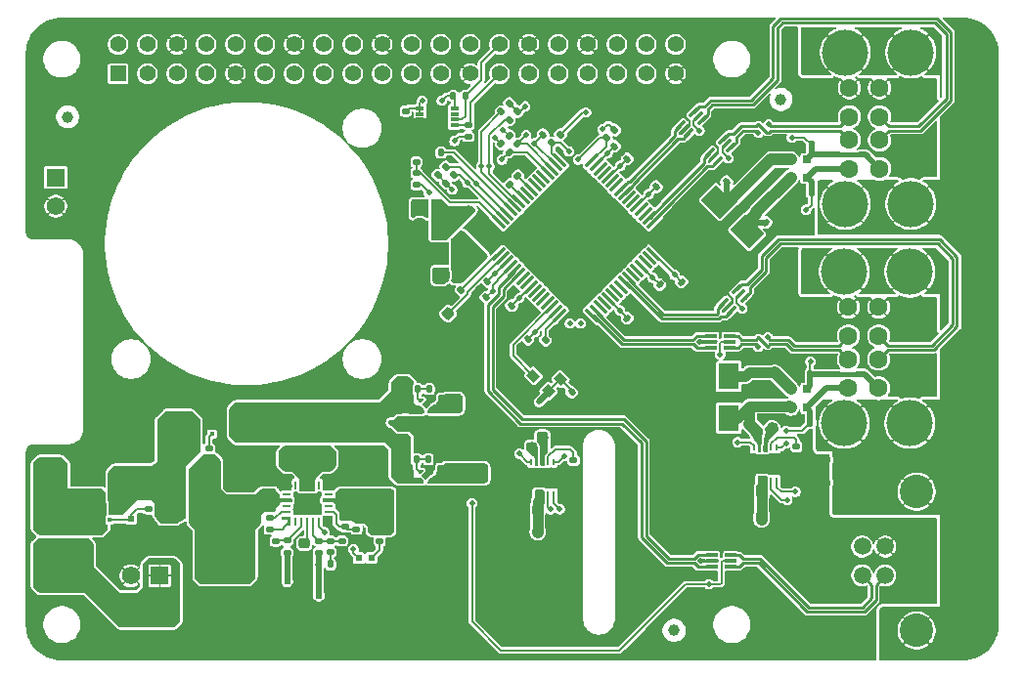
<source format=gbr>
%TF.GenerationSoftware,KiCad,Pcbnew,9.0.2*%
%TF.CreationDate,2025-05-18T12:34:57-05:00*%
%TF.ProjectId,1026 RPi Power Hat,31303236-2052-4506-9920-506f77657220,1.0.0*%
%TF.SameCoordinates,PX5f5e100PY8f0d180*%
%TF.FileFunction,Copper,L1,Top*%
%TF.FilePolarity,Positive*%
%FSLAX46Y46*%
G04 Gerber Fmt 4.6, Leading zero omitted, Abs format (unit mm)*
G04 Created by KiCad (PCBNEW 9.0.2) date 2025-05-18 12:34:57*
%MOMM*%
%LPD*%
G01*
G04 APERTURE LIST*
G04 Aperture macros list*
%AMRoundRect*
0 Rectangle with rounded corners*
0 $1 Rounding radius*
0 $2 $3 $4 $5 $6 $7 $8 $9 X,Y pos of 4 corners*
0 Add a 4 corners polygon primitive as box body*
4,1,4,$2,$3,$4,$5,$6,$7,$8,$9,$2,$3,0*
0 Add four circle primitives for the rounded corners*
1,1,$1+$1,$2,$3*
1,1,$1+$1,$4,$5*
1,1,$1+$1,$6,$7*
1,1,$1+$1,$8,$9*
0 Add four rect primitives between the rounded corners*
20,1,$1+$1,$2,$3,$4,$5,0*
20,1,$1+$1,$4,$5,$6,$7,0*
20,1,$1+$1,$6,$7,$8,$9,0*
20,1,$1+$1,$8,$9,$2,$3,0*%
%AMRotRect*
0 Rectangle, with rotation*
0 The origin of the aperture is its center*
0 $1 length*
0 $2 width*
0 $3 Rotation angle, in degrees counterclockwise*
0 Add horizontal line*
21,1,$1,$2,0,0,$3*%
%AMFreePoly0*
4,1,10,0.334998,0.054284,0.125715,-0.154999,0.125000,-0.154999,0.125000,-0.155000,-0.124999,-0.155000,-0.124999,-0.154999,-0.125001,-0.154999,-0.125001,0.155001,0.334998,0.155001,0.334998,0.054284,0.334998,0.054284,$1*%
%AMFreePoly1*
4,1,10,0.334998,-0.054282,0.334998,-0.154999,0.125000,-0.154999,0.125000,-0.155000,-0.124999,-0.155000,-0.124999,-0.154999,-0.125001,-0.154999,-0.125001,0.155001,0.125715,0.155001,0.334998,-0.054282,0.334998,-0.054282,$1*%
%AMFreePoly2*
4,1,12,0.125001,-0.154999,0.125000,-0.154999,0.125000,-0.155000,-0.124999,-0.155000,-0.124999,-0.154999,-0.125000,-0.154999,-0.125000,-0.155000,-0.334998,-0.154999,-0.334998,-0.054282,-0.125715,0.155001,0.125001,0.155001,0.125001,-0.154999,0.125001,-0.154999,$1*%
%AMFreePoly3*
4,1,6,0.125002,-0.155001,-0.125714,-0.155001,-0.334997,0.054282,-0.334997,0.154999,0.125002,0.154999,0.125002,-0.155001,0.125002,-0.155001,$1*%
%AMFreePoly4*
4,1,21,-0.125000,1.200000,0.125000,1.200000,0.125000,1.700000,0.375000,1.700000,0.375000,1.200000,0.825000,1.200000,0.825000,-1.200000,0.375000,-1.200000,0.375000,-1.700000,0.125000,-1.700000,0.125000,-1.200000,-0.125000,-1.200000,-0.125000,-1.700000,-0.375000,-1.700000,-0.375000,-1.200000,-0.825000,-1.200000,-0.825000,1.200000,-0.375000,1.200000,-0.375000,1.700000,-0.125000,1.700000,
-0.125000,1.200000,-0.125000,1.200000,$1*%
%AMFreePoly5*
4,1,9,0.127000,-0.126997,0.635000,-0.126997,0.635000,-0.380997,0.127000,-0.380998,0.127000,-0.380999,-0.127000,-0.380999,-0.127000,0.381001,0.127000,0.381001,0.127000,-0.126997,0.127000,-0.126997,$1*%
%AMFreePoly6*
4,1,7,0.125811,-0.383999,-0.636189,-0.383997,-0.636189,-0.129997,-0.128189,-0.129997,-0.128189,0.378001,0.125811,0.378001,0.125811,-0.383999,0.125811,-0.383999,$1*%
%AMFreePoly7*
4,1,7,0.127000,-0.381000,-0.127000,-0.381000,-0.127000,0.126998,-0.635000,0.126998,-0.635000,0.381000,0.127000,0.381000,0.127000,-0.381000,0.127000,-0.381000,$1*%
%AMFreePoly8*
4,1,7,0.636189,0.383997,0.636189,0.129997,0.128189,0.129997,0.128189,-0.378001,-0.125811,-0.378001,-0.125811,0.383999,0.636189,0.383997,0.636189,0.383997,$1*%
%AMFreePoly9*
4,1,21,1.003536,1.703536,1.005000,1.700000,1.005000,0.925000,1.003536,0.921464,0.405000,0.322928,0.405000,-0.822928,1.003536,-1.421464,1.005000,-1.425000,1.005000,-2.200000,1.003536,-2.203536,1.000000,-2.205000,0.100000,-2.205000,0.096464,-2.203536,-0.453536,-1.653536,-0.455000,-1.650000,-0.455000,1.150000,-0.453536,1.153536,0.121544,1.703613,0.125000,1.705000,1.000000,1.705000,
1.003536,1.703536,1.003536,1.703536,$1*%
%AMFreePoly10*
4,1,22,1.003536,1.953536,1.005000,1.950000,1.005000,1.175000,1.003536,1.171464,0.405000,0.572928,0.405000,-0.572928,1.003536,-1.171464,1.005000,-1.175000,1.005000,-1.950000,1.003536,-1.953536,1.000000,-1.955000,0.125000,-1.955000,0.121544,-1.953613,-0.453456,-1.403613,-0.454999,-1.400111,-0.455000,-1.400000,-0.455000,1.400000,-0.453536,1.403536,0.096464,1.953536,0.100000,1.955000,
1.000000,1.955000,1.003536,1.953536,1.003536,1.953536,$1*%
G04 Aperture macros list end*
%TA.AperFunction,SMDPad,CuDef*%
%ADD10RoundRect,0.135000X-0.135000X-0.185000X0.135000X-0.185000X0.135000X0.185000X-0.135000X0.185000X0*%
%TD*%
%TA.AperFunction,SMDPad,CuDef*%
%ADD11RoundRect,0.135000X-0.185000X0.135000X-0.185000X-0.135000X0.185000X-0.135000X0.185000X0.135000X0*%
%TD*%
%TA.AperFunction,SMDPad,CuDef*%
%ADD12FreePoly0,180.000000*%
%TD*%
%TA.AperFunction,SMDPad,CuDef*%
%ADD13FreePoly1,180.000000*%
%TD*%
%TA.AperFunction,SMDPad,CuDef*%
%ADD14FreePoly2,180.000000*%
%TD*%
%TA.AperFunction,SMDPad,CuDef*%
%ADD15FreePoly3,180.000000*%
%TD*%
%TA.AperFunction,SMDPad,CuDef*%
%ADD16RotRect,0.579999X0.579999X225.000000*%
%TD*%
%TA.AperFunction,SMDPad,CuDef*%
%ADD17RoundRect,0.225000X-0.250000X0.225000X-0.250000X-0.225000X0.250000X-0.225000X0.250000X0.225000X0*%
%TD*%
%TA.AperFunction,ComponentPad*%
%ADD18C,1.600000*%
%TD*%
%TA.AperFunction,ComponentPad*%
%ADD19C,4.000000*%
%TD*%
%TA.AperFunction,ComponentPad*%
%ADD20C,1.500000*%
%TD*%
%TA.AperFunction,ComponentPad*%
%ADD21C,2.900000*%
%TD*%
%TA.AperFunction,SMDPad,CuDef*%
%ADD22RoundRect,0.250000X-1.100000X0.325000X-1.100000X-0.325000X1.100000X-0.325000X1.100000X0.325000X0*%
%TD*%
%TA.AperFunction,SMDPad,CuDef*%
%ADD23RoundRect,0.140000X-0.219203X-0.021213X-0.021213X-0.219203X0.219203X0.021213X0.021213X0.219203X0*%
%TD*%
%TA.AperFunction,SMDPad,CuDef*%
%ADD24RoundRect,0.135000X0.185000X-0.135000X0.185000X0.135000X-0.185000X0.135000X-0.185000X-0.135000X0*%
%TD*%
%TA.AperFunction,SMDPad,CuDef*%
%ADD25RoundRect,0.140000X-0.140000X-0.170000X0.140000X-0.170000X0.140000X0.170000X-0.140000X0.170000X0*%
%TD*%
%TA.AperFunction,SMDPad,CuDef*%
%ADD26RoundRect,0.140000X0.170000X-0.140000X0.170000X0.140000X-0.170000X0.140000X-0.170000X-0.140000X0*%
%TD*%
%TA.AperFunction,SMDPad,CuDef*%
%ADD27R,0.750000X0.300000*%
%TD*%
%TA.AperFunction,SMDPad,CuDef*%
%ADD28R,1.350000X1.450000*%
%TD*%
%TA.AperFunction,SMDPad,CuDef*%
%ADD29R,3.150000X1.780000*%
%TD*%
%TA.AperFunction,SMDPad,CuDef*%
%ADD30RoundRect,0.140000X-0.170000X0.140000X-0.170000X-0.140000X0.170000X-0.140000X0.170000X0.140000X0*%
%TD*%
%TA.AperFunction,SMDPad,CuDef*%
%ADD31RoundRect,0.135000X-0.226274X-0.035355X-0.035355X-0.226274X0.226274X0.035355X0.035355X0.226274X0*%
%TD*%
%TA.AperFunction,SMDPad,CuDef*%
%ADD32RoundRect,0.225000X-0.017678X0.335876X-0.335876X0.017678X0.017678X-0.335876X0.335876X-0.017678X0*%
%TD*%
%TA.AperFunction,SMDPad,CuDef*%
%ADD33RoundRect,0.140000X-0.021213X0.219203X-0.219203X0.021213X0.021213X-0.219203X0.219203X-0.021213X0*%
%TD*%
%TA.AperFunction,SMDPad,CuDef*%
%ADD34R,0.990000X0.300000*%
%TD*%
%TA.AperFunction,SMDPad,CuDef*%
%ADD35RoundRect,0.135000X0.135000X0.185000X-0.135000X0.185000X-0.135000X-0.185000X0.135000X-0.185000X0*%
%TD*%
%TA.AperFunction,SMDPad,CuDef*%
%ADD36R,0.240000X0.600000*%
%TD*%
%TA.AperFunction,SMDPad,CuDef*%
%ADD37FreePoly4,90.000000*%
%TD*%
%TA.AperFunction,SMDPad,CuDef*%
%ADD38RotRect,1.800000X2.300000X225.000000*%
%TD*%
%TA.AperFunction,SMDPad,CuDef*%
%ADD39RotRect,0.300000X0.990000X315.000000*%
%TD*%
%TA.AperFunction,SMDPad,CuDef*%
%ADD40R,0.400000X0.500000*%
%TD*%
%TA.AperFunction,SMDPad,CuDef*%
%ADD41RoundRect,0.250000X1.100000X-0.325000X1.100000X0.325000X-1.100000X0.325000X-1.100000X-0.325000X0*%
%TD*%
%TA.AperFunction,SMDPad,CuDef*%
%ADD42R,0.600000X0.600000*%
%TD*%
%TA.AperFunction,SMDPad,CuDef*%
%ADD43RoundRect,0.140000X0.021213X-0.219203X0.219203X-0.021213X-0.021213X0.219203X-0.219203X0.021213X0*%
%TD*%
%TA.AperFunction,SMDPad,CuDef*%
%ADD44R,1.300000X1.400000*%
%TD*%
%TA.AperFunction,SMDPad,CuDef*%
%ADD45RoundRect,0.135000X0.226274X0.035355X0.035355X0.226274X-0.226274X-0.035355X-0.035355X-0.226274X0*%
%TD*%
%TA.AperFunction,SMDPad,CuDef*%
%ADD46RoundRect,0.250000X-0.250000X-0.475000X0.250000X-0.475000X0.250000X0.475000X-0.250000X0.475000X0*%
%TD*%
%TA.AperFunction,SMDPad,CuDef*%
%ADD47RoundRect,0.135000X0.035355X-0.226274X0.226274X-0.035355X-0.035355X0.226274X-0.226274X0.035355X0*%
%TD*%
%TA.AperFunction,ComponentPad*%
%ADD48R,1.575000X1.575000*%
%TD*%
%TA.AperFunction,ComponentPad*%
%ADD49C,1.575000*%
%TD*%
%TA.AperFunction,SMDPad,CuDef*%
%ADD50R,2.430000X2.370000*%
%TD*%
%TA.AperFunction,SMDPad,CuDef*%
%ADD51R,0.350000X0.430000*%
%TD*%
%TA.AperFunction,SMDPad,CuDef*%
%ADD52R,1.250000X1.100000*%
%TD*%
%TA.AperFunction,SMDPad,CuDef*%
%ADD53R,0.350000X0.660000*%
%TD*%
%TA.AperFunction,SMDPad,CuDef*%
%ADD54C,1.000000*%
%TD*%
%TA.AperFunction,SMDPad,CuDef*%
%ADD55RoundRect,0.135000X-0.035355X0.226274X-0.226274X0.035355X0.035355X-0.226274X0.226274X-0.035355X0*%
%TD*%
%TA.AperFunction,SMDPad,CuDef*%
%ADD56RotRect,0.800000X0.900000X225.000000*%
%TD*%
%TA.AperFunction,SMDPad,CuDef*%
%ADD57R,2.370000X2.430000*%
%TD*%
%TA.AperFunction,SMDPad,CuDef*%
%ADD58R,1.800000X2.300000*%
%TD*%
%TA.AperFunction,SMDPad,CuDef*%
%ADD59R,3.400000X0.980000*%
%TD*%
%TA.AperFunction,SMDPad,CuDef*%
%ADD60FreePoly5,180.000000*%
%TD*%
%TA.AperFunction,SMDPad,CuDef*%
%ADD61R,0.254000X0.762000*%
%TD*%
%TA.AperFunction,SMDPad,CuDef*%
%ADD62FreePoly6,180.000000*%
%TD*%
%TA.AperFunction,SMDPad,CuDef*%
%ADD63R,0.762000X0.254000*%
%TD*%
%TA.AperFunction,SMDPad,CuDef*%
%ADD64FreePoly7,180.000000*%
%TD*%
%TA.AperFunction,SMDPad,CuDef*%
%ADD65FreePoly8,180.000000*%
%TD*%
%TA.AperFunction,SMDPad,CuDef*%
%ADD66R,2.209800X1.701800*%
%TD*%
%TA.AperFunction,SMDPad,CuDef*%
%ADD67R,0.650000X0.700000*%
%TD*%
%TA.AperFunction,SMDPad,CuDef*%
%ADD68R,0.460000X0.400000*%
%TD*%
%TA.AperFunction,SMDPad,CuDef*%
%ADD69FreePoly9,0.000000*%
%TD*%
%TA.AperFunction,SMDPad,CuDef*%
%ADD70FreePoly10,180.000000*%
%TD*%
%TA.AperFunction,SMDPad,CuDef*%
%ADD71RoundRect,0.140000X0.219203X0.021213X0.021213X0.219203X-0.219203X-0.021213X-0.021213X-0.219203X0*%
%TD*%
%TA.AperFunction,SMDPad,CuDef*%
%ADD72RotRect,0.300000X1.475000X45.000000*%
%TD*%
%TA.AperFunction,SMDPad,CuDef*%
%ADD73RotRect,0.300000X1.475000X315.000000*%
%TD*%
%TA.AperFunction,SMDPad,CuDef*%
%ADD74RotRect,8.000000X8.000000X315.000000*%
%TD*%
%TA.AperFunction,ComponentPad*%
%ADD75R,1.390000X1.390000*%
%TD*%
%TA.AperFunction,ComponentPad*%
%ADD76C,1.390000*%
%TD*%
%TA.AperFunction,ViaPad*%
%ADD77C,0.508000*%
%TD*%
%TA.AperFunction,ViaPad*%
%ADD78C,0.609600*%
%TD*%
%TA.AperFunction,ViaPad*%
%ADD79C,1.016000*%
%TD*%
%TA.AperFunction,Conductor*%
%ADD80C,0.203200*%
%TD*%
%TA.AperFunction,Conductor*%
%ADD81C,0.889000*%
%TD*%
%TA.AperFunction,Conductor*%
%ADD82C,1.016000*%
%TD*%
%TA.AperFunction,Conductor*%
%ADD83C,0.508000*%
%TD*%
%TA.AperFunction,Conductor*%
%ADD84C,0.304800*%
%TD*%
%TA.AperFunction,Conductor*%
%ADD85C,0.152400*%
%TD*%
%TA.AperFunction,Conductor*%
%ADD86C,0.381000*%
%TD*%
%TA.AperFunction,Conductor*%
%ADD87C,0.241300*%
%TD*%
G04 APERTURE END LIST*
D10*
%TO.P,R11,1*%
%TO.N,/Linear Regulators/1V1 UVLO*%
X35309996Y23900006D03*
%TO.P,R11,2*%
%TO.N,GND*%
X36329996Y23900006D03*
%TD*%
D11*
%TO.P,R1,1*%
%TO.N,/Power Input/RPPgate*%
X11000000Y13510000D03*
%TO.P,R1,2*%
%TO.N,GND*%
X11000000Y12490000D03*
%TD*%
D12*
%TO.P,U3,1,OUT*%
%TO.N,/Fan / Header / GPIO / EEPROM/3V3*%
X35534998Y16075005D03*
D13*
%TO.P,U3,2,GND*%
%TO.N,GND*%
X35534998Y16725009D03*
D14*
%TO.P,U3,3,EN*%
%TO.N,/Linear Regulators/3V3 UVLO*%
X34465002Y16725009D03*
D15*
%TO.P,U3,4,IN*%
%TO.N,/5V Regulator/5V*%
X34465003Y16075003D03*
D16*
%TO.P,U3,5,PAD*%
%TO.N,GND*%
X35000000Y16400006D03*
%TD*%
D17*
%TO.P,C14,1*%
%TO.N,/Linear Regulators/1V1*%
X36819996Y22675006D03*
%TO.P,C14,2*%
%TO.N,GND*%
X36819996Y21125006D03*
%TD*%
D18*
%TO.P,J6,1A,VBUS1*%
%TO.N,/USB ESD Protection/USB_VBUS_D3*%
X71670000Y43000000D03*
%TO.P,J6,1B,VBUS2*%
%TO.N,/USB ESD Protection/USB_VBUS_D4*%
X74290000Y43000000D03*
%TO.P,J6,2A,D-1*%
%TO.N,/USB ESD Protection/USB_DS3_UF-*%
X71670000Y45500000D03*
%TO.P,J6,2B,D-2*%
%TO.N,/USB ESD Protection/USB_DS4_UF-*%
X74290000Y45500000D03*
%TO.P,J6,3A,D+1*%
%TO.N,/USB ESD Protection/USB_DS3_UF+*%
X71670000Y47500000D03*
%TO.P,J6,3B,D+2*%
%TO.N,/USB ESD Protection/USB_DS4_UF+*%
X74290000Y47500000D03*
%TO.P,J6,4A,GND1*%
%TO.N,GND*%
X71670000Y50000000D03*
%TO.P,J6,4B,GND2*%
X74290000Y50000000D03*
D19*
%TO.P,J6,9,SHIELD*%
%TO.N,GNDCHASS*%
X77000000Y39930000D03*
%TO.P,J6,10,SHIELD*%
X77000000Y53070000D03*
%TO.P,J6,11,SHIELD*%
X71320000Y39930000D03*
%TO.P,J6,12,SHIELD*%
X71320000Y53070000D03*
%TD*%
D20*
%TO.P,J4,1,VBUS*%
%TO.N,/USB Hub/USB_Vbus*%
X72790000Y10250000D03*
%TO.P,J4,2,D-*%
%TO.N,/USB ESD Protection/USB_UP_UF-*%
X72790000Y7750000D03*
%TO.P,J4,3,D+*%
%TO.N,/USB ESD Protection/USB_UP_UF+*%
X74790000Y7750000D03*
%TO.P,J4,4,GND*%
%TO.N,GND*%
X74790000Y10250000D03*
D21*
%TO.P,J4,5,SHIELD*%
%TO.N,GNDCHASS*%
X77500000Y2980000D03*
%TO.P,J4,6,SHIELD*%
X77500000Y15020000D03*
%TD*%
D22*
%TO.P,C10,1*%
%TO.N,/5V Regulator/5V*%
X20500000Y20975000D03*
%TO.P,C10,2*%
%TO.N,GND*%
X20500000Y18025000D03*
%TD*%
D23*
%TO.P,C20,1*%
%TO.N,/USB Hub/1V1_Filt*%
X55260589Y32939411D03*
%TO.P,C20,2*%
%TO.N,GND*%
X55939411Y32260589D03*
%TD*%
D24*
%TO.P,R14,1*%
%TO.N,/USB Hub/USB_Vbus*%
X34200000Y41590000D03*
%TO.P,R14,2*%
%TO.N,/USB Hub/USB_Vbus_Sense*%
X34200000Y42610000D03*
%TD*%
D25*
%TO.P,C32,1*%
%TO.N,GND*%
X66920000Y33000000D03*
%TO.P,C32,2*%
%TO.N,GNDCHASS*%
X67880000Y33000000D03*
%TD*%
D24*
%TO.P,R6,1*%
%TO.N,/5V Regulator/5V*%
X25750000Y9720000D03*
%TO.P,R6,2*%
%TO.N,/5V Regulator/FB*%
X25750000Y10740000D03*
%TD*%
%TO.P,R2,1*%
%TO.N,/5V Regulator/24V*%
X16250000Y17740000D03*
%TO.P,R2,2*%
%TO.N,/Power Input/LEDvccK*%
X16250000Y18760000D03*
%TD*%
D10*
%TO.P,R10,1*%
%TO.N,/5V Regulator/5V*%
X33309996Y23900006D03*
%TO.P,R10,2*%
%TO.N,/Linear Regulators/1V1 UVLO*%
X34329996Y23900006D03*
%TD*%
D26*
%TO.P,C5,1*%
%TO.N,/5V Regulator/24V*%
X21500000Y14770000D03*
%TO.P,C5,2*%
%TO.N,GND*%
X21500000Y15730000D03*
%TD*%
D27*
%TO.P,U7,1,A0*%
%TO.N,/Fan / Header / GPIO / EEPROM/3V3*%
X34500000Y48250000D03*
%TO.P,U7,2,A1*%
X34500000Y47750000D03*
%TO.P,U7,3,A2*%
%TO.N,GND*%
X34500000Y47250000D03*
%TO.P,U7,4,VSS*%
X34500000Y46750000D03*
%TO.P,U7,5,SDA*%
%TO.N,/Fan / Header / GPIO / EEPROM/I2C_SD*%
X37500000Y46750000D03*
%TO.P,U7,6,SCL*%
%TO.N,/Fan / Header / GPIO / EEPROM/I2C_SC*%
X37500000Y47250000D03*
%TO.P,U7,7,WP*%
%TO.N,unconnected-(U7-WP-Pad7)*%
X37500000Y47750000D03*
%TO.P,U7,8,VCC*%
%TO.N,/Fan / Header / GPIO / EEPROM/3V3*%
X37500000Y48250000D03*
D28*
%TO.P,U7,9,EP*%
%TO.N,GND*%
X36000000Y47500000D03*
%TD*%
D26*
%TO.P,C9,1*%
%TO.N,GND*%
X22000000Y9770000D03*
%TO.P,C9,2*%
%TO.N,/5V Regulator/Bias*%
X22000000Y10730000D03*
%TD*%
D25*
%TO.P,C31,1*%
%TO.N,GND*%
X69720000Y17800000D03*
%TO.P,C31,2*%
%TO.N,GNDCHASS*%
X70680000Y17800000D03*
%TD*%
D24*
%TO.P,R15,1*%
%TO.N,/USB Hub/USB_Vbus_Sense*%
X34200000Y43590001D03*
%TO.P,R15,2*%
%TO.N,GND*%
X34200000Y44609999D03*
%TD*%
D29*
%TO.P,F1,1,1*%
%TO.N,/Power Input/Vin*%
X3500000Y8385000D03*
%TO.P,F1,2,2*%
%TO.N,/Power Input/Vfused*%
X3500000Y13615000D03*
%TD*%
D30*
%TO.P,C12,1*%
%TO.N,/5V Regulator/FB*%
X26750000Y10730000D03*
%TO.P,C12,2*%
%TO.N,/5V Regulator/FBff*%
X26750000Y9770000D03*
%TD*%
D25*
%TO.P,C34,1*%
%TO.N,GND*%
X66920000Y51900000D03*
%TO.P,C34,2*%
%TO.N,GNDCHASS*%
X67880000Y51900000D03*
%TD*%
D31*
%TO.P,R16,1*%
%TO.N,GND*%
X42239376Y43110624D03*
%TO.P,R16,2*%
%TO.N,/USB Hub/USB_FullPwrMgmt*%
X42960624Y42389376D03*
%TD*%
D32*
%TO.P,C36,1*%
%TO.N,/USB Hub/USB_GRST*%
X36948008Y30448008D03*
%TO.P,C36,2*%
%TO.N,GND*%
X35851992Y29351992D03*
%TD*%
D33*
%TO.P,C18,1*%
%TO.N,/USB Hub/1V1_Filt*%
X42439411Y31139411D03*
%TO.P,C18,2*%
%TO.N,GND*%
X41760589Y30460589D03*
%TD*%
D34*
%TO.P,U9,1,IO1A*%
%TO.N,/USB Hub/USB_DS1-*%
X59695000Y28500000D03*
%TO.P,U9,2,GND*%
%TO.N,GND*%
X59695000Y28000000D03*
%TO.P,U9,3,IO2A*%
%TO.N,/USB Hub/USB_DS1+*%
X59695000Y27500000D03*
%TO.P,U9,4,IO2B*%
%TO.N,/USB ESD Protection/USB_DS1_UF+*%
X61305000Y27500000D03*
%TO.P,U9,5,VBUS*%
%TO.N,/USB ESD Protection/USB_VBUS_D1*%
X61305000Y28000000D03*
%TO.P,U9,6,IO1B*%
%TO.N,/USB ESD Protection/USB_DS1_UF-*%
X61305000Y28500000D03*
%TD*%
D11*
%TO.P,R9,1*%
%TO.N,/5V Regulator/24V*%
X31000000Y11760000D03*
%TO.P,R9,2*%
%TO.N,/5V Regulator/FledA*%
X31000000Y10740000D03*
%TD*%
D35*
%TO.P,R18,1*%
%TO.N,GNDCHASS*%
X70710000Y16800000D03*
%TO.P,R18,2*%
%TO.N,GND*%
X69690000Y16800000D03*
%TD*%
D36*
%TO.P,U6,1,GND*%
%TO.N,GND*%
X44100000Y14800000D03*
%TO.P,U6,2,IN_1*%
%TO.N,/5V Regulator/5V*%
X44600000Y14800000D03*
%TO.P,U6,3,IN_2*%
X45100000Y14800000D03*
%TO.P,U6,4,EN1*%
%TO.N,/USB Hub/USB_BATEN3*%
X45600000Y14800000D03*
%TO.P,U6,5,EN2*%
%TO.N,/USB Hub/USB_BATEN4*%
X46100000Y14800000D03*
%TO.P,U6,6,~{FAULT2}*%
%TO.N,/USB Hub/USB_OVCR4*%
X46100000Y17600000D03*
%TO.P,U6,7,ILIM*%
%TO.N,/USB Power Control/USB_Ilim2*%
X45600000Y17600000D03*
%TO.P,U6,8,OUT2*%
%TO.N,/USB Power Control/USB_VBUS_D4_UF*%
X45100000Y17600000D03*
%TO.P,U6,9,OUT1*%
%TO.N,/USB Power Control/USB_VBUS_D3_UF*%
X44600000Y17600000D03*
%TO.P,U6,10,~{FAULT1}*%
%TO.N,/USB Hub/USB_OVCR3*%
X44100000Y17600000D03*
D37*
%TO.P,U6,EP1,EP1*%
%TO.N,GND*%
X45100000Y16200000D03*
%TD*%
D25*
%TO.P,C33,1*%
%TO.N,GND*%
X66920000Y35000000D03*
%TO.P,C33,2*%
%TO.N,GNDCHASS*%
X67880000Y35000000D03*
%TD*%
D38*
%TO.P,C46,1,+*%
%TO.N,/USB Power Control/USB_VBUS_D3_UF*%
X62825305Y37525305D03*
%TO.P,C46,2,-*%
%TO.N,GND*%
X60774695Y35474695D03*
%TD*%
D11*
%TO.P,R3,1*%
%TO.N,/5V Regulator/24V*%
X28000000Y13010000D03*
%TO.P,R3,2*%
%TO.N,/5V Regulator/UVLO*%
X28000000Y11990000D03*
%TD*%
D10*
%TO.P,R7,1*%
%TO.N,/5V Regulator/5V*%
X25740000Y8730000D03*
%TO.P,R7,2*%
%TO.N,/5V Regulator/FBff*%
X26760000Y8730000D03*
%TD*%
D33*
%TO.P,C26,1*%
%TO.N,/USB Hub/3V3_Filt*%
X40239411Y31839411D03*
%TO.P,C26,2*%
%TO.N,GND*%
X39560589Y31160589D03*
%TD*%
D39*
%TO.P,U11,1,IO1A*%
%TO.N,/USB Hub/USB_DS3-*%
X59577226Y44384332D03*
%TO.P,U11,2,GND*%
%TO.N,GND*%
X59930779Y44030779D03*
%TO.P,U11,3,IO2A*%
%TO.N,/USB Hub/USB_DS3+*%
X60284332Y43677226D03*
%TO.P,U11,4,IO2B*%
%TO.N,/USB ESD Protection/USB_DS3_UF+*%
X61422774Y44815668D03*
%TO.P,U11,5,VBUS*%
%TO.N,/USB ESD Protection/USB_VBUS_D3*%
X61069221Y45169221D03*
%TO.P,U11,6,IO1B*%
%TO.N,/USB ESD Protection/USB_DS3_UF-*%
X60715668Y45522774D03*
%TD*%
D40*
%TO.P,FB1,1*%
%TO.N,/Fan / Header / GPIO / EEPROM/3V3*%
X35050000Y39500000D03*
%TO.P,FB1,2*%
%TO.N,/USB Hub/3V3_Filt*%
X35850000Y39500000D03*
%TD*%
D12*
%TO.P,U2,1,OUT*%
%TO.N,/Linear Regulators/1V1*%
X35569996Y22250002D03*
D13*
%TO.P,U2,2,GND*%
%TO.N,GND*%
X35569996Y22900006D03*
D14*
%TO.P,U2,3,EN*%
%TO.N,/Linear Regulators/1V1 UVLO*%
X34500000Y22900006D03*
D15*
%TO.P,U2,4,IN*%
%TO.N,/5V Regulator/5V*%
X34500001Y22250000D03*
D16*
%TO.P,U2,5,PAD*%
%TO.N,GND*%
X35034998Y22575003D03*
%TD*%
D23*
%TO.P,C19,1*%
%TO.N,/USB Hub/1V1_Filt*%
X52460589Y30039411D03*
%TO.P,C19,2*%
%TO.N,GND*%
X53139411Y29360589D03*
%TD*%
D41*
%TO.P,C3,1*%
%TO.N,/5V Regulator/24V*%
X19000000Y13275000D03*
%TO.P,C3,2*%
%TO.N,GND*%
X19000000Y16225000D03*
%TD*%
D42*
%TO.P,D1,1,K*%
%TO.N,/Power Input/Vprot*%
X9500000Y14850000D03*
%TO.P,D1,2,A*%
%TO.N,/Power Input/RPPgate*%
X9500000Y12650000D03*
%TD*%
D22*
%TO.P,C11,1*%
%TO.N,/5V Regulator/5V*%
X29000000Y20975000D03*
%TO.P,C11,2*%
%TO.N,GND*%
X29000000Y18025000D03*
%TD*%
D43*
%TO.P,C23,1*%
%TO.N,/USB Hub/1V1_Filt*%
X52460589Y43860589D03*
%TO.P,C23,2*%
%TO.N,GND*%
X53139411Y44539411D03*
%TD*%
D26*
%TO.P,C6,1*%
%TO.N,/5V Regulator/24V*%
X28000000Y14770000D03*
%TO.P,C6,2*%
%TO.N,GND*%
X28000000Y15730000D03*
%TD*%
D18*
%TO.P,J5,1A,VBUS1*%
%TO.N,/USB ESD Protection/USB_VBUS_D1*%
X71595300Y24000000D03*
%TO.P,J5,1B,VBUS2*%
%TO.N,/USB ESD Protection/USB_VBUS_D2*%
X74215300Y24000000D03*
%TO.P,J5,2A,D-1*%
%TO.N,/USB ESD Protection/USB_DS1_UF-*%
X71595300Y26500000D03*
%TO.P,J5,2B,D-2*%
%TO.N,/USB ESD Protection/USB_DS2_UF-*%
X74215300Y26500000D03*
%TO.P,J5,3A,D+1*%
%TO.N,/USB ESD Protection/USB_DS1_UF+*%
X71595300Y28500000D03*
%TO.P,J5,3B,D+2*%
%TO.N,/USB ESD Protection/USB_DS2_UF+*%
X74215300Y28500000D03*
%TO.P,J5,4A,GND1*%
%TO.N,GND*%
X71595300Y31000000D03*
%TO.P,J5,4B,GND2*%
X74215300Y31000000D03*
D19*
%TO.P,J5,9,SHIELD*%
%TO.N,GNDCHASS*%
X76925300Y20930000D03*
%TO.P,J5,10,SHIELD*%
X76925300Y34070000D03*
%TO.P,J5,11,SHIELD*%
X71245300Y20930000D03*
%TO.P,J5,12,SHIELD*%
X71245300Y34070000D03*
%TD*%
D44*
%TO.P,D3,1,1*%
%TO.N,GND*%
X5450000Y16250000D03*
%TO.P,D3,2,2*%
%TO.N,/Power Input/Vfused*%
X2550000Y16250000D03*
%TD*%
D36*
%TO.P,U5,1,GND*%
%TO.N,GND*%
X63400000Y16000000D03*
%TO.P,U5,2,IN_1*%
%TO.N,/5V Regulator/5V*%
X63900000Y16000000D03*
%TO.P,U5,3,IN_2*%
X64400000Y16000000D03*
%TO.P,U5,4,EN1*%
%TO.N,/USB Hub/USB_BATEN1*%
X64900000Y16000000D03*
%TO.P,U5,5,EN2*%
%TO.N,/USB Hub/USB_BATEN2*%
X65400000Y16000000D03*
%TO.P,U5,6,~{FAULT2}*%
%TO.N,/USB Hub/USB_OVCR2*%
X65400000Y18800000D03*
%TO.P,U5,7,ILIM*%
%TO.N,/USB Power Control/USB_Ilim1*%
X64900000Y18800000D03*
%TO.P,U5,8,OUT2*%
%TO.N,/USB Power Control/USB_VBUS_D2_UF*%
X64400000Y18800000D03*
%TO.P,U5,9,OUT1*%
%TO.N,/USB Power Control/USB_VBUS_D1_UF*%
X63900000Y18800000D03*
%TO.P,U5,10,~{FAULT1}*%
%TO.N,/USB Hub/USB_OVCR1*%
X63400000Y18800000D03*
D37*
%TO.P,U5,EP1,EP1*%
%TO.N,GND*%
X64400000Y17400000D03*
%TD*%
D30*
%TO.P,C39,1*%
%TO.N,GND*%
X63000000Y23380000D03*
%TO.P,C39,2*%
%TO.N,/USB Power Control/USB_VBUS_D1_UF*%
X63000000Y22420000D03*
%TD*%
D45*
%TO.P,R21,1*%
%TO.N,/USB Hub/USB_BATEN1*%
X42260624Y44439376D03*
%TO.P,R21,2*%
%TO.N,/USB Hub/3V3_Filt*%
X41539376Y45160624D03*
%TD*%
D39*
%TO.P,U12,1,IO1A*%
%TO.N,/USB Hub/USB_DS4-*%
X57077226Y46784332D03*
%TO.P,U12,2,GND*%
%TO.N,GND*%
X57430779Y46430779D03*
%TO.P,U12,3,IO2A*%
%TO.N,/USB Hub/USB_DS4+*%
X57784332Y46077226D03*
%TO.P,U12,4,IO2B*%
%TO.N,/USB ESD Protection/USB_DS4_UF+*%
X58922774Y47215668D03*
%TO.P,U12,5,VBUS*%
%TO.N,/USB ESD Protection/USB_VBUS_D4*%
X58569221Y47569221D03*
%TO.P,U12,6,IO1B*%
%TO.N,/USB ESD Protection/USB_DS4_UF-*%
X58215668Y47922774D03*
%TD*%
D24*
%TO.P,R8,1*%
%TO.N,GND*%
X27750000Y9720000D03*
%TO.P,R8,2*%
%TO.N,/5V Regulator/FB*%
X27750000Y10740000D03*
%TD*%
D46*
%TO.P,C29,1*%
%TO.N,GND*%
X34500000Y37950000D03*
%TO.P,C29,2*%
%TO.N,/USB Hub/3V3_Filt*%
X36400000Y37950000D03*
%TD*%
D10*
%TO.P,R12,1*%
%TO.N,/5V Regulator/5V*%
X33205002Y17825003D03*
%TO.P,R12,2*%
%TO.N,/Linear Regulators/3V3 UVLO*%
X34225002Y17825003D03*
%TD*%
D35*
%TO.P,R19,1*%
%TO.N,GNDCHASS*%
X67910000Y34000000D03*
%TO.P,R19,2*%
%TO.N,GND*%
X66890000Y34000000D03*
%TD*%
D47*
%TO.P,R24,1*%
%TO.N,/USB Hub/USB_BATEN4*%
X50639376Y45639376D03*
%TO.P,R24,2*%
%TO.N,/USB Hub/3V3_Filt*%
X51360624Y46360624D03*
%TD*%
D48*
%TO.P,J2,1,1*%
%TO.N,/5V Regulator/5V*%
X2975000Y42250000D03*
D49*
%TO.P,J2,2,2*%
%TO.N,GND*%
X2975000Y39750000D03*
%TD*%
D23*
%TO.P,C28,1*%
%TO.N,/USB Hub/3V3_Filt*%
X57160589Y33189411D03*
%TO.P,C28,2*%
%TO.N,GND*%
X57839411Y32510589D03*
%TD*%
D11*
%TO.P,R33,1*%
%TO.N,/USB Power Control/USB_Ilim2*%
X47800000Y17710000D03*
%TO.P,R33,2*%
%TO.N,GND*%
X47800000Y16690000D03*
%TD*%
D50*
%TO.P,C2,1,+*%
%TO.N,/5V Regulator/24V*%
X17500000Y10120000D03*
%TO.P,C2,2,-*%
%TO.N,GND*%
X17500000Y3880000D03*
%TD*%
D51*
%TO.P,Q1,1,D_1*%
%TO.N,/Power Input/Vfused*%
X6350000Y12565000D03*
%TO.P,Q1,2,D_2*%
X7000000Y12565000D03*
%TO.P,Q1,3,G*%
%TO.N,/Power Input/RPPgate*%
X7650000Y12565000D03*
%TO.P,Q1,4,S_1*%
%TO.N,/Power Input/Vprot*%
X7650000Y14435000D03*
%TO.P,Q1,5,D_3*%
%TO.N,/Power Input/Vfused*%
X7000000Y14435000D03*
%TO.P,Q1,6,D_4*%
X6350000Y14435000D03*
D52*
%TO.P,Q1,7,D_5*%
X6715000Y13500000D03*
D53*
%TO.P,Q1,8,S_2*%
%TO.N,/Power Input/Vprot*%
X7775000Y13500000D03*
%TD*%
D34*
%TO.P,U8,1,IO1A*%
%TO.N,/USB Hub/USB_UP-*%
X59795000Y9500000D03*
%TO.P,U8,2,GND*%
%TO.N,GND*%
X59795000Y9000000D03*
%TO.P,U8,3,IO2A*%
%TO.N,/USB Hub/USB_UP+*%
X59795000Y8500000D03*
%TO.P,U8,4,IO2B*%
%TO.N,/USB ESD Protection/USB_UP_UF+*%
X61405000Y8500000D03*
%TO.P,U8,5,VBUS*%
%TO.N,/USB Hub/USB_Vbus*%
X61405000Y9000000D03*
%TO.P,U8,6,IO1B*%
%TO.N,/USB ESD Protection/USB_UP_UF-*%
X61405000Y9500000D03*
%TD*%
D30*
%TO.P,C8,1*%
%TO.N,/5V Regulator/Sw1*%
X21500000Y12730000D03*
%TO.P,C8,2*%
%TO.N,/5V Regulator/Cboot*%
X21500000Y11770000D03*
%TD*%
D11*
%TO.P,R28,1*%
%TO.N,/USB Power Control/USB_Ilim1*%
X67090000Y18910000D03*
%TO.P,R28,2*%
%TO.N,GND*%
X67090000Y17890000D03*
%TD*%
D48*
%TO.P,J1,1,1*%
%TO.N,/Power Input/Vin*%
X11987500Y7719250D03*
D49*
%TO.P,J1,2,2*%
%TO.N,GND*%
X9487500Y7719250D03*
%TD*%
D25*
%TO.P,C30,1*%
%TO.N,GND*%
X69720000Y15800000D03*
%TO.P,C30,2*%
%TO.N,GNDCHASS*%
X70680000Y15800000D03*
%TD*%
D10*
%TO.P,R13,1*%
%TO.N,/Linear Regulators/3V3 UVLO*%
X35205002Y17825003D03*
%TO.P,R13,2*%
%TO.N,GND*%
X36225002Y17825003D03*
%TD*%
D25*
%TO.P,C42,1*%
%TO.N,GND*%
X43720000Y13500000D03*
%TO.P,C42,2*%
%TO.N,/5V Regulator/5V*%
X44680000Y13500000D03*
%TD*%
D33*
%TO.P,C17,1*%
%TO.N,/USB Hub/1V1_Filt*%
X40339411Y33239411D03*
%TO.P,C17,2*%
%TO.N,GND*%
X39660589Y32560589D03*
%TD*%
D25*
%TO.P,C48,1*%
%TO.N,GND*%
X67320000Y25200000D03*
%TO.P,C48,2*%
%TO.N,/USB ESD Protection/USB_VBUS_D2*%
X68280000Y25200000D03*
%TD*%
D31*
%TO.P,R17,1*%
%TO.N,GND*%
X41539376Y42360624D03*
%TO.P,R17,2*%
%TO.N,/USB Hub/USB_Ganged*%
X42260624Y41639376D03*
%TD*%
D54*
%TO.P,FID2,*%
%TO.N,*%
X4000000Y47500000D03*
%TD*%
D55*
%TO.P,R29,1*%
%TO.N,/USB Hub/USB_OVCR1*%
X36760624Y43160624D03*
%TO.P,R29,2*%
%TO.N,/USB Hub/3V3_Filt*%
X36039376Y42439376D03*
%TD*%
D11*
%TO.P,R4,1*%
%TO.N,/5V Regulator/UVLO*%
X29000000Y11760000D03*
%TO.P,R4,2*%
%TO.N,GND*%
X29000000Y10740000D03*
%TD*%
D17*
%TO.P,C16,1*%
%TO.N,/Fan / Header / GPIO / EEPROM/3V3*%
X36715002Y16600003D03*
%TO.P,C16,2*%
%TO.N,GND*%
X36715002Y15050003D03*
%TD*%
D47*
%TO.P,R32,1*%
%TO.N,/USB Hub/USB_OVCR4*%
X42239376Y47239376D03*
%TO.P,R32,2*%
%TO.N,/USB Hub/3V3_Filt*%
X42960624Y47960624D03*
%TD*%
%TO.P,R23,1*%
%TO.N,/USB Hub/USB_BATEN3*%
X45939376Y45239376D03*
%TO.P,R23,2*%
%TO.N,/USB Hub/3V3_Filt*%
X46660624Y45960624D03*
%TD*%
D25*
%TO.P,C50,1*%
%TO.N,GND*%
X67420000Y45100000D03*
%TO.P,C50,2*%
%TO.N,/USB ESD Protection/USB_VBUS_D4*%
X68380000Y45100000D03*
%TD*%
D26*
%TO.P,C52,1*%
%TO.N,GND*%
X33250000Y47020000D03*
%TO.P,C52,2*%
%TO.N,/Fan / Header / GPIO / EEPROM/3V3*%
X33250000Y47980000D03*
%TD*%
D56*
%TO.P,Y1,1,TRI-STATE*%
%TO.N,/Fan / Header / GPIO / EEPROM/3V3*%
X46666726Y24758579D03*
%TO.P,Y1,2,GND*%
%TO.N,GND*%
X45358579Y26066726D03*
%TO.P,Y1,3,OUTPUT*%
%TO.N,/USB Hub/USB_XI*%
X44333274Y25041421D03*
%TO.P,Y1,4,VDD*%
%TO.N,/Fan / Header / GPIO / EEPROM/3V3*%
X45641421Y23733274D03*
%TD*%
D57*
%TO.P,C1,1,+*%
%TO.N,/Power Input/Vprot*%
X13620000Y20000000D03*
%TO.P,C1,2,-*%
%TO.N,GND*%
X7380000Y20000000D03*
%TD*%
D58*
%TO.P,C41,1,+*%
%TO.N,/USB Power Control/USB_VBUS_D1_UF*%
X61250000Y21400000D03*
%TO.P,C41,2,-*%
%TO.N,GND*%
X58350000Y21400000D03*
%TD*%
D59*
%TO.P,L2,1,1*%
%TO.N,/5V Regulator/Sw*%
X24750000Y17815000D03*
%TO.P,L2,2,2*%
%TO.N,/5V Regulator/5V*%
X24750000Y20185000D03*
%TD*%
D25*
%TO.P,C37,1*%
%TO.N,GND*%
X63120000Y14700000D03*
%TO.P,C37,2*%
%TO.N,/5V Regulator/5V*%
X64080000Y14700000D03*
%TD*%
D60*
%TO.P,U1,1,CBOOT*%
%TO.N,/5V Regulator/Cboot*%
X23249622Y12425000D03*
D61*
%TO.P,U1,2,NC*%
%TO.N,unconnected-(U1-NC-Pad2)*%
X23749748Y12424999D03*
%TO.P,U1,3,BIAS*%
%TO.N,/5V Regulator/Bias*%
X24249874Y12424999D03*
%TO.P,U1,4,VCC*%
%TO.N,/5V Regulator/Vcc*%
X24750000Y12424999D03*
%TO.P,U1,5,FB*%
%TO.N,/5V Regulator/FB*%
X25250126Y12424999D03*
%TO.P,U1,6,PGOOD*%
%TO.N,/5V Regulator/Pgood*%
X25750252Y12424999D03*
D62*
%TO.P,U1,7,MODE/SYNC*%
%TO.N,GND*%
X26249189Y12422000D03*
D63*
%TO.P,U1,8,EN*%
%TO.N,/5V Regulator/UVLO*%
X26575000Y13249811D03*
%TO.P,U1,9,NC*%
%TO.N,unconnected-(U1-NC-Pad9)*%
X26575000Y13749937D03*
%TO.P,U1,10,VIN2*%
%TO.N,/5V Regulator/24V*%
X26575000Y14250063D03*
%TO.P,U1,11,NC*%
%TO.N,unconnected-(U1-NC-Pad11)*%
X26575000Y14750189D03*
D64*
%TO.P,U1,12,PGND2*%
%TO.N,GND*%
X26250378Y15575001D03*
D61*
%TO.P,U1,13,NC*%
%TO.N,unconnected-(U1-NC-Pad13)*%
X25750252Y15575001D03*
%TO.P,U1,14,SW1*%
%TO.N,/5V Regulator/Sw*%
X25250126Y15575001D03*
%TO.P,U1,15,SW2*%
X24750000Y15575001D03*
%TO.P,U1,16,SW3*%
X24249874Y15575001D03*
%TO.P,U1,17,NC*%
%TO.N,unconnected-(U1-NC-Pad17)*%
X23749748Y15575001D03*
D65*
%TO.P,U1,18,PGND1*%
%TO.N,GND*%
X23250811Y15578000D03*
D63*
%TO.P,U1,19,NC*%
%TO.N,unconnected-(U1-NC-Pad19)*%
X22925000Y14750189D03*
%TO.P,U1,20,VIN1*%
%TO.N,/5V Regulator/24V*%
X22925000Y14250063D03*
%TO.P,U1,21,NC*%
%TO.N,unconnected-(U1-NC-Pad21)*%
X22925000Y13749937D03*
%TO.P,U1,22,SW4*%
%TO.N,/5V Regulator/Sw1*%
X22925000Y13249811D03*
D66*
%TO.P,U1,23,GND*%
%TO.N,GND*%
X24750000Y14000000D03*
%TD*%
D67*
%TO.P,FB3,1*%
%TO.N,/USB Power Control/USB_VBUS_D1_UF*%
X66625000Y22300000D03*
%TO.P,FB3,2*%
%TO.N,/USB ESD Protection/USB_VBUS_D1*%
X67975000Y22300000D03*
%TD*%
D41*
%TO.P,C4,1*%
%TO.N,/5V Regulator/24V*%
X30250000Y13275000D03*
%TO.P,C4,2*%
%TO.N,GND*%
X30250000Y16225000D03*
%TD*%
D35*
%TO.P,R20,1*%
%TO.N,GNDCHASS*%
X67910000Y53000000D03*
%TO.P,R20,2*%
%TO.N,GND*%
X66890000Y53000000D03*
%TD*%
D25*
%TO.P,C51,1*%
%TO.N,GND*%
X67420000Y40950000D03*
%TO.P,C51,2*%
%TO.N,/USB ESD Protection/USB_VBUS_D3*%
X68380000Y40950000D03*
%TD*%
D55*
%TO.P,R30,1*%
%TO.N,/USB Hub/USB_OVCR2*%
X37460624Y42460624D03*
%TO.P,R30,2*%
%TO.N,/USB Hub/3V3_Filt*%
X36739376Y41739376D03*
%TD*%
D68*
%TO.P,D2,1,K*%
%TO.N,GND*%
X16500000Y21000000D03*
%TO.P,D2,2,A*%
%TO.N,/Power Input/LEDvccK*%
X16500000Y20000000D03*
%TD*%
D45*
%TO.P,R22,1*%
%TO.N,/USB Hub/USB_BATEN2*%
X42960624Y45139376D03*
%TO.P,R22,2*%
%TO.N,/USB Hub/3V3_Filt*%
X42239376Y45860624D03*
%TD*%
D46*
%TO.P,C21,1*%
%TO.N,GND*%
X36350000Y35400000D03*
%TO.P,C21,2*%
%TO.N,/USB Hub/1V1_Filt*%
X38250000Y35400000D03*
%TD*%
D67*
%TO.P,FB6,1*%
%TO.N,/USB Power Control/USB_VBUS_D4_UF*%
X66625000Y43800000D03*
%TO.P,FB6,2*%
%TO.N,/USB ESD Protection/USB_VBUS_D4*%
X67975000Y43800000D03*
%TD*%
D69*
%TO.P,L1,1,1*%
%TO.N,/Power Input/Vprot*%
X12500000Y15000000D03*
D70*
%TO.P,L1,2,2*%
%TO.N,/5V Regulator/24V*%
X16000000Y14750000D03*
%TD*%
D25*
%TO.P,C49,1*%
%TO.N,GND*%
X67320000Y21000000D03*
%TO.P,C49,2*%
%TO.N,/USB ESD Protection/USB_VBUS_D1*%
X68280000Y21000000D03*
%TD*%
D11*
%TO.P,R35,1*%
%TO.N,/Fan / Header / GPIO / EEPROM/I2C_SD*%
X38700000Y46810000D03*
%TO.P,R35,2*%
%TO.N,/Fan / Header / GPIO / EEPROM/3V3*%
X38700000Y45790000D03*
%TD*%
D71*
%TO.P,C45,1*%
%TO.N,GND*%
X65139411Y37660589D03*
%TO.P,C45,2*%
%TO.N,/USB Power Control/USB_VBUS_D3_UF*%
X64460589Y38339411D03*
%TD*%
D47*
%TO.P,R31,1*%
%TO.N,/USB Hub/USB_OVCR3*%
X41539376Y47939376D03*
%TO.P,R31,2*%
%TO.N,/USB Hub/3V3_Filt*%
X42260624Y48660624D03*
%TD*%
D38*
%TO.P,C44,1,+*%
%TO.N,/USB Power Control/USB_VBUS_D4_UF*%
X60325305Y40125305D03*
%TO.P,C44,2,-*%
%TO.N,GND*%
X58274695Y38074695D03*
%TD*%
D17*
%TO.P,C15,1*%
%TO.N,/5V Regulator/5V*%
X33284998Y16600005D03*
%TO.P,C15,2*%
%TO.N,GND*%
X33284998Y15050005D03*
%TD*%
D10*
%TO.P,R27,1*%
%TO.N,GND*%
X35290000Y44400000D03*
%TO.P,R27,2*%
%TO.N,/USB Hub/USB_AUTOEN*%
X36310000Y44400000D03*
%TD*%
D58*
%TO.P,C40,1,+*%
%TO.N,/USB Power Control/USB_VBUS_D2_UF*%
X61250000Y25000000D03*
%TO.P,C40,2,-*%
%TO.N,GND*%
X58350000Y25000000D03*
%TD*%
D40*
%TO.P,FB2,1*%
%TO.N,/Linear Regulators/1V1*%
X36900000Y33800000D03*
%TO.P,FB2,2*%
%TO.N,/USB Hub/1V1_Filt*%
X37700000Y33800000D03*
%TD*%
D17*
%TO.P,C7,1*%
%TO.N,/5V Regulator/Vcc*%
X24500000Y10525000D03*
%TO.P,C7,2*%
%TO.N,GND*%
X24500000Y8975000D03*
%TD*%
D39*
%TO.P,U10,1,IO1A*%
%TO.N,/USB Hub/USB_DS2-*%
X60777226Y31384332D03*
%TO.P,U10,2,GND*%
%TO.N,GND*%
X61130779Y31030779D03*
%TO.P,U10,3,IO2A*%
%TO.N,/USB Hub/USB_DS2+*%
X61484332Y30677226D03*
%TO.P,U10,4,IO2B*%
%TO.N,/USB ESD Protection/USB_DS2_UF+*%
X62622774Y31815668D03*
%TO.P,U10,5,VBUS*%
%TO.N,/USB ESD Protection/USB_VBUS_D2*%
X62269221Y32169221D03*
%TO.P,U10,6,IO1B*%
%TO.N,/USB ESD Protection/USB_DS2_UF-*%
X61915668Y32522774D03*
%TD*%
D67*
%TO.P,FB5,1*%
%TO.N,/USB Power Control/USB_VBUS_D3_UF*%
X66625000Y42250000D03*
%TO.P,FB5,2*%
%TO.N,/USB ESD Protection/USB_VBUS_D3*%
X67975000Y42250000D03*
%TD*%
D30*
%TO.P,C38,1*%
%TO.N,GND*%
X63000000Y26280000D03*
%TO.P,C38,2*%
%TO.N,/USB Power Control/USB_VBUS_D2_UF*%
X63000000Y25320000D03*
%TD*%
D43*
%TO.P,C25,1*%
%TO.N,/USB Hub/3V3_Filt*%
X45160589Y45960589D03*
%TO.P,C25,2*%
%TO.N,GND*%
X45839411Y46639411D03*
%TD*%
%TO.P,C47,1*%
%TO.N,GND*%
X46960589Y22960589D03*
%TO.P,C47,2*%
%TO.N,/Fan / Header / GPIO / EEPROM/3V3*%
X47639411Y23639411D03*
%TD*%
D47*
%TO.P,R25,1*%
%TO.N,GND*%
X44639376Y27439376D03*
%TO.P,R25,2*%
%TO.N,/USB Hub/USB_R1*%
X45360624Y28160624D03*
%TD*%
D43*
%TO.P,C24,1*%
%TO.N,/USB Hub/1V1_Filt*%
X51360589Y44960589D03*
%TO.P,C24,2*%
%TO.N,GND*%
X52039411Y45639411D03*
%TD*%
D67*
%TO.P,FB4,1*%
%TO.N,/USB Power Control/USB_VBUS_D2_UF*%
X66625000Y23900000D03*
%TO.P,FB4,2*%
%TO.N,/USB ESD Protection/USB_VBUS_D2*%
X67975000Y23900000D03*
%TD*%
D33*
%TO.P,C27,1*%
%TO.N,/USB Hub/3V3_Filt*%
X43839411Y28239411D03*
%TO.P,C27,2*%
%TO.N,GND*%
X43160589Y27560589D03*
%TD*%
D47*
%TO.P,R26,1*%
%TO.N,GND*%
X37339376Y31739376D03*
%TO.P,R26,2*%
%TO.N,/USB Hub/USB_TEST*%
X38060624Y32460624D03*
%TD*%
D17*
%TO.P,C13,1*%
%TO.N,/5V Regulator/5V*%
X33250000Y22675006D03*
%TO.P,C13,2*%
%TO.N,GND*%
X33250000Y21125006D03*
%TD*%
D54*
%TO.P,FID1,*%
%TO.N,*%
X65750000Y49000000D03*
%TD*%
D42*
%TO.P,D4,1,K*%
%TO.N,/5V Regulator/Pgood*%
X29200000Y9250000D03*
%TO.P,D4,2,A*%
%TO.N,/5V Regulator/FledA*%
X30300000Y9250000D03*
%TD*%
D35*
%TO.P,R34,1*%
%TO.N,/Fan / Header / GPIO / EEPROM/I2C_SC*%
X38410000Y49300000D03*
%TO.P,R34,2*%
%TO.N,/Fan / Header / GPIO / EEPROM/3V3*%
X37390000Y49300000D03*
%TD*%
D72*
%TO.P,U4,1,PWRCTL3/BATEN3*%
%TO.N,/USB Hub/USB_BATEN3*%
X46594272Y43709029D03*
%TO.P,U4,2,VDD33_1*%
%TO.N,/USB Hub/3V3_Filt*%
X46240718Y43355476D03*
%TO.P,U4,3,PWRCTL2/BATEN2*%
%TO.N,/USB Hub/USB_BATEN2*%
X45887165Y43001922D03*
%TO.P,U4,4,PWRCTL1/BATEN1*%
%TO.N,/USB Hub/USB_BATEN1*%
X45533612Y42648369D03*
%TO.P,U4,5,SDA/SMBDAT*%
%TO.N,unconnected-(U4-SDA{slash}SMBDAT-Pad5)*%
X45180058Y42294816D03*
%TO.P,U4,6,SCL/SMBCLK*%
%TO.N,unconnected-(U4-SCL{slash}SMBCLK-Pad6)*%
X44826505Y41941262D03*
%TO.P,U4,7,SMBUSZ*%
%TO.N,unconnected-(U4-SMBUSZ-Pad7)*%
X44472951Y41587709D03*
%TO.P,U4,8,FULLPWRMGMTZ/SMBA1*%
%TO.N,/USB Hub/USB_FullPwrMgmt*%
X44119398Y41234155D03*
%TO.P,U4,9,PWRCTL_POL*%
%TO.N,unconnected-(U4-PWRCTL_POL-Pad9)*%
X43765845Y40880602D03*
%TO.P,U4,10,GANGED/SMBA2/HS_UP*%
%TO.N,/USB Hub/USB_Ganged*%
X43412291Y40527049D03*
%TO.P,U4,11,OVERCUR4Z*%
%TO.N,/USB Hub/USB_OVCR4*%
X43058738Y40173495D03*
%TO.P,U4,12,OVERCUR3Z*%
%TO.N,/USB Hub/USB_OVCR3*%
X42705184Y39819942D03*
%TO.P,U4,13,AUTOENZ/HS_SUSPEND*%
%TO.N,/USB Hub/USB_AUTOEN*%
X42351631Y39466388D03*
%TO.P,U4,14,OVERCUR1Z*%
%TO.N,/USB Hub/USB_OVCR1*%
X41998078Y39112835D03*
%TO.P,U4,15,OVERCUR2Z*%
%TO.N,/USB Hub/USB_OVCR2*%
X41644524Y38759282D03*
%TO.P,U4,16,USB_VBUS*%
%TO.N,/USB Hub/USB_Vbus_Sense*%
X41290971Y38405728D03*
D73*
%TO.P,U4,17,TEST*%
%TO.N,/USB Hub/USB_TEST*%
X41290971Y35594272D03*
%TO.P,U4,18,GRSTZ*%
%TO.N,/USB Hub/USB_GRST*%
X41644524Y35240718D03*
%TO.P,U4,19,VDD_1*%
%TO.N,/USB Hub/1V1_Filt*%
X41998078Y34887165D03*
%TO.P,U4,20,VDD33_2*%
%TO.N,/USB Hub/3V3_Filt*%
X42351631Y34533612D03*
%TO.P,U4,21,USB_DP_UP*%
%TO.N,/USB Hub/USB_UP+*%
X42705184Y34180058D03*
%TO.P,U4,22,USB_DM_UP*%
%TO.N,/USB Hub/USB_UP-*%
X43058738Y33826505D03*
%TO.P,U4,23,RSVD_1*%
%TO.N,unconnected-(U4-RSVD_1-Pad23)*%
X43412291Y33472951D03*
%TO.P,U4,24,RSVD_2*%
%TO.N,unconnected-(U4-RSVD_2-Pad24)*%
X43765845Y33119398D03*
%TO.P,U4,25,VDD_2*%
%TO.N,/USB Hub/1V1_Filt*%
X44119398Y32765845D03*
%TO.P,U4,26,RSVD_3*%
%TO.N,unconnected-(U4-RSVD_3-Pad26)*%
X44472951Y32412291D03*
%TO.P,U4,27,RSVD_4*%
%TO.N,unconnected-(U4-RSVD_4-Pad27)*%
X44826505Y32058738D03*
%TO.P,U4,28,NC_1*%
%TO.N,unconnected-(U4-NC_1-Pad28)*%
X45180058Y31705184D03*
%TO.P,U4,29,XO*%
%TO.N,unconnected-(U4-XO-Pad29)*%
X45533612Y31351631D03*
%TO.P,U4,30,XI*%
%TO.N,/USB Hub/USB_XI*%
X45887165Y30998078D03*
%TO.P,U4,31,VDD33_3*%
%TO.N,/USB Hub/3V3_Filt*%
X46240718Y30644524D03*
%TO.P,U4,32,USB_R1*%
%TO.N,/USB Hub/USB_R1*%
X46594272Y30290971D03*
D72*
%TO.P,U4,33,USB_DP_DN1*%
%TO.N,/USB Hub/USB_DS1+*%
X49405728Y30290971D03*
%TO.P,U4,34,USB_DM_DN1*%
%TO.N,/USB Hub/USB_DS1-*%
X49759282Y30644524D03*
%TO.P,U4,35,RSVD_5*%
%TO.N,unconnected-(U4-RSVD_5-Pad35)*%
X50112835Y30998078D03*
%TO.P,U4,36,RSVD_6*%
%TO.N,unconnected-(U4-RSVD_6-Pad36)*%
X50466388Y31351631D03*
%TO.P,U4,37,VDD_3*%
%TO.N,/USB Hub/1V1_Filt*%
X50819942Y31705184D03*
%TO.P,U4,38,RSVD_7*%
%TO.N,unconnected-(U4-RSVD_7-Pad38)*%
X51173495Y32058738D03*
%TO.P,U4,39,RSVD_8*%
%TO.N,unconnected-(U4-RSVD_8-Pad39)*%
X51527049Y32412291D03*
%TO.P,U4,40,NC_2*%
%TO.N,unconnected-(U4-NC_2-Pad40)*%
X51880602Y32765845D03*
%TO.P,U4,41,USB_DP_DN2*%
%TO.N,/USB Hub/USB_DS2+*%
X52234155Y33119398D03*
%TO.P,U4,42,USB_DM_DN2*%
%TO.N,/USB Hub/USB_DS2-*%
X52587709Y33472951D03*
%TO.P,U4,43,RSVD_9*%
%TO.N,unconnected-(U4-RSVD_9-Pad43)*%
X52941262Y33826505D03*
%TO.P,U4,44,RSVD_10*%
%TO.N,unconnected-(U4-RSVD_10-Pad44)*%
X53294816Y34180058D03*
%TO.P,U4,45,VDD_4*%
%TO.N,/USB Hub/1V1_Filt*%
X53648369Y34533612D03*
%TO.P,U4,46,RSVD_11*%
%TO.N,unconnected-(U4-RSVD_11-Pad46)*%
X54001922Y34887165D03*
%TO.P,U4,47,RSVD_12*%
%TO.N,unconnected-(U4-RSVD_12-Pad47)*%
X54355476Y35240718D03*
%TO.P,U4,48,VDD33_4*%
%TO.N,/USB Hub/3V3_Filt*%
X54709029Y35594272D03*
D73*
%TO.P,U4,49,USB_DP_DN3*%
%TO.N,/USB Hub/USB_DS3+*%
X54709029Y38405728D03*
%TO.P,U4,50,USB_DM_DN3*%
%TO.N,/USB Hub/USB_DS3-*%
X54355476Y38759282D03*
%TO.P,U4,51,RSVD_13*%
%TO.N,unconnected-(U4-RSVD_13-Pad51)*%
X54001922Y39112835D03*
%TO.P,U4,52,RSVD_14*%
%TO.N,unconnected-(U4-RSVD_14-Pad52)*%
X53648369Y39466388D03*
%TO.P,U4,53,VDD_5*%
%TO.N,/USB Hub/1V1_Filt*%
X53294816Y39819942D03*
%TO.P,U4,54,RSVD_15*%
%TO.N,unconnected-(U4-RSVD_15-Pad54)*%
X52941262Y40173495D03*
%TO.P,U4,55,RSVD_16*%
%TO.N,unconnected-(U4-RSVD_16-Pad55)*%
X52587709Y40527049D03*
%TO.P,U4,56,USB_DP_DN4*%
%TO.N,/USB Hub/USB_DS4+*%
X52234155Y40880602D03*
%TO.P,U4,57,USB_DM_DN4*%
%TO.N,/USB Hub/USB_DS4-*%
X51880602Y41234155D03*
%TO.P,U4,58,RSVD_17*%
%TO.N,unconnected-(U4-RSVD_17-Pad58)*%
X51527049Y41587709D03*
%TO.P,U4,59,RSVD_18*%
%TO.N,unconnected-(U4-RSVD_18-Pad59)*%
X51173495Y41941262D03*
%TO.P,U4,60,VDD_6*%
%TO.N,/USB Hub/1V1_Filt*%
X50819942Y42294816D03*
%TO.P,U4,61,RSVD_19*%
%TO.N,unconnected-(U4-RSVD_19-Pad61)*%
X50466388Y42648369D03*
%TO.P,U4,62,RSVD_20*%
%TO.N,unconnected-(U4-RSVD_20-Pad62)*%
X50112835Y43001922D03*
%TO.P,U4,63,VDD_7*%
%TO.N,/USB Hub/1V1_Filt*%
X49759282Y43355476D03*
%TO.P,U4,64,PWRCTL4/BATEN4*%
%TO.N,/USB Hub/USB_BATEN4*%
X49405728Y43709029D03*
D74*
%TO.P,U4,65,THERMAL_PAD*%
%TO.N,GND*%
X48000000Y37000000D03*
%TD*%
D54*
%TO.P,FID3,*%
%TO.N,*%
X56500000Y3000000D03*
%TD*%
D43*
%TO.P,C22,1*%
%TO.N,/USB Hub/1V1_Filt*%
X54960589Y41460589D03*
%TO.P,C22,2*%
%TO.N,GND*%
X55639411Y42139411D03*
%TD*%
D33*
%TO.P,C43,1*%
%TO.N,GND*%
X61739411Y42539411D03*
%TO.P,C43,2*%
%TO.N,/USB Power Control/USB_VBUS_D4_UF*%
X61060589Y41860589D03*
%TD*%
D25*
%TO.P,C35,1*%
%TO.N,GND*%
X66920000Y54000000D03*
%TO.P,C35,2*%
%TO.N,GNDCHASS*%
X67880000Y54000000D03*
%TD*%
D11*
%TO.P,R5,1*%
%TO.N,/5V Regulator/Bias*%
X23000000Y10760000D03*
%TO.P,R5,2*%
%TO.N,/5V Regulator/5V*%
X23000000Y9740000D03*
%TD*%
D75*
%TO.P,J3,01,01*%
%TO.N,unconnected-(J3-Pad01)*%
X8370000Y51230000D03*
D76*
%TO.P,J3,02,02*%
%TO.N,/5V Regulator/5V*%
X8370000Y53770000D03*
%TO.P,J3,03,03*%
%TO.N,unconnected-(J3-Pad03)*%
X10910000Y51230000D03*
%TO.P,J3,04,04*%
%TO.N,/5V Regulator/5V*%
X10910000Y53770000D03*
%TO.P,J3,05,05*%
%TO.N,unconnected-(J3-Pad05)*%
X13450000Y51230000D03*
%TO.P,J3,06,06*%
%TO.N,GND*%
X13450000Y53770000D03*
%TO.P,J3,07,07*%
%TO.N,unconnected-(J3-Pad07)*%
X15990000Y51230000D03*
%TO.P,J3,08,08*%
%TO.N,unconnected-(J3-Pad08)*%
X15990000Y53770000D03*
%TO.P,J3,09,09*%
%TO.N,GND*%
X18530000Y51230000D03*
%TO.P,J3,10,10*%
%TO.N,unconnected-(J3-Pad10)*%
X18530000Y53770000D03*
%TO.P,J3,11,11*%
%TO.N,unconnected-(J3-Pad11)*%
X21070000Y51230000D03*
%TO.P,J3,12,12*%
%TO.N,unconnected-(J3-Pad12)*%
X21070000Y53770000D03*
%TO.P,J3,13,13*%
%TO.N,unconnected-(J3-Pad13)*%
X23610000Y51230000D03*
%TO.P,J3,14,14*%
%TO.N,GND*%
X23610000Y53770000D03*
%TO.P,J3,15,15*%
%TO.N,unconnected-(J3-Pad15)*%
X26150000Y51230000D03*
%TO.P,J3,16,16*%
%TO.N,unconnected-(J3-Pad16)*%
X26150000Y53770000D03*
%TO.P,J3,17,17*%
%TO.N,unconnected-(J3-Pad17)*%
X28690000Y51230000D03*
%TO.P,J3,18,18*%
%TO.N,unconnected-(J3-Pad18)*%
X28690000Y53770000D03*
%TO.P,J3,19,19*%
%TO.N,unconnected-(J3-Pad19)*%
X31230000Y51230000D03*
%TO.P,J3,20,20*%
%TO.N,GND*%
X31230000Y53770000D03*
%TO.P,J3,21,21*%
%TO.N,unconnected-(J3-Pad21)*%
X33770000Y51230000D03*
%TO.P,J3,22,22*%
%TO.N,unconnected-(J3-Pad22)*%
X33770000Y53770000D03*
%TO.P,J3,23,23*%
%TO.N,unconnected-(J3-Pad23)*%
X36310000Y51230000D03*
%TO.P,J3,24,24*%
%TO.N,unconnected-(J3-Pad24)*%
X36310000Y53770000D03*
%TO.P,J3,25,25*%
%TO.N,GND*%
X38850000Y51230000D03*
%TO.P,J3,26,26*%
%TO.N,unconnected-(J3-Pad26)*%
X38850000Y53770000D03*
%TO.P,J3,27,27*%
%TO.N,/Fan / Header / GPIO / EEPROM/I2C_SD*%
X41390000Y51230000D03*
%TO.P,J3,28,28*%
%TO.N,/Fan / Header / GPIO / EEPROM/I2C_SC*%
X41390000Y53770000D03*
%TO.P,J3,29,29*%
%TO.N,unconnected-(J3-Pad29)*%
X43930000Y51230000D03*
%TO.P,J3,30,30*%
%TO.N,GND*%
X43930000Y53770000D03*
%TO.P,J3,31,31*%
%TO.N,unconnected-(J3-Pad31)*%
X46470000Y51230000D03*
%TO.P,J3,32,32*%
%TO.N,unconnected-(J3-Pad32)*%
X46470000Y53770000D03*
%TO.P,J3,33,33*%
%TO.N,unconnected-(J3-Pad33)*%
X49010000Y51230000D03*
%TO.P,J3,34,34*%
%TO.N,GND*%
X49010000Y53770000D03*
%TO.P,J3,35,35*%
%TO.N,unconnected-(J3-Pad35)*%
X51550000Y51230000D03*
%TO.P,J3,36,36*%
%TO.N,unconnected-(J3-Pad36)*%
X51550000Y53770000D03*
%TO.P,J3,37,37*%
%TO.N,unconnected-(J3-Pad37)*%
X54090000Y51230000D03*
%TO.P,J3,38,38*%
%TO.N,unconnected-(J3-Pad38)*%
X54090000Y53770000D03*
%TO.P,J3,39,39*%
%TO.N,GND*%
X56630000Y51230000D03*
%TO.P,J3,40,40*%
%TO.N,unconnected-(J3-Pad40)*%
X56630000Y53770000D03*
%TD*%
D77*
%TO.N,/5V Regulator/24V*%
X30250000Y14500000D03*
X18200000Y14500000D03*
X19800000Y14500000D03*
X19000000Y14500000D03*
X29500000Y14500000D03*
X31000000Y14500000D03*
D78*
%TO.N,/5V Regulator/5V*%
X23000000Y7250000D03*
D79*
X64080000Y12580000D03*
D77*
X20750000Y22250000D03*
X24000000Y22000000D03*
X20750000Y19750000D03*
X24750000Y22000000D03*
X28000000Y22250000D03*
X30250000Y22250000D03*
X30250000Y19750000D03*
X28750000Y22250000D03*
X23250000Y22000000D03*
D79*
X44700000Y11500000D03*
D77*
X28750000Y19750000D03*
X25500000Y22000000D03*
X21500000Y19750000D03*
X26250000Y22000000D03*
X29500000Y19750000D03*
X29500000Y22250000D03*
D78*
X25750000Y6000000D03*
D77*
X20000000Y22250000D03*
X19250000Y19750000D03*
X21500000Y22250000D03*
X19250000Y22250000D03*
X20000000Y19750000D03*
X28000000Y19750000D03*
%TO.N,/5V Regulator/Pgood*%
X26250000Y11500000D03*
X28750000Y10000000D03*
%TO.N,GND*%
X69500000Y11250000D03*
X35600000Y20500000D03*
X11000000Y11750000D03*
X68700000Y15800000D03*
X22400000Y16000000D03*
X37400000Y29300000D03*
X60993442Y32245869D03*
X24000000Y14500000D03*
X9250000Y20750000D03*
X66100000Y53000000D03*
X41500000Y37000000D03*
X42500000Y17250000D03*
X56500000Y23000000D03*
X54250000Y37000000D03*
X66100000Y54000000D03*
X47750000Y15750000D03*
X37000000Y32750000D03*
X42500000Y15250000D03*
X66500000Y25750000D03*
X15750000Y21750000D03*
X66100000Y35000000D03*
X63400000Y24250000D03*
X36000000Y46250000D03*
X64200000Y27000000D03*
X30000000Y10250000D03*
X39750000Y30000000D03*
X16250000Y6000000D03*
X60750000Y37750000D03*
X31000000Y17500000D03*
X62500000Y42900000D03*
X25500000Y13500000D03*
X45750000Y22250000D03*
X45500000Y47750000D03*
X25000000Y8000000D03*
X39250000Y32000000D03*
X35700000Y24700000D03*
X64200000Y47400000D03*
X66100000Y51900000D03*
X68700000Y17800000D03*
X24000000Y13500000D03*
X58700000Y28000000D03*
X66505600Y26600000D03*
X42250000Y29500000D03*
X62250000Y14750000D03*
X27100000Y16000000D03*
X68700000Y16800000D03*
X18750000Y18500000D03*
X32500000Y37500000D03*
X64200000Y45500000D03*
X33250000Y46000000D03*
X33000000Y36250000D03*
X59854557Y45245443D03*
X25500000Y14500000D03*
X35000000Y45250000D03*
X62250000Y16250000D03*
X66100000Y33000000D03*
X56000000Y37750000D03*
X18750000Y6000000D03*
X64200000Y29000000D03*
X66250000Y37500000D03*
X31000000Y18500000D03*
X66600000Y44900000D03*
X56500000Y26500000D03*
X21000000Y9750000D03*
X57900000Y29100000D03*
X57297284Y47646113D03*
X27000000Y11700000D03*
X49000000Y42250000D03*
X62250000Y18500000D03*
X56500000Y19750000D03*
X67500000Y40000000D03*
X33000000Y35250000D03*
X24750000Y14000000D03*
X37750000Y15250000D03*
X27750000Y8750000D03*
X32000000Y21000000D03*
X58800000Y9000000D03*
X49250000Y29500000D03*
X9250000Y19250000D03*
X53000000Y45500000D03*
X44000000Y26750000D03*
X56300000Y42800000D03*
X17500000Y6000000D03*
X32500000Y38500000D03*
X60700000Y29200000D03*
X18750000Y17500000D03*
X5500000Y17500000D03*
X43500000Y12500000D03*
X41100000Y44400000D03*
X66100000Y34000000D03*
X66250000Y21000000D03*
%TO.N,/Linear Regulators/1V1*%
X36050000Y34100000D03*
X37850000Y23200000D03*
X37850000Y22400000D03*
X36050000Y33300000D03*
%TO.N,GNDCHASS*%
X71650000Y15800000D03*
X68600000Y35000000D03*
X71650000Y16800000D03*
X68600000Y33000000D03*
X68700000Y54000000D03*
X68700000Y53000000D03*
X68600000Y34000000D03*
X68700000Y51900000D03*
X71650000Y17800000D03*
%TO.N,/USB Hub/3V3_Filt*%
X37475000Y38325000D03*
X40823109Y32423109D03*
X44450000Y28850000D03*
X56550000Y33800000D03*
X37300000Y41200000D03*
X38725000Y39575000D03*
X41700000Y46400000D03*
X43600000Y48400000D03*
X44400000Y45200000D03*
X48876891Y47876891D03*
X38100000Y39000000D03*
X50326891Y46426891D03*
X41000000Y45700000D03*
%TO.N,/USB Hub/1V1_Filt*%
X54650000Y33550000D03*
X39000000Y36300000D03*
X37900000Y37000000D03*
X51850000Y43250000D03*
X43100000Y31800000D03*
X50750000Y44350000D03*
X39600000Y35300000D03*
X41000000Y33900000D03*
X54300000Y40800000D03*
X51812563Y30712563D03*
%TO.N,/USB Hub/USB_Vbus*%
X59500000Y7000000D03*
X39000000Y14000000D03*
X35300000Y40900000D03*
%TO.N,/USB ESD Protection/USB_VBUS_D2*%
X68300000Y26300000D03*
X62398523Y30902808D03*
%TO.N,/USB ESD Protection/USB_VBUS_D1*%
X66199329Y20290605D03*
X60500000Y26900000D03*
%TO.N,/USB ESD Protection/USB_VBUS_D4*%
X66700000Y45700000D03*
X58697223Y46302208D03*
%TO.N,/USB ESD Protection/USB_VBUS_D3*%
X61197223Y43902208D03*
X67944285Y39444644D03*
%TO.N,/USB Hub/USB_BATEN1*%
X66300000Y14300000D03*
X41600000Y43800000D03*
%TO.N,/USB Hub/USB_BATEN2*%
X43700000Y45900000D03*
X67000000Y15000000D03*
%TO.N,/USB Hub/USB_BATEN3*%
X47400000Y44500000D03*
X47482600Y29600000D03*
X45800000Y13500000D03*
%TO.N,/USB Hub/USB_BATEN4*%
X48400000Y29600000D03*
X46600000Y13500000D03*
X48200000Y43800000D03*
%TO.N,/USB Hub/USB_OVCR2*%
X66200000Y19200000D03*
X38601903Y41801903D03*
%TO.N,/USB Hub/USB_OVCR1*%
X62000000Y19300000D03*
X39405457Y41705457D03*
%TO.N,/USB Hub/USB_OVCR3*%
X43100000Y18300000D03*
X39800000Y43200000D03*
%TO.N,/USB Hub/USB_OVCR4*%
X47000000Y18100000D03*
X40516400Y43200000D03*
%TO.N,/Fan / Header / GPIO / EEPROM/3V3*%
X36400000Y48900000D03*
X37750000Y17000000D03*
X37750000Y16250000D03*
X34150000Y39200000D03*
X34150000Y40000000D03*
X44800000Y22800000D03*
X34700000Y48900000D03*
X39700000Y16250000D03*
X39700000Y17000000D03*
X37500000Y45400000D03*
D79*
%TO.N,/USB Power Control/USB_VBUS_D2_UF*%
X65205000Y25320000D03*
X65000000Y20500000D03*
%TO.N,/USB Power Control/USB_VBUS_D4_UF*%
X62000000Y40900000D03*
X45100000Y19700000D03*
%TO.N,/USB Power Control/USB_VBUS_D3_UF*%
X44200000Y18800000D03*
X63600000Y39100000D03*
D77*
%TO.N,/USB ESD Protection/USB_DS1_UF+*%
X63800000Y27600000D03*
X64600000Y28400000D03*
%TO.N,/USB ESD Protection/USB_DS3_UF+*%
X63800000Y46144400D03*
X64683177Y46855600D03*
%TD*%
D80*
%TO.N,/5V Regulator/Vcc*%
X24750000Y12424999D02*
X24750000Y10775000D01*
X24750000Y10775000D02*
X24500000Y10525000D01*
%TO.N,/5V Regulator/Sw1*%
X22499811Y13249811D02*
X22925000Y13249811D01*
X21980000Y12730000D02*
X22499811Y13249811D01*
X21500000Y12730000D02*
X21980000Y12730000D01*
%TO.N,/5V Regulator/Cboot*%
X21500000Y11770000D02*
X22594623Y11770000D01*
X23249622Y12424999D02*
X22816016Y11991393D01*
X22594623Y11770000D02*
X22815309Y11990686D01*
%TO.N,/5V Regulator/Bias*%
X24249874Y12009874D02*
X23000000Y10760000D01*
X22030000Y10760000D02*
X22000000Y10730000D01*
X23000000Y10760000D02*
X22030000Y10760000D01*
X24249874Y12424999D02*
X24249874Y12009874D01*
D81*
%TO.N,/5V Regulator/5V*%
X44680000Y13500000D02*
X44680000Y11520000D01*
D82*
X64080000Y12580000D02*
X64080000Y13000000D01*
D83*
X25740000Y8730000D02*
X25740000Y6010000D01*
D84*
X44600000Y13580000D02*
X44680000Y13500000D01*
D81*
X64080000Y14700000D02*
X64080000Y12580000D01*
D82*
X44680000Y11520000D02*
X44700000Y11500000D01*
D83*
X25740000Y6010000D02*
X25750000Y6000000D01*
X25700000Y8690000D02*
X25740000Y8730000D01*
X25740000Y9710000D02*
X25750000Y9720000D01*
X25740000Y8730000D02*
X25740000Y9710000D01*
D80*
X63900000Y14880000D02*
X64080000Y14700000D01*
D83*
X23000000Y9740000D02*
X23000000Y7250000D01*
X64100000Y14680000D02*
X64080000Y14700000D01*
D80*
%TO.N,/5V Regulator/FB*%
X27750000Y10740000D02*
X26760000Y10740000D01*
X25250126Y11239874D02*
X25750000Y10740000D01*
X25760000Y10730000D02*
X25750000Y10740000D01*
X26760000Y10740000D02*
X26750000Y10730000D01*
X26750000Y10730000D02*
X25760000Y10730000D01*
X25250126Y12424999D02*
X25250126Y11239874D01*
%TO.N,/5V Regulator/FBff*%
X26750000Y8740000D02*
X26760000Y8730000D01*
X26750000Y9770000D02*
X26750000Y8740000D01*
%TO.N,/Power Input/RPPgate*%
X10010000Y13510000D02*
X11000000Y13510000D01*
X7650000Y12565000D02*
X9415000Y12565000D01*
X9500000Y12650000D02*
X9500000Y13000000D01*
X9415000Y12565000D02*
X9500000Y12650000D01*
X9500000Y13000000D02*
X10010000Y13510000D01*
%TO.N,/Power Input/LEDvccK*%
X16250000Y19750000D02*
X16500000Y20000000D01*
X16250000Y18760000D02*
X16250000Y19750000D01*
%TO.N,/5V Regulator/FledA*%
X31000000Y9950000D02*
X30300000Y9250000D01*
X31000000Y10740000D02*
X31000000Y9950000D01*
%TO.N,/5V Regulator/Pgood*%
X28750000Y9700000D02*
X29200000Y9250000D01*
X25750252Y11999748D02*
X26250000Y11500000D01*
X25750252Y12424999D02*
X25750252Y11999748D01*
X28750000Y10000000D02*
X28750000Y9700000D01*
%TO.N,/5V Regulator/UVLO*%
X27000189Y13249811D02*
X27250000Y13000000D01*
X27510000Y11990000D02*
X28000000Y11990000D01*
X26575000Y13249811D02*
X27000189Y13249811D01*
X27250000Y12250000D02*
X27510000Y11990000D01*
X27250000Y13000000D02*
X27250000Y12250000D01*
X29000000Y11760000D02*
X28230000Y11760000D01*
X28230000Y11760000D02*
X28000000Y11990000D01*
D85*
%TO.N,GND*%
X26471189Y12200000D02*
X26800000Y12200000D01*
D80*
X45500000Y35000000D02*
X45512000Y34988000D01*
D86*
X26250378Y15575001D02*
X26675001Y15575001D01*
D80*
X35000000Y16400006D02*
X35209995Y16400006D01*
D85*
X26249189Y12422000D02*
X26471189Y12200000D01*
D80*
X35209995Y16400006D02*
X35534998Y16725009D01*
D86*
X23250811Y15578000D02*
X23078811Y15750000D01*
X26250378Y15575001D02*
X26500000Y15824623D01*
D80*
X35034998Y22575003D02*
X35244993Y22575003D01*
%TO.N,/Linear Regulators/1V1 UVLO*%
X34329996Y23900006D02*
X34329996Y23070010D01*
X34329996Y23070010D02*
X34500000Y22900006D01*
X34329996Y23900006D02*
X35309996Y23900006D01*
%TO.N,/Linear Regulators/3V3 UVLO*%
X34225002Y16965009D02*
X34465002Y16725009D01*
X34225002Y17825003D02*
X34225002Y16965009D01*
X34225002Y17825003D02*
X35205002Y17825003D01*
%TO.N,GNDCHASS*%
X71600000Y17800000D02*
X71650000Y17750000D01*
X71600000Y16800000D02*
X71650000Y16750000D01*
%TO.N,/USB Hub/3V3_Filt*%
X48576891Y47876891D02*
X48876891Y47876891D01*
X51360624Y46360624D02*
X50921248Y46800000D01*
X54709029Y35594272D02*
X54755728Y35594272D01*
X44400000Y45200000D02*
X46240718Y43359282D01*
X50921248Y46800000D02*
X50700000Y46800000D01*
X36739376Y41739376D02*
X36760624Y41739376D01*
X46240718Y43359282D02*
X46240718Y43355476D01*
X43839411Y28239411D02*
X44450000Y28850000D01*
X54755728Y35594272D02*
X56550000Y33800000D01*
X46240718Y30640718D02*
X46240718Y30644524D01*
X50700000Y46800000D02*
X50326891Y46426891D01*
X42239376Y45860624D02*
X41700000Y46400000D01*
X46660624Y45960624D02*
X48576891Y47876891D01*
X40823109Y32423109D02*
X40823109Y32873109D01*
X41250000Y33300000D02*
X41250000Y33431981D01*
X44400000Y45200000D02*
X45160589Y45960589D01*
X42960624Y47960624D02*
X43160624Y47960624D01*
X42260624Y48660624D02*
X42960624Y47960624D01*
X44450000Y28850000D02*
X46240718Y30640718D01*
X43160624Y47960624D02*
X43600000Y48400000D01*
X36760624Y41739376D02*
X37300000Y41200000D01*
X41250000Y33431981D02*
X42351631Y34533612D01*
X40239411Y31839411D02*
X40823109Y32423109D01*
X41000000Y45700000D02*
X41539376Y45160624D01*
X36039376Y42439376D02*
X36739376Y41739376D01*
X40823109Y32873109D02*
X41250000Y33300000D01*
X56550000Y33800000D02*
X57160589Y33189411D01*
%TO.N,/USB Hub/1V1_Filt*%
X43100000Y31800000D02*
X44065845Y32765845D01*
X53319942Y39819942D02*
X53294816Y39819942D01*
X44065845Y32765845D02*
X44119398Y32765845D01*
X54300000Y40800000D02*
X53319942Y39819942D01*
X42439411Y31139411D02*
X43100000Y31800000D01*
X51812563Y30712563D02*
X50819942Y31705184D01*
X52460589Y30039411D02*
X52460589Y30064537D01*
X50750000Y44350000D02*
X49759282Y43359282D01*
X52460589Y30064537D02*
X51812563Y30712563D01*
X53666388Y34533612D02*
X53648369Y34533612D01*
X40339411Y33239411D02*
X41000000Y33900000D01*
X54650000Y33550000D02*
X53666388Y34533612D01*
X54960589Y41460589D02*
X54300000Y40800000D01*
X41000000Y33900000D02*
X41987165Y34887165D01*
X55260589Y32939411D02*
X54650000Y33550000D01*
X50894816Y42294816D02*
X50819942Y42294816D01*
X41987165Y34887165D02*
X41998078Y34887165D01*
X52460589Y43860589D02*
X51850000Y43250000D01*
X49759282Y43359282D02*
X49759282Y43355476D01*
X51360589Y44960589D02*
X50750000Y44350000D01*
X51850000Y43250000D02*
X50894816Y42294816D01*
D85*
%TO.N,/USB Hub/USB_GRST*%
X41644524Y35240718D02*
X41577608Y35240718D01*
X38654144Y32154144D02*
X36948008Y30448008D01*
X38654144Y32317254D02*
X38654144Y32154144D01*
X41577608Y35240718D02*
X38654144Y32317254D01*
D87*
%TO.N,/USB Hub/USB_UP-*%
X41721439Y31971813D02*
X40786130Y31036504D01*
X40786130Y31036504D02*
X40786130Y23874298D01*
X58237374Y9184150D02*
X56076278Y9184150D01*
X43058738Y33826505D02*
X42968411Y33826505D01*
X58581274Y9528050D02*
X58237374Y9184150D01*
X41721439Y32579534D02*
X41721439Y31971813D01*
X52176278Y21284150D02*
X54084150Y19376278D01*
X59795000Y9500000D02*
X59052499Y9500000D01*
X54084150Y19376278D02*
X54084150Y11176278D01*
X43376278Y21284150D02*
X52176278Y21284150D01*
X40786130Y23874298D02*
X43376278Y21284150D01*
X59052499Y9500000D02*
X59024449Y9528050D01*
X42968411Y33826505D02*
X41721439Y32579534D01*
X59024449Y9528050D02*
X58581274Y9528050D01*
X56076278Y9184150D02*
X54084150Y11176278D01*
%TO.N,/USB Hub/USB_UP+*%
X40415850Y31203414D02*
X40415850Y23723722D01*
X41351159Y32125187D02*
X40429386Y31203414D01*
X40415850Y23723722D02*
X43223722Y20915850D01*
X59052499Y8500000D02*
X59024449Y8471950D01*
X55923722Y8815850D02*
X53715850Y11023722D01*
X59024449Y8471950D02*
X58581274Y8471950D01*
X59795000Y8500000D02*
X59052499Y8500000D01*
X43223722Y20915850D02*
X52023722Y20915850D01*
X42705184Y34180058D02*
X42705184Y34086933D01*
X53715850Y19223722D02*
X53715850Y11023722D01*
X41351159Y32732908D02*
X41351159Y32125187D01*
X40429386Y31203414D02*
X40415850Y31203414D01*
X52023722Y20915850D02*
X53715850Y19223722D01*
X42705184Y34086933D02*
X41351159Y32732908D01*
X58581274Y8471950D02*
X58237374Y8815850D01*
X58237374Y8815850D02*
X55923722Y8815850D01*
D85*
%TO.N,/USB Hub/USB_Vbus*%
X51750000Y1250000D02*
X42750000Y1250000D01*
X42750000Y1250000D02*
X41500000Y1250000D01*
X57500000Y7000000D02*
X52750000Y2250000D01*
X60699200Y9000000D02*
X61405000Y9000000D01*
X52250000Y1750000D02*
X52000000Y1500000D01*
X34610000Y41590000D02*
X35300000Y40900000D01*
X60600000Y7100000D02*
X60600000Y8900800D01*
X39000000Y3750000D02*
X39000000Y14000000D01*
X41500000Y1250000D02*
X39000000Y3750000D01*
X59500000Y7000000D02*
X60500000Y7000000D01*
X52000000Y1500000D02*
X51750000Y1250000D01*
X34200000Y41590000D02*
X34610000Y41590000D01*
X60600000Y8900800D02*
X60699200Y9000000D01*
X59500000Y7000000D02*
X57500000Y7000000D01*
X52750000Y2250000D02*
X52250000Y1750000D01*
X60500000Y7000000D02*
X60600000Y7100000D01*
D83*
%TO.N,/USB ESD Protection/USB_VBUS_D2*%
X73007900Y25207400D02*
X74215300Y24000000D01*
D85*
X61886290Y31415041D02*
X62398523Y30902808D01*
D83*
X73007900Y25207400D02*
X72307400Y25207400D01*
X68280000Y25200000D02*
X70800000Y25200000D01*
D85*
X61886290Y31786290D02*
X61886290Y31415041D01*
D80*
X68280000Y25200000D02*
X68280000Y26280000D01*
D86*
X70800000Y25200000D02*
X72300000Y25200000D01*
D83*
X68280000Y24205000D02*
X67975000Y23900000D01*
D86*
X72300000Y25200000D02*
X72307400Y25207400D01*
D85*
X62269221Y32169221D02*
X61886290Y31786290D01*
D83*
X68280000Y25200000D02*
X68287400Y25207400D01*
X68280000Y25200000D02*
X68280000Y24205000D01*
D80*
X68280000Y26280000D02*
X68300000Y26300000D01*
D87*
%TO.N,/USB Hub/USB_DS1+*%
X58952499Y27500000D02*
X59695000Y27500000D01*
X51973975Y27815850D02*
X58171950Y27815850D01*
X58481274Y27471950D02*
X58924449Y27471950D01*
X49498854Y30290971D02*
X51973975Y27815850D01*
X49405728Y30290971D02*
X49498854Y30290971D01*
X58171950Y27815850D02*
X58171950Y27781274D01*
X58924449Y27471950D02*
X58952499Y27500000D01*
X58171950Y27781274D02*
X58481274Y27471950D01*
%TO.N,/USB Hub/USB_DS1-*%
X58171950Y28218726D02*
X58481274Y28528050D01*
X52126531Y28184150D02*
X58171950Y28184150D01*
X58171950Y28184150D02*
X58171950Y28218726D01*
X49759282Y30644524D02*
X49759282Y30551399D01*
X58481274Y28528050D02*
X58924449Y28528050D01*
X58952499Y28500000D02*
X59695000Y28500000D01*
X49759282Y30551399D02*
X52126531Y28184150D01*
X58924449Y28528050D02*
X58952499Y28500000D01*
D80*
%TO.N,/USB ESD Protection/USB_VBUS_D1*%
X67570605Y20290605D02*
X66199329Y20290605D01*
D83*
X68280000Y21000000D02*
X68280000Y21995000D01*
D85*
X60599200Y28000000D02*
X60500000Y27900800D01*
X61305000Y28000000D02*
X61235400Y27930400D01*
X61305000Y28000000D02*
X60599200Y28000000D01*
D83*
X68280000Y21995000D02*
X67975000Y22300000D01*
X69675000Y24000000D02*
X67975000Y22300000D01*
D80*
X68280000Y21000000D02*
X67570605Y20290605D01*
D85*
X60500000Y27900800D02*
X60500000Y26900000D01*
D83*
X71595300Y24000000D02*
X69675000Y24000000D01*
D87*
%TO.N,/USB Hub/USB_DS2+*%
X52234155Y33119398D02*
X52327281Y33119398D01*
X60553901Y30193475D02*
X61000581Y30193475D01*
X52327281Y33119398D02*
X55430829Y30015850D01*
X55430829Y30015850D02*
X60376276Y30015850D01*
X60376276Y30015850D02*
X60553901Y30193475D01*
X61000581Y30193475D02*
X61484332Y30677226D01*
%TO.N,/USB Hub/USB_DS2-*%
X52587709Y33379826D02*
X55583385Y30384150D01*
X52587709Y33472951D02*
X52587709Y33379826D01*
X60293475Y30453901D02*
X60293475Y30900581D01*
X60223724Y30384150D02*
X60293475Y30453901D01*
X60293475Y30900581D02*
X60777226Y31384332D01*
X55583385Y30384150D02*
X60223724Y30384150D01*
%TO.N,/USB Hub/USB_DS4+*%
X52234155Y40880602D02*
X52899780Y41546227D01*
X52899780Y41639353D02*
X56853901Y45593475D01*
X56853901Y45593475D02*
X57300581Y45593475D01*
X52899780Y41546227D02*
X52899780Y41639353D01*
X57300581Y45593475D02*
X57784332Y46077226D01*
%TO.N,/USB Hub/USB_DS3-*%
X59577226Y44384332D02*
X59093475Y43900581D01*
X59093475Y43453901D02*
X55670128Y40030554D01*
X59093475Y43900581D02*
X59093475Y43453901D01*
X54448601Y38759282D02*
X54355476Y38759282D01*
X55670128Y40030554D02*
X55670128Y39980809D01*
X55670128Y39980809D02*
X54448601Y38759282D01*
D85*
%TO.N,/USB ESD Protection/USB_VBUS_D4*%
X58186290Y47186290D02*
X58186290Y46813141D01*
D83*
X68389800Y44200000D02*
X70800000Y44200000D01*
D80*
X68380000Y45100000D02*
X67764200Y45715800D01*
D83*
X73100000Y44200000D02*
X72600000Y44200000D01*
X67975000Y43800000D02*
X68380000Y44205000D01*
D86*
X70800000Y44200000D02*
X72600000Y44200000D01*
D83*
X68382400Y44207400D02*
X67975000Y43800000D01*
X74290000Y43010000D02*
X73100000Y44200000D01*
D85*
X58186290Y46813141D02*
X58697223Y46302208D01*
D83*
X74290000Y43000000D02*
X74290000Y43010000D01*
X68382400Y44207400D02*
X68389800Y44200000D01*
D80*
X67764200Y45715800D02*
X66715800Y45715800D01*
X66715800Y45715800D02*
X66700000Y45700000D01*
D83*
X68380000Y44205000D02*
X68380000Y45100000D01*
D85*
X58569221Y47569221D02*
X58186290Y47186290D01*
D87*
%TO.N,/USB Hub/USB_DS4-*%
X52639353Y41899780D02*
X56593475Y45853901D01*
X52546227Y41899780D02*
X52639353Y41899780D01*
X56593475Y45853901D02*
X56593475Y46300581D01*
X56593475Y46300581D02*
X57077226Y46784332D01*
X51880602Y41234155D02*
X52546227Y41899780D01*
%TO.N,/USB Hub/USB_DS3+*%
X54709029Y38405728D02*
X54709029Y38498854D01*
X60284332Y43677226D02*
X59800581Y43193475D01*
X56030214Y39869788D02*
X56030214Y39820039D01*
X56030214Y39820039D02*
X54709029Y38498854D01*
X59353901Y43193475D02*
X56030214Y39869788D01*
X59800581Y43193475D02*
X59353901Y43193475D01*
D85*
%TO.N,/USB ESD Protection/USB_VBUS_D3*%
X60686290Y44786290D02*
X60686290Y44413141D01*
D83*
X68725000Y43000000D02*
X71670000Y43000000D01*
X68380000Y41845000D02*
X67975000Y42250000D01*
D80*
X68380000Y40950000D02*
X68380000Y39880359D01*
D85*
X60686290Y44413141D02*
X61197223Y43902208D01*
D83*
X67975000Y42250000D02*
X68725000Y43000000D01*
X68380000Y40950000D02*
X68380000Y41845000D01*
D80*
X68380000Y39880359D02*
X67944285Y39444644D01*
D85*
X61069221Y45169221D02*
X60686290Y44786290D01*
%TO.N,/USB Hub/USB_Vbus_Sense*%
X39638099Y40058600D02*
X37071399Y40058600D01*
X41290971Y38405728D02*
X39638099Y40058600D01*
X34519999Y42610000D02*
X34200000Y42610000D01*
X41290971Y38405728D02*
X41290971Y38409029D01*
X37071399Y40058600D02*
X34519999Y42610000D01*
X34200000Y42610000D02*
X34200000Y43590001D01*
%TO.N,/USB Hub/USB_FullPwrMgmt*%
X44115845Y41234155D02*
X44119398Y41234155D01*
X42960624Y42389376D02*
X44115845Y41234155D01*
%TO.N,/USB Hub/USB_Ganged*%
X43372951Y40527049D02*
X43412291Y40527049D01*
X42260624Y41639376D02*
X43372951Y40527049D01*
%TO.N,/USB Hub/USB_BATEN1*%
X64900000Y16000000D02*
X64900000Y15200000D01*
X43742605Y44439376D02*
X42260624Y44439376D01*
X45533612Y42648369D02*
X43742605Y44439376D01*
X42239376Y44439376D02*
X41600000Y43800000D01*
X64900000Y15200000D02*
X65800000Y14300000D01*
X65800000Y14300000D02*
X66300000Y14300000D01*
X42260624Y44439376D02*
X42239376Y44439376D01*
%TO.N,/USB Hub/USB_BATEN2*%
X65800000Y15000000D02*
X67000000Y15000000D01*
X42960624Y45160624D02*
X43700000Y45900000D01*
X65400000Y15400000D02*
X65800000Y15000000D01*
X43749711Y45139376D02*
X42960624Y45139376D01*
X45887165Y43001922D02*
X43749711Y45139376D01*
X42960624Y45139376D02*
X42960624Y45160624D01*
X65400000Y16000000D02*
X65400000Y15400000D01*
%TO.N,/USB Hub/USB_BATEN3*%
X45939376Y45239376D02*
X46660624Y45239376D01*
X45939376Y45239376D02*
X45939376Y44363925D01*
X46660624Y45239376D02*
X47400000Y44500000D01*
X45939376Y44363925D02*
X46594272Y43709029D01*
X45600000Y14800000D02*
X45600000Y13700000D01*
X45600000Y13700000D02*
X45800000Y13500000D01*
%TO.N,/USB Hub/USB_BATEN4*%
X46100000Y14000000D02*
X46600000Y13500000D01*
X50039376Y45639376D02*
X48200000Y43800000D01*
X46100000Y14800000D02*
X46100000Y14000000D01*
X50639376Y45639376D02*
X50039376Y45639376D01*
X50639376Y44942677D02*
X49405728Y43709029D01*
X50639376Y45639376D02*
X50639376Y44942677D01*
%TO.N,/USB Hub/USB_R1*%
X45360624Y29060624D02*
X45360624Y28160624D01*
X46590971Y30290971D02*
X45360624Y29060624D01*
X46594272Y30290971D02*
X46590971Y30290971D01*
%TO.N,/USB Hub/USB_TEST*%
X41290971Y35594272D02*
X41194272Y35594272D01*
X41194272Y35594272D02*
X38060624Y32460624D01*
%TO.N,/USB Hub/USB_AUTOEN*%
X37418019Y44400000D02*
X36310000Y44400000D01*
X42351631Y39466388D02*
X37418019Y44400000D01*
%TO.N,/USB Hub/USB_XI*%
X42569042Y27732152D02*
X42569042Y26805653D01*
X45887165Y30998078D02*
X45834968Y30998078D01*
X42569042Y26805653D02*
X44333274Y25041421D01*
X45834968Y30998078D02*
X42569042Y27732152D01*
%TO.N,/USB Hub/USB_OVCR2*%
X38601903Y41801903D02*
X37943182Y42460624D01*
X37943182Y42460624D02*
X37460624Y42460624D01*
X41644524Y38759282D02*
X41640718Y38759282D01*
X65400000Y18800000D02*
X65800000Y18800000D01*
X65800000Y18800000D02*
X66200000Y19200000D01*
X41644524Y38759282D02*
X38601903Y41801903D01*
%TO.N,/USB Hub/USB_OVCR1*%
X39405457Y41705457D02*
X37950289Y43160624D01*
X63400000Y18800000D02*
X63400000Y19000000D01*
X63400000Y19000000D02*
X63100000Y19300000D01*
X37950289Y43160624D02*
X36760624Y43160624D01*
X41998078Y39112835D02*
X39405457Y41705457D01*
X63100000Y19300000D02*
X62000000Y19300000D01*
%TO.N,/USB Hub/USB_OVCR3*%
X43800000Y17600000D02*
X43100000Y18300000D01*
X39800000Y43200000D02*
X39800000Y42725126D01*
X39800000Y46200000D02*
X39800000Y43200000D01*
X44100000Y17600000D02*
X43800000Y17600000D01*
X41539376Y47939376D02*
X39800000Y46200000D01*
X39800000Y42725126D02*
X42705184Y39819942D01*
%TO.N,/USB Hub/USB_OVCR4*%
X43058738Y40173495D02*
X42888467Y40173495D01*
X42888467Y40173495D02*
X40516400Y42545562D01*
X41855462Y47239376D02*
X42239376Y47239376D01*
X40516400Y42545562D02*
X40516400Y43200000D01*
X40516400Y45900314D02*
X41855462Y47239376D01*
X40516400Y43200000D02*
X40516400Y45900314D01*
X46100000Y17600000D02*
X46500000Y17600000D01*
X46500000Y17600000D02*
X47000000Y18100000D01*
%TO.N,/USB Power Control/USB_Ilim1*%
X64900000Y19179200D02*
X65420800Y19700000D01*
X64900000Y18800000D02*
X64900000Y19179200D01*
X67090000Y19510000D02*
X67090000Y18910000D01*
X65420800Y19700000D02*
X66900000Y19700000D01*
X66900000Y19700000D02*
X67090000Y19510000D01*
%TO.N,/USB Power Control/USB_Ilim2*%
X45600000Y17600000D02*
X45600000Y18052400D01*
X46247600Y18700000D02*
X47500000Y18700000D01*
X47500000Y18700000D02*
X47800000Y18400000D01*
X45600000Y18052400D02*
X46247600Y18700000D01*
X47800000Y18400000D02*
X47800000Y17710000D01*
D80*
%TO.N,/Fan / Header / GPIO / EEPROM/3V3*%
X34500000Y48250000D02*
X33520000Y48250000D01*
X33520000Y48250000D02*
X33250000Y47980000D01*
X34500000Y48700000D02*
X34700000Y48900000D01*
X34500000Y48250000D02*
X34500000Y47750000D01*
X47639411Y23785894D02*
X46666726Y24758579D01*
X37890000Y45790000D02*
X37500000Y45400000D01*
X36800000Y49300000D02*
X36400000Y48900000D01*
X34500000Y48250000D02*
X34500000Y48700000D01*
D83*
X45641421Y23733274D02*
X45641421Y23641421D01*
D80*
X46666726Y24758579D02*
X45641421Y23733274D01*
X37390000Y49300000D02*
X36800000Y49300000D01*
X38700000Y45790000D02*
X37890000Y45790000D01*
X47639411Y23639411D02*
X47639411Y23785894D01*
X37500000Y48250000D02*
X37500000Y49190000D01*
D83*
X45641421Y23641421D02*
X44800000Y22800000D01*
D80*
X37500000Y49190000D02*
X37390000Y49300000D01*
D81*
%TO.N,/USB Power Control/USB_VBUS_D2_UF*%
X63000000Y25320000D02*
X65205000Y25320000D01*
X61250000Y25000000D02*
X62680000Y25000000D01*
D83*
X61570000Y25320000D02*
X61250000Y25000000D01*
D82*
X66625000Y23900000D02*
X65205000Y25320000D01*
D81*
X62680000Y25000000D02*
X63000000Y25320000D01*
D82*
%TO.N,/USB Power Control/USB_VBUS_D1_UF*%
X66505000Y22420000D02*
X66625000Y22300000D01*
X61250000Y21400000D02*
X61980000Y21400000D01*
D81*
X61980000Y21400000D02*
X63000000Y22420000D01*
X63000000Y22420000D02*
X66505000Y22420000D01*
D82*
X63000000Y20900000D02*
X63700000Y20200000D01*
X61250000Y21400000D02*
X61430000Y21220000D01*
D81*
X63000000Y22420000D02*
X63000000Y20900000D01*
D82*
%TO.N,/USB Power Control/USB_VBUS_D4_UF*%
X60325305Y40125305D02*
X61225305Y40125305D01*
X64900000Y43800000D02*
X66625000Y43800000D01*
X62000000Y40900000D02*
X64900000Y43800000D01*
X61225305Y40125305D02*
X62000000Y40900000D01*
D83*
X61039411Y41760589D02*
X61039411Y40839411D01*
D82*
%TO.N,/USB Power Control/USB_VBUS_D3_UF*%
X63600000Y39100000D02*
X63600000Y39225000D01*
D83*
X63600000Y38300000D02*
X62825305Y37525305D01*
D82*
X62825305Y37525305D02*
X62825305Y38325305D01*
D83*
X64460589Y38339411D02*
X63639411Y38339411D01*
X63639411Y38339411D02*
X62825305Y37525305D01*
D82*
X63600000Y39225000D02*
X66625000Y42250000D01*
X62825305Y38325305D02*
X63600000Y39100000D01*
D80*
%TO.N,/Fan / Header / GPIO / EEPROM/I2C_SC*%
X39800000Y50690000D02*
X39800000Y52180000D01*
X39800000Y52180000D02*
X41390000Y53770000D01*
X38078200Y47250000D02*
X38410000Y47581800D01*
X38410000Y49300000D02*
X39800000Y50690000D01*
X37500000Y47250000D02*
X38078200Y47250000D01*
X38410000Y47581800D02*
X38410000Y49300000D01*
%TO.N,/Fan / Header / GPIO / EEPROM/I2C_SD*%
X38900000Y48740000D02*
X41390000Y51230000D01*
X38640000Y46750000D02*
X38700000Y46810000D01*
X38900000Y47010000D02*
X38900000Y48740000D01*
X38700000Y46810000D02*
X38900000Y47010000D01*
X37500000Y46750000D02*
X38640000Y46750000D01*
D87*
%TO.N,/USB ESD Protection/USB_UP_UF-*%
X62463351Y9184150D02*
X63976278Y9184150D01*
X61405000Y9500000D02*
X62147501Y9500000D01*
X68176278Y4984150D02*
X72823722Y4984150D01*
X73605850Y5766278D02*
X73605850Y6934150D01*
X62147501Y9500000D02*
X62463351Y9184150D01*
X73605850Y6934150D02*
X72790000Y7750000D01*
X63976278Y9184150D02*
X68176278Y4984150D01*
X72823722Y4984150D02*
X73605850Y5766278D01*
%TO.N,/USB ESD Protection/USB_UP_UF+*%
X72976278Y4615850D02*
X73974150Y5613722D01*
X62147501Y8500000D02*
X62463351Y8815850D01*
X73974150Y6934150D02*
X74790000Y7750000D01*
X63823722Y8815850D02*
X68023722Y4615850D01*
X62463351Y8815850D02*
X63823722Y8815850D01*
X61405000Y8500000D02*
X62147501Y8500000D01*
X68023722Y4615850D02*
X72976278Y4615850D01*
X73974150Y5613722D02*
X73974150Y6934150D01*
%TO.N,/USB ESD Protection/USB_DS1_UF+*%
X70779450Y27684150D02*
X66876278Y27684150D01*
X66376278Y28184150D02*
X64815850Y28184150D01*
X63584150Y27815850D02*
X63800000Y27600000D01*
X62363351Y27815850D02*
X63584150Y27815850D01*
X61305000Y27500000D02*
X62047501Y27500000D01*
X64815850Y28184150D02*
X64600000Y28400000D01*
X62047501Y27500000D02*
X62363351Y27815850D01*
X66876278Y27684150D02*
X66376278Y28184150D01*
X71595300Y28500000D02*
X70779450Y27684150D01*
%TO.N,/USB ESD Protection/USB_DS1_UF-*%
X64815850Y27815850D02*
X64600000Y27600000D01*
X66723722Y27315850D02*
X66223722Y27815850D01*
X62363351Y28184150D02*
X63584150Y28184150D01*
X70779450Y27315850D02*
X66723722Y27315850D01*
X66223722Y27815850D02*
X64815850Y27815850D01*
X63584150Y28184150D02*
X63800000Y28400000D01*
X61305000Y28500000D02*
X62047501Y28500000D01*
X63800000Y28400000D02*
X64600000Y27600000D01*
X62047501Y28500000D02*
X62363351Y28184150D01*
X71595300Y26500000D02*
X70779450Y27315850D01*
%TO.N,/USB ESD Protection/USB_DS2_UF+*%
X63106525Y32746099D02*
X63106525Y32299419D01*
X75031150Y27684150D02*
X74215300Y28500000D01*
X78823722Y27684150D02*
X75031150Y27684150D01*
X80615850Y35223722D02*
X80615850Y29476278D01*
X79323722Y36515850D02*
X80615850Y35223722D01*
X64434150Y35273722D02*
X64434150Y34073724D01*
X64434150Y34073724D02*
X63106525Y32746099D01*
X65676278Y36515850D02*
X64434150Y35273722D01*
X80615850Y29476278D02*
X78823722Y27684150D01*
X63106525Y32299419D02*
X62622774Y31815668D01*
X65676278Y36515850D02*
X79323722Y36515850D01*
%TO.N,/USB ESD Protection/USB_DS2_UF-*%
X80984150Y29323722D02*
X78976278Y27315850D01*
X80984150Y35376278D02*
X80984150Y29323722D01*
X78976278Y27315850D02*
X75031150Y27315850D01*
X79476278Y36884150D02*
X80984150Y35376278D01*
X64065850Y35426278D02*
X64065850Y34226276D01*
X62399419Y33006525D02*
X61915668Y32522774D01*
X64065850Y34226276D02*
X62846099Y33006525D01*
X62846099Y33006525D02*
X62399419Y33006525D01*
X75031150Y27315850D02*
X74215300Y26500000D01*
X65523722Y36884150D02*
X79476278Y36884150D01*
X65523722Y36884150D02*
X64065850Y35426278D01*
%TO.N,/USB ESD Protection/USB_DS4_UF+*%
X75105850Y46684150D02*
X74290000Y47500000D01*
X59826277Y48565850D02*
X59406525Y48146099D01*
X80065850Y54673722D02*
X80065850Y49076278D01*
X77673722Y46684150D02*
X75105850Y46684150D01*
X65434150Y55173722D02*
X65890478Y55630050D01*
X59826277Y48565850D02*
X63326278Y48565850D01*
X80065850Y49076278D02*
X77673722Y46684150D01*
X65890478Y55630050D02*
X79109522Y55630050D01*
X59406525Y47699419D02*
X58922774Y47215668D01*
X59406525Y48146099D02*
X59406525Y47699419D01*
X79109522Y55630050D02*
X80065850Y54673722D01*
X65434150Y50673722D02*
X65434150Y55173722D01*
X63326278Y48565850D02*
X65434150Y50673722D01*
%TO.N,/USB ESD Protection/USB_DS3_UF-*%
X70854150Y46315850D02*
X64854627Y46315850D01*
X63628550Y46684150D02*
X63800000Y46855600D01*
X71670000Y45500000D02*
X70854150Y46315850D01*
X64854627Y46315850D02*
X64683177Y46144400D01*
X64683177Y46144400D02*
X64511200Y46144400D01*
X62323724Y46684150D02*
X61646099Y46006525D01*
X63628550Y46684150D02*
X62323724Y46684150D01*
X61646099Y46006525D02*
X61199419Y46006525D01*
X64511200Y46144400D02*
X63800000Y46855600D01*
X61199419Y46006525D02*
X60715668Y45522774D01*
%TO.N,/USB ESD Protection/USB_DS4_UF-*%
X77826278Y46315850D02*
X75105850Y46315850D01*
X59673723Y48934150D02*
X63173722Y48934150D01*
X79262078Y55998350D02*
X80434150Y54826278D01*
X65065850Y55326278D02*
X65737922Y55998350D01*
X80434150Y48923722D02*
X77826278Y46315850D01*
X59146099Y48406525D02*
X58699419Y48406525D01*
X75105850Y46315850D02*
X74290000Y45500000D01*
X65737922Y55998350D02*
X79262078Y55998350D01*
X58699419Y48406525D02*
X58215668Y47922774D01*
X63173722Y48934150D02*
X65065850Y50826278D01*
X80434150Y54826278D02*
X80434150Y48923722D01*
X65065850Y50826278D02*
X65065850Y55326278D01*
X59673723Y48934150D02*
X59146099Y48406525D01*
%TO.N,/USB ESD Protection/USB_DS3_UF+*%
X70854150Y46684150D02*
X64854627Y46684150D01*
X63628550Y46315850D02*
X62476276Y46315850D01*
X62476276Y46315850D02*
X61906525Y45746099D01*
X71670000Y47500000D02*
X70854150Y46684150D01*
X61906525Y45746099D02*
X61906525Y45299419D01*
X64854627Y46684150D02*
X64683177Y46855600D01*
X63628550Y46315850D02*
X63800000Y46144400D01*
X61906525Y45299419D02*
X61422774Y44815668D01*
%TD*%
%TA.AperFunction,Conductor*%
%TO.N,/USB Hub/1V1_Filt*%
G36*
X38223095Y37598555D02*
G01*
X38249815Y37593241D01*
X38278921Y37587451D01*
X38280945Y37586612D01*
X38282124Y37586741D01*
X38306029Y37576222D01*
X38353362Y37544595D01*
X38364757Y37535243D01*
X40301074Y35598926D01*
X40310426Y35587531D01*
X40342053Y35540198D01*
X40353282Y35513090D01*
X40362913Y35464671D01*
X40362913Y35462479D01*
X40363483Y35461440D01*
X40362913Y35435329D01*
X40353282Y35386911D01*
X40342053Y35359803D01*
X40310426Y35312470D01*
X40301074Y35301075D01*
X38164757Y33164758D01*
X38153362Y33155406D01*
X38106029Y33123779D01*
X38104004Y33122941D01*
X38103263Y33122016D01*
X38078922Y33112550D01*
X38039737Y33104756D01*
X38023095Y33101445D01*
X38008425Y33100000D01*
X37410607Y33100000D01*
X37395936Y33101445D01*
X37340110Y33112550D01*
X37313002Y33123778D01*
X37271953Y33151206D01*
X37251205Y33171954D01*
X37223777Y33213003D01*
X37212549Y33240112D01*
X37201445Y33295937D01*
X37200000Y33310607D01*
X37200000Y33331635D01*
X37217593Y33379973D01*
X37233421Y33394162D01*
X37246860Y33403140D01*
X37291881Y33470520D01*
X37303700Y33529936D01*
X37303700Y34070064D01*
X37291881Y34129480D01*
X37291879Y34129483D01*
X37291879Y34129484D01*
X37246861Y34196858D01*
X37246860Y34196860D01*
X37246786Y34196910D01*
X37233420Y34205841D01*
X37203004Y34247325D01*
X37200000Y34268366D01*
X37200000Y36875002D01*
X37217593Y36923340D01*
X37222032Y36928184D01*
X37872201Y37577989D01*
X37918828Y37599716D01*
X37925361Y37600000D01*
X38208425Y37600000D01*
X38223095Y37598555D01*
G37*
%TD.AperFunction*%
%TD*%
%TA.AperFunction,Conductor*%
%TO.N,/5V Regulator/5V*%
G36*
X45211579Y15152907D02*
G01*
X45221604Y15145959D01*
X45223501Y15143974D01*
X45224938Y15143510D01*
X45242455Y15124139D01*
X45264787Y15088571D01*
X45276300Y15048584D01*
X45276300Y14680303D01*
X45276222Y14676888D01*
X45209253Y13203575D01*
X45205980Y13184792D01*
X45184414Y13114988D01*
X45180511Y13108678D01*
X45179980Y13103865D01*
X45164519Y13082820D01*
X45137427Y13056930D01*
X45118879Y13039206D01*
X45085839Y13020792D01*
X45015128Y13002417D01*
X44996215Y13000000D01*
X44430347Y13000000D01*
X44414842Y13001616D01*
X44394541Y13005894D01*
X44356021Y13014011D01*
X44353012Y13015338D01*
X44351180Y13015200D01*
X44327647Y13026525D01*
X44285331Y13056930D01*
X44264419Y13079828D01*
X44262658Y13082817D01*
X44237970Y13124724D01*
X44228079Y13154106D01*
X44221058Y13213824D01*
X44220854Y13229398D01*
X44316926Y14286186D01*
X44338822Y14332730D01*
X44350022Y14341891D01*
X44366860Y14353140D01*
X44411881Y14420520D01*
X44423700Y14479936D01*
X44423700Y15082669D01*
X44441293Y15131007D01*
X44448178Y15138187D01*
X44457427Y15146633D01*
X44504983Y15166234D01*
X44508133Y15166300D01*
X45168743Y15166300D01*
X45211579Y15152907D01*
G37*
%TD.AperFunction*%
%TD*%
%TA.AperFunction,Conductor*%
%TO.N,/USB Power Control/USB_VBUS_D1_UF*%
G36*
X63863091Y20703283D02*
G01*
X63865114Y20702445D01*
X63866292Y20702573D01*
X63890197Y20692054D01*
X63937530Y20660427D01*
X63948925Y20651075D01*
X64135244Y20464756D01*
X64144597Y20453360D01*
X64164928Y20422932D01*
X64177018Y20390501D01*
X64180515Y20362577D01*
X64198555Y20271892D01*
X64200000Y20257221D01*
X64200000Y20142785D01*
X64198555Y20128112D01*
X64185113Y20060545D01*
X64180834Y20046442D01*
X64145199Y19960408D01*
X64135377Y19930489D01*
X64129963Y19908527D01*
X64124752Y19877462D01*
X64124751Y19877457D01*
X64083066Y19418897D01*
X64016165Y18682995D01*
X64015525Y18673589D01*
X64015215Y18666766D01*
X64015000Y18657275D01*
X64015000Y18595770D01*
X64015357Y18583555D01*
X64015869Y18574808D01*
X64016942Y18562616D01*
X64020805Y18529746D01*
X64021787Y18525375D01*
X64021551Y18523552D01*
X64022472Y18521958D01*
X64018288Y18498236D01*
X64015211Y18474358D01*
X64013858Y18473112D01*
X64013539Y18471300D01*
X63995083Y18455815D01*
X63977380Y18439503D01*
X63975101Y18439047D01*
X63974134Y18438235D01*
X63948414Y18433700D01*
X63798900Y18433700D01*
X63750562Y18451293D01*
X63724842Y18495842D01*
X63723700Y18508900D01*
X63723700Y19120065D01*
X63715602Y19160773D01*
X63711881Y19179480D01*
X63711879Y19179483D01*
X63711879Y19179484D01*
X63681731Y19224604D01*
X63666860Y19246860D01*
X63666859Y19246861D01*
X63622514Y19276492D01*
X63600524Y19299162D01*
X63190156Y19955749D01*
X63182896Y19970906D01*
X63161652Y20032012D01*
X63157966Y20065211D01*
X63164304Y20120864D01*
X63175363Y20152386D01*
X63209805Y20207152D01*
X63220281Y20220282D01*
X63651079Y20651080D01*
X63662469Y20660427D01*
X63709802Y20692054D01*
X63736906Y20703282D01*
X63785331Y20712914D01*
X63814669Y20712914D01*
X63863091Y20703283D01*
G37*
%TD.AperFunction*%
%TD*%
%TA.AperFunction,Conductor*%
%TO.N,/5V Regulator/5V*%
G36*
X64549438Y16348707D02*
G01*
X64575158Y16304158D01*
X64576300Y16291100D01*
X64576300Y15679936D01*
X64588118Y15620522D01*
X64590954Y15613677D01*
X64589894Y15613239D01*
X64600000Y15579928D01*
X64600000Y14710607D01*
X64598555Y14695935D01*
X64587450Y14640110D01*
X64576222Y14613003D01*
X64548794Y14571954D01*
X64528046Y14551206D01*
X64486997Y14523778D01*
X64459890Y14512550D01*
X64420705Y14504756D01*
X64404063Y14501445D01*
X64389393Y14500000D01*
X63810607Y14500000D01*
X63795936Y14501445D01*
X63740110Y14512550D01*
X63713002Y14523778D01*
X63671953Y14551206D01*
X63651205Y14571954D01*
X63623777Y14613003D01*
X63612549Y14640112D01*
X63605145Y14677337D01*
X63603700Y14692007D01*
X63603700Y14910271D01*
X63600643Y14933493D01*
X63600000Y14943308D01*
X63600000Y15468272D01*
X63617593Y15516610D01*
X63633416Y15530795D01*
X63666860Y15553140D01*
X63711881Y15620520D01*
X63723700Y15679936D01*
X63723700Y16291100D01*
X63741293Y16339438D01*
X63785842Y16365158D01*
X63798900Y16366300D01*
X64501100Y16366300D01*
X64549438Y16348707D01*
G37*
%TD.AperFunction*%
%TD*%
%TA.AperFunction,Conductor*%
%TO.N,/USB Power Control/USB_VBUS_D4_UF*%
G36*
X45404063Y20198555D02*
G01*
X45430783Y20193241D01*
X45459889Y20187451D01*
X45486995Y20176224D01*
X45528046Y20148795D01*
X45529596Y20147245D01*
X45530734Y20146913D01*
X45548794Y20128047D01*
X45576222Y20086998D01*
X45587450Y20059891D01*
X45598555Y20004066D01*
X45600000Y19989394D01*
X45600000Y18636004D01*
X45599757Y18629958D01*
X45597862Y18606464D01*
X45595927Y18594541D01*
X45590297Y18571662D01*
X45588616Y18565850D01*
X45529731Y18389198D01*
X45511565Y18359805D01*
X45428138Y18276376D01*
X45428137Y18276376D01*
X45376027Y18224267D01*
X45376023Y18224261D01*
X45339175Y18160439D01*
X45327174Y18115650D01*
X45321109Y18093013D01*
X45320100Y18089249D01*
X45320100Y18050156D01*
X45307427Y18008378D01*
X45288120Y17979484D01*
X45288119Y17979480D01*
X45276300Y17920065D01*
X45276300Y17308900D01*
X45258707Y17260562D01*
X45214158Y17234842D01*
X45201100Y17233700D01*
X45020964Y17233700D01*
X45011001Y17236723D01*
X45003087Y17235856D01*
X44979183Y17246375D01*
X44971952Y17251207D01*
X44951206Y17271954D01*
X44936373Y17294154D01*
X44923700Y17335932D01*
X44923700Y17920065D01*
X44921738Y17929923D01*
X44911881Y17979480D01*
X44911878Y17979484D01*
X44909046Y17986324D01*
X44910103Y17986762D01*
X44900000Y18020074D01*
X44900000Y18599999D01*
X44900000Y18600000D01*
X44899526Y18601104D01*
X44899270Y18603551D01*
X44898464Y18607481D01*
X44898851Y18607561D01*
X44894890Y18645397D01*
X44911700Y18729904D01*
X44911700Y18870096D01*
X44884350Y19007595D01*
X44830701Y19137117D01*
X44752814Y19253683D01*
X44752811Y19253686D01*
X44752809Y19253689D01*
X44653688Y19352810D01*
X44653683Y19352814D01*
X44633420Y19366354D01*
X44603004Y19407838D01*
X44600000Y19428880D01*
X44600000Y19989394D01*
X44601445Y20004064D01*
X44612549Y20059889D01*
X44612550Y20059891D01*
X44623775Y20086994D01*
X44651207Y20128050D01*
X44671950Y20148793D01*
X44713006Y20176225D01*
X44740108Y20187451D01*
X44776290Y20194648D01*
X44795937Y20198555D01*
X44810607Y20200000D01*
X45389393Y20200000D01*
X45404063Y20198555D01*
G37*
%TD.AperFunction*%
%TD*%
%TA.AperFunction,Conductor*%
%TO.N,/USB Power Control/USB_VBUS_D3_UF*%
G36*
X44433511Y19282407D02*
G01*
X44445818Y19269265D01*
X44465107Y19242957D01*
X44465111Y19242953D01*
X44465112Y19242951D01*
X44517464Y19192832D01*
X44517468Y19192830D01*
X44519604Y19191115D01*
X44525715Y19185637D01*
X44585467Y19125884D01*
X44594818Y19114489D01*
X44641637Y19044420D01*
X44648587Y19031418D01*
X44680834Y18953564D01*
X44685113Y18939459D01*
X44698555Y18871889D01*
X44700000Y18857217D01*
X44700000Y18742788D01*
X44698555Y18728116D01*
X44690201Y18686122D01*
X44690199Y18686108D01*
X44687323Y18623663D01*
X44690891Y18589591D01*
X44691300Y18581761D01*
X44691300Y18020064D01*
X44700281Y17959513D01*
X44700286Y17959491D01*
X44707299Y17936364D01*
X44709090Y17929216D01*
X44710910Y17920065D01*
X44713555Y17906773D01*
X44715000Y17892100D01*
X44715000Y17335933D01*
X44715001Y17335919D01*
X44717372Y17319932D01*
X44712410Y17295684D01*
X44708111Y17271300D01*
X44707279Y17270602D01*
X44707061Y17269536D01*
X44687653Y17254135D01*
X44668706Y17238235D01*
X44667309Y17237989D01*
X44666768Y17237559D01*
X44642986Y17233700D01*
X44498900Y17233700D01*
X44450562Y17251293D01*
X44424842Y17295842D01*
X44423700Y17308900D01*
X44423700Y17920065D01*
X44420978Y17933749D01*
X44411881Y17979480D01*
X44411879Y17979483D01*
X44411879Y17979484D01*
X44366860Y18046861D01*
X44299483Y18091880D01*
X44299480Y18091881D01*
X44240064Y18103700D01*
X44227448Y18103700D01*
X44179110Y18121293D01*
X44174274Y18125726D01*
X43764757Y18535243D01*
X43755405Y18546638D01*
X43723778Y18593971D01*
X43712549Y18621080D01*
X43701445Y18676905D01*
X43700000Y18691575D01*
X43700000Y19089394D01*
X43701445Y19104064D01*
X43712549Y19159889D01*
X43713388Y19161915D01*
X43713259Y19163093D01*
X43723774Y19186994D01*
X43751207Y19228050D01*
X43771950Y19248793D01*
X43813006Y19276225D01*
X43840108Y19287451D01*
X43876290Y19294648D01*
X43895937Y19298555D01*
X43910607Y19300000D01*
X44385173Y19300000D01*
X44433511Y19282407D01*
G37*
%TD.AperFunction*%
%TD*%
%TA.AperFunction,Conductor*%
%TO.N,/Linear Regulators/1V1*%
G36*
X37923095Y23498555D02*
G01*
X37949815Y23493241D01*
X37978921Y23487451D01*
X37980945Y23486612D01*
X37982124Y23486741D01*
X38006029Y23476222D01*
X38053362Y23444595D01*
X38064757Y23435243D01*
X38135242Y23364758D01*
X38144594Y23353363D01*
X38176221Y23306030D01*
X38187450Y23278923D01*
X38198555Y23223098D01*
X38200000Y23208426D01*
X38200000Y22091575D01*
X38198555Y22076903D01*
X38187450Y22021078D01*
X38176221Y21993971D01*
X38144594Y21946638D01*
X38135242Y21935243D01*
X38064757Y21864758D01*
X38053362Y21855406D01*
X38006029Y21823779D01*
X38004004Y21822941D01*
X38003263Y21822016D01*
X37978922Y21812550D01*
X37939737Y21804756D01*
X37923095Y21801445D01*
X37908425Y21800000D01*
X35291575Y21800000D01*
X35276904Y21801445D01*
X35221078Y21812550D01*
X35193970Y21823779D01*
X35146637Y21855406D01*
X35135242Y21864758D01*
X35126831Y21873169D01*
X35105091Y21919789D01*
X35118405Y21969476D01*
X35138225Y21988868D01*
X35164848Y22006656D01*
X35603345Y22445153D01*
X35637001Y22495523D01*
X35637001Y22495525D01*
X35641115Y22501681D01*
X35643642Y22499993D01*
X35669626Y22528374D01*
X35695959Y22536414D01*
X35741437Y22541538D01*
X35825119Y22581837D01*
X35883029Y22654453D01*
X35886660Y22670363D01*
X35906797Y22706798D01*
X36100000Y22900000D01*
X36100000Y23289394D01*
X36101444Y23304062D01*
X36103775Y23315780D01*
X36130462Y23359755D01*
X36177530Y23376306D01*
X36504682Y23376306D01*
X36504684Y23376306D01*
X36554010Y23382800D01*
X36662263Y23433279D01*
X36706958Y23477975D01*
X36753577Y23499714D01*
X36760132Y23500000D01*
X37908425Y23500000D01*
X37923095Y23498555D01*
G37*
%TD.AperFunction*%
%TD*%
%TA.AperFunction,Conductor*%
%TO.N,/USB Power Control/USB_VBUS_D2_UF*%
G36*
X64963091Y21003283D02*
G01*
X64965114Y21002445D01*
X64966292Y21002573D01*
X64990197Y20992054D01*
X65037530Y20960427D01*
X65048925Y20951075D01*
X65456914Y20543086D01*
X65468531Y20528085D01*
X65505449Y20465415D01*
X65515830Y20429224D01*
X65517482Y20366395D01*
X65509018Y20329707D01*
X65475448Y20265190D01*
X65464634Y20249595D01*
X64700000Y19400002D01*
X64695009Y19386993D01*
X64693258Y19387665D01*
X64682407Y19357849D01*
X64677974Y19353013D01*
X64676027Y19351067D01*
X64676023Y19351061D01*
X64639176Y19287239D01*
X64639172Y19287230D01*
X64628365Y19246899D01*
X64618256Y19224586D01*
X64588120Y19179483D01*
X64588119Y19179480D01*
X64576300Y19120065D01*
X64576300Y18508900D01*
X64558707Y18460562D01*
X64514158Y18434842D01*
X64501100Y18433700D01*
X64341873Y18433700D01*
X64330957Y18437216D01*
X64321523Y18436506D01*
X64297992Y18447831D01*
X64285329Y18456930D01*
X64264420Y18479826D01*
X64237970Y18524724D01*
X64228079Y18554109D01*
X64224214Y18586988D01*
X64223700Y18595766D01*
X64223700Y18657295D01*
X64224009Y18664103D01*
X64283820Y19322025D01*
X64290909Y19400002D01*
X64332596Y19858572D01*
X64338010Y19880533D01*
X64384350Y19992405D01*
X64406379Y20103147D01*
X64411701Y20129903D01*
X64411701Y20270099D01*
X64385205Y20403297D01*
X64384069Y20424771D01*
X64392746Y20520224D01*
X64395046Y20533044D01*
X64408243Y20581796D01*
X64419263Y20605324D01*
X64448267Y20646671D01*
X64456647Y20656648D01*
X64751079Y20951080D01*
X64762469Y20960427D01*
X64809802Y20992054D01*
X64836906Y21003282D01*
X64885331Y21012914D01*
X64914669Y21012914D01*
X64963091Y21003283D01*
G37*
%TD.AperFunction*%
%TD*%
%TA.AperFunction,Conductor*%
%TO.N,/5V Regulator/Sw*%
G36*
X26673095Y18998555D02*
G01*
X26699815Y18993241D01*
X26728921Y18987451D01*
X26730945Y18986612D01*
X26732124Y18986741D01*
X26756029Y18976222D01*
X26803362Y18944595D01*
X26814757Y18935243D01*
X27185242Y18564758D01*
X27194594Y18553363D01*
X27226221Y18506030D01*
X27237450Y18478923D01*
X27248555Y18423098D01*
X27250000Y18408426D01*
X27250000Y17341575D01*
X27248555Y17326905D01*
X27248555Y17326903D01*
X27237450Y17271078D01*
X27226221Y17243971D01*
X27194594Y17196638D01*
X27185242Y17185243D01*
X26814757Y16814758D01*
X26803362Y16805406D01*
X26756029Y16773779D01*
X26754004Y16772941D01*
X26753263Y16772016D01*
X26728922Y16762550D01*
X26689737Y16754756D01*
X26673095Y16751445D01*
X26658425Y16750000D01*
X26000000Y16750000D01*
X25500000Y16250001D01*
X25500000Y16157618D01*
X25482407Y16109280D01*
X25477974Y16104444D01*
X25476393Y16102864D01*
X25431372Y16035485D01*
X25431371Y16035481D01*
X25419552Y15976066D01*
X25419552Y15173936D01*
X25425413Y15144471D01*
X25417588Y15093630D01*
X25378914Y15059713D01*
X25351658Y15054600D01*
X24148342Y15054600D01*
X24100004Y15072193D01*
X24074284Y15116742D01*
X24074587Y15144471D01*
X24080448Y15173936D01*
X24080448Y15976066D01*
X24078486Y15985924D01*
X24068629Y16035481D01*
X24068627Y16035484D01*
X24068627Y16035485D01*
X24023606Y16102864D01*
X24022026Y16104444D01*
X24020814Y16107043D01*
X24019493Y16109020D01*
X24019797Y16109224D01*
X24000286Y16151064D01*
X24000000Y16157618D01*
X24000000Y16250000D01*
X23500000Y16750000D01*
X23415832Y16750000D01*
X22841575Y16750000D01*
X22826904Y16751445D01*
X22771078Y16762550D01*
X22743970Y16773779D01*
X22696637Y16805406D01*
X22685242Y16814758D01*
X22314757Y17185243D01*
X22305405Y17196638D01*
X22273778Y17243971D01*
X22272938Y17245997D01*
X22272014Y17246739D01*
X22262549Y17271080D01*
X22251445Y17326905D01*
X22250000Y17341575D01*
X22250000Y18408426D01*
X22251445Y18423096D01*
X22262549Y18478921D01*
X22273778Y18506030D01*
X22305405Y18553363D01*
X22314752Y18564753D01*
X22685247Y18935248D01*
X22696637Y18944595D01*
X22743970Y18976222D01*
X22771076Y18987451D01*
X22807258Y18994648D01*
X22826905Y18998555D01*
X22841575Y19000000D01*
X26658425Y19000000D01*
X26673095Y18998555D01*
G37*
%TD.AperFunction*%
%TD*%
%TA.AperFunction,Conductor*%
%TO.N,/Fan / Header / GPIO / EEPROM/3V3*%
G36*
X40138250Y17449029D02*
G01*
X40184478Y17441527D01*
X40207332Y17433909D01*
X40248816Y17412174D01*
X40259036Y17405723D01*
X40311715Y17366214D01*
X40324330Y17354238D01*
X40367173Y17302903D01*
X40382626Y17271997D01*
X40390515Y17238579D01*
X40393460Y17226103D01*
X40397988Y17206925D01*
X40400000Y17189647D01*
X40400000Y16010354D01*
X40397988Y15993076D01*
X40382626Y15928004D01*
X40367173Y15897098D01*
X40324330Y15845763D01*
X40311715Y15833787D01*
X40259036Y15794278D01*
X40248816Y15787827D01*
X40207332Y15766092D01*
X40184480Y15758474D01*
X40153495Y15753446D01*
X40138248Y15750971D01*
X40126204Y15750000D01*
X35229740Y15750000D01*
X35181402Y15767593D01*
X35155682Y15812142D01*
X35164615Y15862800D01*
X35176566Y15878374D01*
X35568342Y16270151D01*
X35568347Y16270156D01*
X35602003Y16320526D01*
X35602003Y16320528D01*
X35606117Y16326684D01*
X35608644Y16324996D01*
X35634628Y16353377D01*
X35660961Y16361417D01*
X35706439Y16366541D01*
X35790121Y16406840D01*
X35848031Y16479456D01*
X35868699Y16570008D01*
X35868699Y16687551D01*
X35886292Y16735889D01*
X35890725Y16740725D01*
X36000000Y16850000D01*
X36000000Y17226103D01*
X36017593Y17274441D01*
X36062142Y17300161D01*
X36075200Y17301303D01*
X36399688Y17301303D01*
X36399690Y17301303D01*
X36449016Y17307797D01*
X36503142Y17333037D01*
X36557265Y17358274D01*
X36557265Y17358275D01*
X36557269Y17358276D01*
X36565207Y17366214D01*
X36626968Y17427974D01*
X36673588Y17449714D01*
X36680142Y17450000D01*
X40126204Y17450000D01*
X40138250Y17449029D01*
G37*
%TD.AperFunction*%
%TD*%
%TA.AperFunction,Conductor*%
%TO.N,/5V Regulator/5V*%
G36*
X33423095Y24998555D02*
G01*
X33449815Y24993241D01*
X33478921Y24987451D01*
X33480945Y24986612D01*
X33482124Y24986741D01*
X33506029Y24976222D01*
X33553362Y24944595D01*
X33564757Y24935243D01*
X33935242Y24564758D01*
X33944594Y24553363D01*
X33976221Y24506030D01*
X33987450Y24478923D01*
X33998555Y24423098D01*
X34000000Y24408426D01*
X34000000Y24400153D01*
X33982407Y24351815D01*
X33977974Y24346979D01*
X33913272Y24282278D01*
X33913266Y24282270D01*
X33862791Y24174025D01*
X33862789Y24174019D01*
X33856296Y24124693D01*
X33856296Y23675320D01*
X33862789Y23625994D01*
X33862791Y23625988D01*
X33913266Y23517743D01*
X33913269Y23517739D01*
X33977974Y23453034D01*
X33999714Y23406415D01*
X34000000Y23399860D01*
X34000000Y22750000D01*
X34250000Y22500000D01*
X34389808Y22500000D01*
X34438146Y22482407D01*
X34452333Y22466581D01*
X34466651Y22445153D01*
X34466653Y22445151D01*
X34466655Y22445148D01*
X34881256Y22030547D01*
X34890261Y22011235D01*
X34901599Y21993192D01*
X34901854Y21986376D01*
X34902996Y21983927D01*
X34902576Y21967094D01*
X34895702Y21917279D01*
X34874382Y21874383D01*
X34814753Y21814755D01*
X34803359Y21805404D01*
X34756030Y21773779D01*
X34728922Y21762550D01*
X34689737Y21754756D01*
X34673095Y21751445D01*
X34658425Y21750000D01*
X33667652Y21750000D01*
X33642815Y21754220D01*
X33619009Y21762550D01*
X33580600Y21775990D01*
X33580595Y21775991D01*
X33580593Y21775991D01*
X33551644Y21778706D01*
X33551636Y21778706D01*
X32948364Y21778706D01*
X32948355Y21778706D01*
X32919406Y21775991D01*
X32919402Y21775991D01*
X32919400Y21775990D01*
X32919397Y21775990D01*
X32919397Y21775989D01*
X32857185Y21754220D01*
X32832348Y21750000D01*
X32500000Y21750000D01*
X32207240Y21457242D01*
X32160620Y21435503D01*
X32134603Y21437779D01*
X32107082Y21445154D01*
X32060257Y21457700D01*
X31939743Y21457700D01*
X31881539Y21442104D01*
X31823333Y21426508D01*
X31718967Y21366252D01*
X31718961Y21366248D01*
X31633752Y21281039D01*
X31633748Y21281033D01*
X31573492Y21176667D01*
X31552697Y21099060D01*
X31542300Y21060257D01*
X31542300Y20939743D01*
X31563094Y20862138D01*
X31573492Y20823334D01*
X31633748Y20718968D01*
X31633752Y20718962D01*
X31718961Y20633753D01*
X31718964Y20633751D01*
X31718966Y20633749D01*
X31823335Y20573492D01*
X31939743Y20542300D01*
X31939751Y20542300D01*
X31941896Y20542017D01*
X31943057Y20541413D01*
X31944503Y20541025D01*
X31944417Y20540705D01*
X31987525Y20518266D01*
X31997690Y20502310D01*
X32000000Y20500000D01*
X32500000Y20000000D01*
X33408425Y20000000D01*
X33423095Y19998555D01*
X33449815Y19993241D01*
X33478921Y19987451D01*
X33506029Y19976222D01*
X33553362Y19944595D01*
X33564757Y19935243D01*
X33685242Y19814758D01*
X33694594Y19803363D01*
X33726221Y19756030D01*
X33727059Y19754006D01*
X33727984Y19753264D01*
X33737450Y19728923D01*
X33748555Y19673098D01*
X33750000Y19658426D01*
X33750000Y17500000D01*
X33897676Y17352324D01*
X33919416Y17305704D01*
X33919702Y17299150D01*
X33919702Y16924816D01*
X33932538Y16876913D01*
X33940508Y16847168D01*
X33980702Y16777550D01*
X33986648Y16771604D01*
X33992117Y16760621D01*
X33993713Y16746544D01*
X33999709Y16733708D01*
X34000000Y16727104D01*
X34000000Y16250000D01*
X34420661Y16250000D01*
X34468999Y16232407D01*
X34473824Y16227985D01*
X34691455Y16010354D01*
X34823435Y15878374D01*
X34845174Y15831754D01*
X34831860Y15782067D01*
X34789723Y15752562D01*
X34770260Y15750000D01*
X33750000Y15750000D01*
X32591575Y15750000D01*
X32576904Y15751445D01*
X32521078Y15762550D01*
X32493970Y15773779D01*
X32446637Y15805406D01*
X32435242Y15814758D01*
X32064757Y16185243D01*
X32055405Y16196638D01*
X32023778Y16243971D01*
X32022938Y16245997D01*
X32022014Y16246739D01*
X32012549Y16271080D01*
X32001445Y16326905D01*
X32000000Y16341575D01*
X32000000Y18750000D01*
X31500000Y19250000D01*
X31415832Y19250000D01*
X18591575Y19250000D01*
X18576904Y19251445D01*
X18521078Y19262550D01*
X18493970Y19273779D01*
X18446637Y19305406D01*
X18435242Y19314758D01*
X18064757Y19685243D01*
X18055405Y19696638D01*
X18023778Y19743971D01*
X18022938Y19745997D01*
X18022014Y19746739D01*
X18012549Y19771080D01*
X18001445Y19826905D01*
X18000000Y19841575D01*
X18000000Y22158426D01*
X18001445Y22173096D01*
X18012549Y22228921D01*
X18023778Y22256030D01*
X18055405Y22303363D01*
X18064752Y22314753D01*
X18435247Y22685248D01*
X18446637Y22694595D01*
X18493970Y22726222D01*
X18521076Y22737451D01*
X18557258Y22744648D01*
X18576905Y22748555D01*
X18591575Y22750000D01*
X31000000Y22750000D01*
X32000000Y23750000D01*
X32000000Y24408426D01*
X32001445Y24423096D01*
X32012549Y24478921D01*
X32012550Y24478923D01*
X32023778Y24506030D01*
X32055405Y24553363D01*
X32064752Y24564753D01*
X32435247Y24935248D01*
X32446637Y24944595D01*
X32493970Y24976222D01*
X32521076Y24987451D01*
X32557258Y24994648D01*
X32576905Y24998555D01*
X32591575Y25000000D01*
X33408425Y25000000D01*
X33423095Y24998555D01*
G37*
%TD.AperFunction*%
%TD*%
%TA.AperFunction,Conductor*%
%TO.N,/Linear Regulators/1V1*%
G36*
X36964438Y34432407D02*
G01*
X36990158Y34387858D01*
X36991300Y34374800D01*
X36991300Y34268371D01*
X36993394Y34238871D01*
X36996399Y34217827D01*
X36997821Y34209172D01*
X37034696Y34123923D01*
X37034700Y34123915D01*
X37065107Y34082443D01*
X37065111Y34082439D01*
X37065112Y34082438D01*
X37071805Y34076030D01*
X37094554Y34029894D01*
X37095000Y34021712D01*
X37095000Y33583639D01*
X37077407Y33535301D01*
X37072460Y33530082D01*
X37071872Y33529378D01*
X37021476Y33451347D01*
X37003884Y33403013D01*
X36991300Y33331635D01*
X36991300Y33310616D01*
X36991301Y33310573D01*
X36992303Y33290182D01*
X36992307Y33290117D01*
X36992612Y33287023D01*
X36979831Y33237196D01*
X36938013Y33207242D01*
X36937237Y33207030D01*
X36823335Y33176509D01*
X36718967Y33116252D01*
X36718961Y33116248D01*
X36633751Y33031038D01*
X36632511Y33029421D01*
X36631474Y33028761D01*
X36630263Y33027549D01*
X36629994Y33027818D01*
X36589127Y33001782D01*
X36572851Y33000000D01*
X35891575Y33000000D01*
X35876904Y33001445D01*
X35821078Y33012550D01*
X35793970Y33023779D01*
X35746637Y33055406D01*
X35735242Y33064758D01*
X35664757Y33135243D01*
X35655405Y33146638D01*
X35623778Y33193971D01*
X35622938Y33195997D01*
X35622014Y33196739D01*
X35612549Y33221080D01*
X35609343Y33237196D01*
X35601445Y33276905D01*
X35600000Y33291575D01*
X35600000Y34271883D01*
X35601445Y34286553D01*
X35602059Y34289643D01*
X35610077Y34329950D01*
X35621303Y34357053D01*
X35641690Y34387564D01*
X35643239Y34389113D01*
X35643571Y34390250D01*
X35662437Y34408310D01*
X35692947Y34428697D01*
X35720050Y34439923D01*
X35751490Y34446177D01*
X35763448Y34448555D01*
X35778118Y34450000D01*
X36916100Y34450000D01*
X36964438Y34432407D01*
G37*
%TD.AperFunction*%
%TD*%
%TA.AperFunction,Conductor*%
%TO.N,/Fan / Header / GPIO / EEPROM/3V3*%
G36*
X35227874Y40332407D02*
G01*
X35253594Y40287858D01*
X35253291Y40260131D01*
X35246754Y40227270D01*
X35246751Y40227248D01*
X35243751Y40207024D01*
X35242305Y40192343D01*
X35242303Y40192309D01*
X35241301Y40171918D01*
X35241300Y40171883D01*
X35241300Y39796082D01*
X35241301Y39796039D01*
X35242303Y39775650D01*
X35242305Y39775611D01*
X35243750Y39760944D01*
X35243751Y39760940D01*
X35244186Y39758008D01*
X35245000Y39746973D01*
X35245000Y39253031D01*
X35244186Y39241994D01*
X35243751Y39239069D01*
X35242304Y39224369D01*
X35241301Y39203961D01*
X35241300Y39203919D01*
X35241300Y38775200D01*
X35234617Y38756841D01*
X35231225Y38737600D01*
X35226028Y38733240D01*
X35223707Y38726862D01*
X35206784Y38717093D01*
X35191820Y38704535D01*
X35182051Y38702813D01*
X35179158Y38701142D01*
X35166100Y38700000D01*
X35148888Y38700000D01*
X35100550Y38717593D01*
X35088383Y38730544D01*
X35074438Y38749438D01*
X34964395Y38830654D01*
X34964392Y38830656D01*
X34866291Y38864982D01*
X34835301Y38875826D01*
X34835296Y38875827D01*
X34835294Y38875827D01*
X34804661Y38878700D01*
X34195347Y38878700D01*
X34164698Y38875827D01*
X34035607Y38830656D01*
X34035603Y38830654D01*
X33925562Y38749438D01*
X33921574Y38745450D01*
X33920180Y38746844D01*
X33912086Y38741477D01*
X33899739Y38728578D01*
X33891231Y38727647D01*
X33884099Y38722916D01*
X33866354Y38724922D01*
X33848605Y38722978D01*
X33836524Y38728294D01*
X33832985Y38728694D01*
X33824700Y38733497D01*
X33812437Y38741691D01*
X33791690Y38762438D01*
X33771305Y38792946D01*
X33760076Y38820055D01*
X33757967Y38830656D01*
X33751445Y38863448D01*
X33750000Y38878118D01*
X33750000Y40171883D01*
X33751445Y40186553D01*
X33755517Y40207024D01*
X33760077Y40229950D01*
X33771303Y40257053D01*
X33791690Y40287564D01*
X33812437Y40308310D01*
X33842947Y40328697D01*
X33870050Y40339923D01*
X33901490Y40346177D01*
X33913448Y40348555D01*
X33928118Y40350000D01*
X35179536Y40350000D01*
X35227874Y40332407D01*
G37*
%TD.AperFunction*%
%TD*%
%TA.AperFunction,Conductor*%
%TO.N,/5V Regulator/24V*%
G36*
X27766507Y15249357D02*
G01*
X27772600Y15248555D01*
X27789728Y15246300D01*
X27789730Y15246300D01*
X28210270Y15246300D01*
X28210272Y15246300D01*
X28227400Y15248555D01*
X28233493Y15249357D01*
X28243308Y15250000D01*
X32039393Y15250000D01*
X32054063Y15248555D01*
X32080783Y15243241D01*
X32109889Y15237451D01*
X32136995Y15226224D01*
X32136998Y15226222D01*
X32178046Y15198795D01*
X32198794Y15178047D01*
X32226222Y15136998D01*
X32237450Y15109891D01*
X32248555Y15054066D01*
X32250000Y15039394D01*
X32250000Y11591575D01*
X32248555Y11576905D01*
X32248555Y11576903D01*
X32237450Y11521078D01*
X32226221Y11493971D01*
X32194594Y11446638D01*
X32185242Y11435243D01*
X32064757Y11314758D01*
X32053362Y11305406D01*
X32006029Y11273779D01*
X32004004Y11272941D01*
X32003263Y11272016D01*
X31978922Y11262550D01*
X31939737Y11254756D01*
X31923095Y11251445D01*
X31908425Y11250000D01*
X30341575Y11250000D01*
X30326904Y11251445D01*
X30271078Y11262550D01*
X30243970Y11273779D01*
X30196637Y11305406D01*
X30185242Y11314758D01*
X30064757Y11435243D01*
X30055405Y11446638D01*
X30023778Y11493971D01*
X30012549Y11521080D01*
X30001445Y11576905D01*
X30000000Y11591575D01*
X30000000Y12000000D01*
X29750000Y12250000D01*
X29665832Y12250000D01*
X29052329Y12250000D01*
X29043633Y12250505D01*
X29032055Y12251853D01*
X29009978Y12254424D01*
X28993052Y12258420D01*
X28961202Y12269964D01*
X28953197Y12273402D01*
X28750000Y12375000D01*
X28542905Y12478548D01*
X28542905Y12478549D01*
X28542901Y12478550D01*
X28500002Y12500000D01*
X28500000Y12500000D01*
X28452031Y12500000D01*
X27710607Y12500000D01*
X27695936Y12501445D01*
X27640110Y12512550D01*
X27613002Y12523778D01*
X27588721Y12540002D01*
X27558304Y12581486D01*
X27555300Y12602529D01*
X27555300Y13040194D01*
X27550856Y13056775D01*
X27538890Y13101433D01*
X27534494Y13117842D01*
X27508535Y13162803D01*
X27507215Y13165596D01*
X27506474Y13173575D01*
X27500000Y13197737D01*
X27500000Y13250000D01*
X27181726Y13568274D01*
X27159986Y13614894D01*
X27159700Y13621448D01*
X27159700Y13897002D01*
X27157738Y13906860D01*
X27147881Y13956417D01*
X27147879Y13956420D01*
X27147879Y13956421D01*
X27102860Y14023798D01*
X27035483Y14068817D01*
X27035480Y14068818D01*
X26976064Y14080637D01*
X26173936Y14080637D01*
X26173934Y14080637D01*
X26148471Y14075572D01*
X26097630Y14083397D01*
X26063713Y14122072D01*
X26058600Y14149327D01*
X26058600Y14350800D01*
X26076193Y14399138D01*
X26120742Y14424858D01*
X26148468Y14424556D01*
X26173936Y14419489D01*
X26173937Y14419489D01*
X26976064Y14419489D01*
X27035480Y14431308D01*
X27102860Y14476329D01*
X27147881Y14543709D01*
X27159700Y14603125D01*
X27159700Y14878552D01*
X27177293Y14926890D01*
X27181726Y14931726D01*
X27435245Y15185245D01*
X27446640Y15194597D01*
X27493970Y15226222D01*
X27521076Y15237451D01*
X27557258Y15244648D01*
X27576905Y15248555D01*
X27591575Y15250000D01*
X27756692Y15250000D01*
X27766507Y15249357D01*
G37*
%TD.AperFunction*%
%TD*%
%TA.AperFunction,Conductor*%
%TO.N,/5V Regulator/24V*%
G36*
X16673095Y18248555D02*
G01*
X16699815Y18243241D01*
X16728921Y18237451D01*
X16730945Y18236612D01*
X16732124Y18236741D01*
X16756029Y18226222D01*
X16803362Y18194595D01*
X16814757Y18185243D01*
X17185242Y17814758D01*
X17194594Y17803363D01*
X17226221Y17756030D01*
X17237450Y17728923D01*
X17248555Y17673098D01*
X17250000Y17658426D01*
X17250000Y16625000D01*
X17250000Y15250000D01*
X17750000Y14750000D01*
X20165832Y14750000D01*
X20250000Y14750000D01*
X20685247Y15185248D01*
X20696637Y15194595D01*
X20743970Y15226222D01*
X20771076Y15237451D01*
X20807258Y15244648D01*
X20826905Y15248555D01*
X20841575Y15250000D01*
X21256692Y15250000D01*
X21266507Y15249357D01*
X21272600Y15248555D01*
X21289728Y15246300D01*
X21289730Y15246300D01*
X21710270Y15246300D01*
X21710272Y15246300D01*
X21727400Y15248555D01*
X21733493Y15249357D01*
X21743308Y15250000D01*
X21881968Y15250000D01*
X21900251Y15247743D01*
X21968844Y15230542D01*
X22001091Y15213284D01*
X22021679Y15194595D01*
X22053449Y15165755D01*
X22065472Y15151791D01*
X22327670Y14758494D01*
X22340300Y14716782D01*
X22340300Y14603125D01*
X22352119Y14543710D01*
X22352120Y14543706D01*
X22397139Y14476329D01*
X22464516Y14431310D01*
X22464517Y14431310D01*
X22464520Y14431308D01*
X22523936Y14419489D01*
X23326063Y14419489D01*
X23326064Y14419489D01*
X23351529Y14424555D01*
X23402368Y14416731D01*
X23436286Y14378058D01*
X23441400Y14350800D01*
X23441400Y14149327D01*
X23423807Y14100989D01*
X23379258Y14075269D01*
X23351529Y14075572D01*
X23326066Y14080637D01*
X23326064Y14080637D01*
X22523936Y14080637D01*
X22464520Y14068818D01*
X22464516Y14068817D01*
X22397139Y14023798D01*
X22352120Y13956421D01*
X22352119Y13956417D01*
X22340300Y13897002D01*
X22340300Y13885510D01*
X22322707Y13837172D01*
X22316107Y13830253D01*
X22000000Y13538462D01*
X22000000Y13404133D01*
X21997438Y13384669D01*
X21985891Y13341576D01*
X21966427Y13307866D01*
X21942134Y13283573D01*
X21908424Y13264110D01*
X21865332Y13252563D01*
X21845868Y13250000D01*
X21000000Y13250000D01*
X20750000Y13000001D01*
X20750000Y12341575D01*
X20748555Y12326905D01*
X20748555Y12326903D01*
X20737450Y12271078D01*
X20726221Y12243971D01*
X20694594Y12196638D01*
X20685242Y12185243D01*
X20250000Y11750001D01*
X20250000Y7591575D01*
X20248555Y7576905D01*
X20248555Y7576903D01*
X20237450Y7521078D01*
X20226221Y7493971D01*
X20194594Y7446638D01*
X20185242Y7435243D01*
X19814757Y7064758D01*
X19803362Y7055406D01*
X19756029Y7023779D01*
X19754004Y7022941D01*
X19753263Y7022016D01*
X19728922Y7012550D01*
X19689737Y7004756D01*
X19673095Y7001445D01*
X19658425Y7000000D01*
X15591575Y7000000D01*
X15576904Y7001445D01*
X15521078Y7012550D01*
X15493970Y7023779D01*
X15446637Y7055406D01*
X15435242Y7064758D01*
X15064757Y7435243D01*
X15055405Y7446638D01*
X15023778Y7493971D01*
X15012549Y7521080D01*
X15001445Y7576905D01*
X15000000Y7591575D01*
X15000000Y11750000D01*
X14564757Y12185243D01*
X14555405Y12196638D01*
X14523778Y12243971D01*
X14512549Y12271080D01*
X14501445Y12326905D01*
X14500000Y12341575D01*
X14500000Y16908426D01*
X14501445Y16923096D01*
X14512549Y16978921D01*
X14523778Y17006030D01*
X14555405Y17053363D01*
X14564752Y17064753D01*
X15685247Y18185248D01*
X15696637Y18194595D01*
X15743970Y18226222D01*
X15771076Y18237451D01*
X15807258Y18244648D01*
X15826905Y18248555D01*
X15841575Y18250000D01*
X16658425Y18250000D01*
X16673095Y18248555D01*
G37*
%TD.AperFunction*%
%TD*%
%TA.AperFunction,Conductor*%
%TO.N,/Power Input/Vprot*%
G36*
X14673095Y21998555D02*
G01*
X14699815Y21993241D01*
X14728921Y21987451D01*
X14730945Y21986612D01*
X14732124Y21986741D01*
X14756029Y21976222D01*
X14803362Y21944595D01*
X14814757Y21935243D01*
X15435242Y21314758D01*
X15444594Y21303363D01*
X15476221Y21256030D01*
X15487450Y21228923D01*
X15498555Y21173098D01*
X15500000Y21158426D01*
X15500000Y18591575D01*
X15498555Y18576903D01*
X15487450Y18521078D01*
X15476221Y18493971D01*
X15444594Y18446638D01*
X15435242Y18435243D01*
X14250000Y17250001D01*
X14250000Y12868032D01*
X14247741Y12849740D01*
X14230543Y12781160D01*
X14213282Y12748907D01*
X14165755Y12696552D01*
X14151789Y12684527D01*
X13855353Y12486902D01*
X13855352Y12486902D01*
X13555797Y12287200D01*
X13546183Y12281765D01*
X13507429Y12263473D01*
X13486347Y12257089D01*
X13456017Y12252598D01*
X13443951Y12250811D01*
X13432938Y12250000D01*
X12118032Y12250000D01*
X12099741Y12252259D01*
X12031160Y12269457D01*
X11998906Y12286718D01*
X11946551Y12334245D01*
X11934526Y12348211D01*
X11537194Y12944209D01*
X11531768Y12953807D01*
X11513469Y12992576D01*
X11507088Y13013654D01*
X11506819Y13015468D01*
X11500811Y13056048D01*
X11500000Y13067062D01*
X11500000Y13232417D01*
X11507045Y13264197D01*
X11517206Y13285986D01*
X11523700Y13335312D01*
X11523700Y13684688D01*
X11517206Y13734014D01*
X11507045Y13755805D01*
X11500000Y13787585D01*
X11500000Y14000000D01*
X11250000Y14250000D01*
X11165832Y14250000D01*
X10084168Y14250000D01*
X10000000Y14250000D01*
X9940484Y14190484D01*
X8814757Y13064758D01*
X8803362Y13055406D01*
X8756029Y13023779D01*
X8728922Y13012550D01*
X8689737Y13004756D01*
X8673095Y13001445D01*
X8658425Y13000000D01*
X7710607Y13000000D01*
X7695936Y13001445D01*
X7640110Y13012550D01*
X7638084Y13013389D01*
X7636907Y13013260D01*
X7613002Y13023779D01*
X7577121Y13047754D01*
X7546704Y13089237D01*
X7543700Y13110280D01*
X7543700Y14070065D01*
X7541738Y14079923D01*
X7531881Y14129480D01*
X7531879Y14129483D01*
X7531879Y14129484D01*
X7512673Y14158229D01*
X7500000Y14200007D01*
X7500000Y16658426D01*
X7501445Y16673096D01*
X7512549Y16728921D01*
X7523778Y16756030D01*
X7555405Y16803363D01*
X7564752Y16814753D01*
X7935247Y17185248D01*
X7946637Y17194595D01*
X7993970Y17226222D01*
X7995995Y17227062D01*
X7996738Y17227986D01*
X8021076Y17237451D01*
X8057258Y17244648D01*
X8076905Y17248555D01*
X8091575Y17250000D01*
X11249999Y17250000D01*
X11250000Y17250000D01*
X11250005Y17250004D01*
X11749999Y17583332D01*
X11750000Y17583333D01*
X11750000Y21158426D01*
X11751445Y21173096D01*
X11762549Y21228921D01*
X11762550Y21228923D01*
X11773778Y21256030D01*
X11805405Y21303363D01*
X11814752Y21314753D01*
X12435247Y21935248D01*
X12446637Y21944595D01*
X12493970Y21976222D01*
X12521076Y21987451D01*
X12557258Y21994648D01*
X12576905Y21998555D01*
X12591575Y22000000D01*
X14658425Y22000000D01*
X14673095Y21998555D01*
G37*
%TD.AperFunction*%
%TD*%
%TA.AperFunction,Conductor*%
%TO.N,/USB Hub/3V3_Filt*%
G36*
X36401350Y40332407D02*
G01*
X36406186Y40327974D01*
X36899532Y39834627D01*
X36899534Y39834625D01*
X36899536Y39834624D01*
X36936385Y39813351D01*
X36963362Y39797775D01*
X37034549Y39778700D01*
X38990152Y39778700D01*
X39038490Y39761107D01*
X39043326Y39756674D01*
X39251035Y39548965D01*
X39260389Y39537568D01*
X39292018Y39490229D01*
X39303247Y39463115D01*
X39312875Y39414684D01*
X39312870Y39385337D01*
X39303229Y39336913D01*
X39291993Y39309803D01*
X39260354Y39262477D01*
X39250998Y39251082D01*
X36863296Y36864710D01*
X36851902Y36855364D01*
X36804585Y36823762D01*
X36777485Y36812541D01*
X36721678Y36801444D01*
X36707012Y36800000D01*
X35628118Y36800000D01*
X35613447Y36801445D01*
X35570053Y36810077D01*
X35568027Y36810916D01*
X35566850Y36810787D01*
X35542945Y36821306D01*
X35512437Y36841691D01*
X35491690Y36862438D01*
X35471305Y36892946D01*
X35460076Y36920055D01*
X35451445Y36963448D01*
X35450000Y36978118D01*
X35450000Y39203928D01*
X35451445Y39218600D01*
X35453700Y39229936D01*
X35453700Y39770066D01*
X35451445Y39781402D01*
X35450000Y39796073D01*
X35450000Y40171883D01*
X35451445Y40186553D01*
X35452059Y40189643D01*
X35460077Y40229950D01*
X35471303Y40257053D01*
X35491690Y40287564D01*
X35512437Y40308310D01*
X35542947Y40328697D01*
X35570050Y40339923D01*
X35601490Y40346177D01*
X35613448Y40348555D01*
X35628118Y40350000D01*
X36353012Y40350000D01*
X36401350Y40332407D01*
G37*
%TD.AperFunction*%
%TD*%
%TA.AperFunction,Conductor*%
%TO.N,/Power Input/Vfused*%
G36*
X3423095Y17998555D02*
G01*
X3449815Y17993241D01*
X3478921Y17987451D01*
X3480945Y17986612D01*
X3482124Y17986741D01*
X3506029Y17976222D01*
X3553362Y17944595D01*
X3564757Y17935243D01*
X3935242Y17564758D01*
X3944594Y17553363D01*
X3976221Y17506030D01*
X3987450Y17478923D01*
X3998555Y17423098D01*
X4000000Y17408426D01*
X4000000Y15250000D01*
X6908425Y15250000D01*
X6923095Y15248555D01*
X6949815Y15243241D01*
X6978921Y15237451D01*
X7006029Y15226222D01*
X7053362Y15194595D01*
X7064757Y15185243D01*
X7269274Y14980726D01*
X7291014Y14934106D01*
X7291300Y14927552D01*
X7291300Y14764190D01*
X7285577Y14735415D01*
X7283119Y14729482D01*
X7271300Y14670065D01*
X7271300Y14199936D01*
X7283119Y14140521D01*
X7283120Y14140517D01*
X7312771Y14096140D01*
X7318223Y14086516D01*
X7327779Y14066311D01*
X7335000Y14034159D01*
X7335000Y13110285D01*
X7337093Y13080795D01*
X7337095Y13080775D01*
X7340094Y13059772D01*
X7341523Y13051074D01*
X7341523Y13051073D01*
X7355312Y13019198D01*
X7358356Y12967849D01*
X7332569Y12932906D01*
X7333377Y12932098D01*
X7328141Y12926863D01*
X7283120Y12859484D01*
X7283119Y12859480D01*
X7271300Y12800065D01*
X7271300Y12329936D01*
X7283119Y12270521D01*
X7283120Y12270517D01*
X7328139Y12203140D01*
X7395516Y12158121D01*
X7395518Y12158121D01*
X7395520Y12158119D01*
X7439471Y12149377D01*
X7483447Y12122692D01*
X7500000Y12075622D01*
X7500000Y11841575D01*
X7498555Y11826905D01*
X7498555Y11826903D01*
X7487450Y11771078D01*
X7476221Y11743971D01*
X7444594Y11696638D01*
X7435242Y11685243D01*
X7064757Y11314758D01*
X7053362Y11305406D01*
X7006029Y11273779D01*
X7004004Y11272941D01*
X7003263Y11272016D01*
X6978922Y11262550D01*
X6939737Y11254756D01*
X6923095Y11251445D01*
X6908425Y11250000D01*
X1591575Y11250000D01*
X1576904Y11251445D01*
X1521078Y11262550D01*
X1493970Y11273779D01*
X1446637Y11305406D01*
X1435242Y11314758D01*
X1064757Y11685243D01*
X1055405Y11696638D01*
X1023778Y11743971D01*
X1012549Y11771080D01*
X1001445Y11826905D01*
X1000000Y11841575D01*
X1000000Y17408426D01*
X1001445Y17423096D01*
X1012549Y17478921D01*
X1023778Y17506030D01*
X1055405Y17553363D01*
X1064752Y17564753D01*
X1435247Y17935248D01*
X1446637Y17944595D01*
X1493970Y17976222D01*
X1521076Y17987451D01*
X1557258Y17994648D01*
X1576905Y17998555D01*
X1591575Y18000000D01*
X3408425Y18000000D01*
X3423095Y17998555D01*
G37*
%TD.AperFunction*%
%TD*%
%TA.AperFunction,Conductor*%
%TO.N,/Power Input/Vin*%
G36*
X5673095Y10998555D02*
G01*
X5699815Y10993241D01*
X5728921Y10987451D01*
X5730945Y10986612D01*
X5732124Y10986741D01*
X5756029Y10976222D01*
X5803362Y10944595D01*
X5814757Y10935243D01*
X6185242Y10564758D01*
X6194594Y10553363D01*
X6226221Y10506030D01*
X6237450Y10478923D01*
X6248555Y10423098D01*
X6250000Y10408426D01*
X6250000Y8500000D01*
X8500000Y6250000D01*
X9915832Y6250000D01*
X10000000Y6250000D01*
X10500000Y6750000D01*
X10500000Y8526765D01*
X10996800Y8526765D01*
X10996800Y7795450D01*
X11464398Y7795450D01*
X11462500Y7788368D01*
X11462500Y7650132D01*
X11464398Y7643050D01*
X10996800Y7643050D01*
X10996800Y6911736D01*
X11008589Y6852467D01*
X11008590Y6852466D01*
X11053501Y6785252D01*
X11120715Y6740341D01*
X11120716Y6740340D01*
X11179985Y6728550D01*
X11911300Y6728550D01*
X11911300Y7196148D01*
X11918382Y7194250D01*
X12056618Y7194250D01*
X12063700Y7196148D01*
X12063700Y6728550D01*
X12795015Y6728550D01*
X12854283Y6740340D01*
X12854284Y6740341D01*
X12921498Y6785252D01*
X12966409Y6852466D01*
X12966410Y6852467D01*
X12978200Y6911736D01*
X12978200Y7643050D01*
X12510602Y7643050D01*
X12512500Y7650132D01*
X12512500Y7788368D01*
X12510602Y7795450D01*
X12978200Y7795450D01*
X12978200Y8526765D01*
X12966410Y8586034D01*
X12966409Y8586035D01*
X12921498Y8653249D01*
X12854284Y8698160D01*
X12854283Y8698161D01*
X12795015Y8709950D01*
X12063700Y8709950D01*
X12063700Y8242353D01*
X12056618Y8244250D01*
X11918382Y8244250D01*
X11911300Y8242353D01*
X11911300Y8709950D01*
X11179985Y8709950D01*
X11120716Y8698161D01*
X11120715Y8698160D01*
X11053501Y8653249D01*
X11008590Y8586035D01*
X11008589Y8586034D01*
X10996800Y8526765D01*
X10500000Y8526765D01*
X10500000Y8658426D01*
X10501445Y8673096D01*
X10502761Y8679715D01*
X10512549Y8728924D01*
X10523778Y8756030D01*
X10555405Y8803363D01*
X10564752Y8814753D01*
X10935247Y9185248D01*
X10946637Y9194595D01*
X10993970Y9226222D01*
X11021076Y9237451D01*
X11057258Y9244648D01*
X11076905Y9248555D01*
X11091575Y9250000D01*
X13158425Y9250000D01*
X13173095Y9248555D01*
X13199815Y9243241D01*
X13228921Y9237451D01*
X13256029Y9226222D01*
X13303362Y9194595D01*
X13314757Y9185243D01*
X13685242Y8814758D01*
X13694594Y8803363D01*
X13726221Y8756030D01*
X13737450Y8728923D01*
X13740309Y8714549D01*
X13743569Y8698160D01*
X13748555Y8673098D01*
X13750000Y8658426D01*
X13750000Y3841575D01*
X13748555Y3826903D01*
X13737450Y3771078D01*
X13726221Y3743971D01*
X13694594Y3696638D01*
X13685242Y3685243D01*
X13314757Y3314758D01*
X13303362Y3305406D01*
X13256029Y3273779D01*
X13228922Y3262550D01*
X13189737Y3254756D01*
X13173095Y3251445D01*
X13158425Y3250000D01*
X8591575Y3250000D01*
X8576904Y3251445D01*
X8521078Y3262550D01*
X8493970Y3273779D01*
X8446637Y3305406D01*
X8435242Y3314758D01*
X5500000Y6250000D01*
X5415832Y6250000D01*
X1591575Y6250000D01*
X1576904Y6251445D01*
X1521078Y6262550D01*
X1493970Y6273779D01*
X1446637Y6305406D01*
X1435242Y6314758D01*
X1064757Y6685243D01*
X1055405Y6696638D01*
X1023778Y6743971D01*
X1022938Y6745997D01*
X1022014Y6746739D01*
X1012549Y6771080D01*
X1001445Y6826905D01*
X1000000Y6841575D01*
X1000000Y10408426D01*
X1001445Y10423096D01*
X1012549Y10478921D01*
X1023778Y10506030D01*
X1055405Y10553363D01*
X1064752Y10564753D01*
X1435247Y10935248D01*
X1446637Y10944595D01*
X1493970Y10976222D01*
X1521076Y10987451D01*
X1557258Y10994648D01*
X1576905Y10998555D01*
X1591575Y11000000D01*
X5658425Y11000000D01*
X5673095Y10998555D01*
G37*
%TD.AperFunction*%
%TD*%
%TA.AperFunction,Conductor*%
%TO.N,GNDCHASS*%
G36*
X81501964Y56118397D02*
G01*
X81529645Y56116947D01*
X81822051Y56101623D01*
X81829851Y56100803D01*
X82144490Y56050968D01*
X82152161Y56049338D01*
X82459871Y55966888D01*
X82467350Y55964457D01*
X82764730Y55850304D01*
X82771907Y55847109D01*
X82927161Y55768003D01*
X83055739Y55702489D01*
X83062556Y55698553D01*
X83329705Y55525064D01*
X83336073Y55520437D01*
X83583624Y55319975D01*
X83589473Y55314708D01*
X83814707Y55089474D01*
X83819974Y55083625D01*
X84020436Y54836074D01*
X84025063Y54829706D01*
X84198552Y54562557D01*
X84202488Y54555740D01*
X84347105Y54271915D01*
X84350306Y54264724D01*
X84464455Y53967354D01*
X84466888Y53959868D01*
X84549334Y53652176D01*
X84550970Y53644477D01*
X84600800Y53329867D01*
X84601623Y53322039D01*
X84618397Y53001966D01*
X84618500Y52998030D01*
X84618500Y3501971D01*
X84618397Y3498035D01*
X84601623Y3177962D01*
X84600800Y3170134D01*
X84550970Y2855524D01*
X84549334Y2847825D01*
X84466888Y2540133D01*
X84464455Y2532647D01*
X84350306Y2235277D01*
X84347105Y2228086D01*
X84202488Y1944261D01*
X84198552Y1937444D01*
X84025063Y1670295D01*
X84020436Y1663927D01*
X83819974Y1416376D01*
X83814707Y1410527D01*
X83589473Y1185293D01*
X83583624Y1180026D01*
X83336073Y979564D01*
X83329705Y974937D01*
X83062556Y801448D01*
X83055739Y797512D01*
X82771914Y652895D01*
X82764723Y649694D01*
X82467353Y535545D01*
X82459867Y533112D01*
X82152175Y450666D01*
X82144476Y449030D01*
X81829866Y399200D01*
X81822038Y398377D01*
X81501965Y381603D01*
X81498029Y381500D01*
X74375200Y381500D01*
X74326862Y399093D01*
X74301142Y443642D01*
X74300000Y456700D01*
X74300000Y3110113D01*
X75846800Y3110113D01*
X75846800Y2849888D01*
X75887506Y2592878D01*
X75887509Y2592863D01*
X75967918Y2345392D01*
X76086057Y2113533D01*
X76239011Y1903012D01*
X76239018Y1903004D01*
X76277128Y1864894D01*
X76277130Y1864894D01*
X76632945Y2220709D01*
X76740708Y2112946D01*
X76384893Y1757131D01*
X76384893Y1757129D01*
X76423003Y1719019D01*
X76423011Y1719012D01*
X76633532Y1566058D01*
X76865391Y1447919D01*
X77112862Y1367510D01*
X77112877Y1367507D01*
X77369887Y1326801D01*
X77369894Y1326800D01*
X77630106Y1326800D01*
X77630112Y1326801D01*
X77887122Y1367507D01*
X77887137Y1367510D01*
X78134608Y1447919D01*
X78366467Y1566058D01*
X78576988Y1719012D01*
X78615106Y1757131D01*
X78259291Y2112946D01*
X78367054Y2220709D01*
X78722869Y1864894D01*
X78722870Y1864894D01*
X78760988Y1903012D01*
X78913942Y2113533D01*
X79032081Y2345392D01*
X79112490Y2592863D01*
X79112493Y2592878D01*
X79153199Y2849888D01*
X79153200Y2849895D01*
X79153200Y3110106D01*
X79153199Y3110113D01*
X79112493Y3367123D01*
X79112490Y3367138D01*
X79032081Y3614609D01*
X78913942Y3846468D01*
X78760988Y4056989D01*
X78760981Y4056997D01*
X78722871Y4095107D01*
X78722869Y4095107D01*
X78367054Y3739292D01*
X78259291Y3847055D01*
X78615106Y4202870D01*
X78615106Y4202872D01*
X78576996Y4240982D01*
X78576988Y4240989D01*
X78366467Y4393943D01*
X78134608Y4512082D01*
X77887137Y4592491D01*
X77887122Y4592494D01*
X77630112Y4633200D01*
X77369887Y4633200D01*
X77112877Y4592494D01*
X77112862Y4592491D01*
X76865391Y4512082D01*
X76633532Y4393943D01*
X76423011Y4240989D01*
X76423010Y4240988D01*
X76384893Y4202872D01*
X76384893Y4202870D01*
X76740708Y3847055D01*
X76632945Y3739292D01*
X76277130Y4095107D01*
X76277129Y4095107D01*
X76239011Y4056989D01*
X76086057Y3846468D01*
X75967918Y3614609D01*
X75887509Y3367138D01*
X75887506Y3367123D01*
X75846800Y3110113D01*
X74300000Y3110113D01*
X74300000Y4789394D01*
X74301445Y4804064D01*
X74312549Y4859889D01*
X74323775Y4886994D01*
X74351207Y4928050D01*
X74371950Y4948793D01*
X74413006Y4976225D01*
X74440108Y4987451D01*
X74476290Y4994648D01*
X74495937Y4998555D01*
X74510607Y5000000D01*
X79500000Y5000000D01*
X79500000Y13000000D01*
X79296800Y13000000D01*
X70410607Y13000000D01*
X70395936Y13001445D01*
X70340110Y13012550D01*
X70313002Y13023778D01*
X70271953Y13051206D01*
X70251205Y13071954D01*
X70223777Y13113003D01*
X70212549Y13140112D01*
X70201445Y13195937D01*
X70200000Y13210607D01*
X70200000Y15150113D01*
X75846800Y15150113D01*
X75846800Y14889888D01*
X75887506Y14632878D01*
X75887509Y14632863D01*
X75967918Y14385392D01*
X76086057Y14153533D01*
X76239011Y13943012D01*
X76239018Y13943004D01*
X76277128Y13904894D01*
X76277130Y13904894D01*
X76632945Y14260709D01*
X76740708Y14152946D01*
X76384893Y13797131D01*
X76384893Y13797129D01*
X76423003Y13759019D01*
X76423011Y13759012D01*
X76633532Y13606058D01*
X76865391Y13487919D01*
X77112862Y13407510D01*
X77112877Y13407507D01*
X77369887Y13366801D01*
X77369894Y13366800D01*
X77630106Y13366800D01*
X77630112Y13366801D01*
X77887122Y13407507D01*
X77887137Y13407510D01*
X78134608Y13487919D01*
X78366467Y13606058D01*
X78576988Y13759012D01*
X78615106Y13797131D01*
X78259291Y14152946D01*
X78367054Y14260709D01*
X78722869Y13904894D01*
X78722870Y13904894D01*
X78760988Y13943012D01*
X78913942Y14153533D01*
X79032081Y14385392D01*
X79112490Y14632863D01*
X79112493Y14632878D01*
X79153199Y14889888D01*
X79153200Y14889895D01*
X79153200Y15150106D01*
X79153199Y15150113D01*
X79112493Y15407123D01*
X79112490Y15407138D01*
X79032081Y15654609D01*
X78913942Y15886468D01*
X78760988Y16096989D01*
X78760981Y16096997D01*
X78722871Y16135107D01*
X78722869Y16135107D01*
X78367054Y15779292D01*
X78259291Y15887055D01*
X78615106Y16242870D01*
X78615106Y16242872D01*
X78576996Y16280982D01*
X78576988Y16280989D01*
X78366467Y16433943D01*
X78134608Y16552082D01*
X77887137Y16632491D01*
X77887122Y16632494D01*
X77630112Y16673200D01*
X77369887Y16673200D01*
X77112877Y16632494D01*
X77112862Y16632491D01*
X76865391Y16552082D01*
X76633532Y16433943D01*
X76423011Y16280989D01*
X76423010Y16280988D01*
X76384893Y16242872D01*
X76384893Y16242870D01*
X76740708Y15887055D01*
X76632945Y15779292D01*
X76277130Y16135107D01*
X76277129Y16135107D01*
X76239011Y16096989D01*
X76086057Y15886468D01*
X75967918Y15654609D01*
X75887509Y15407138D01*
X75887506Y15407123D01*
X75846800Y15150113D01*
X70200000Y15150113D01*
X70200000Y15410276D01*
X70208196Y15444415D01*
X70239868Y15506573D01*
X70254500Y15598955D01*
X70254499Y16001044D01*
X70239868Y16093427D01*
X70208196Y16155587D01*
X70206831Y16161270D01*
X70204535Y16164007D01*
X70200000Y16189727D01*
X70200000Y16486880D01*
X70200926Y16498644D01*
X70214500Y16584347D01*
X70214499Y17015652D01*
X70214498Y17015659D01*
X70200926Y17101360D01*
X70200000Y17113122D01*
X70200000Y17410276D01*
X70208196Y17444415D01*
X70239868Y17506573D01*
X70254500Y17598955D01*
X70254499Y18001044D01*
X70239868Y18093427D01*
X70230289Y18112226D01*
X70208196Y18155587D01*
X70200000Y18189727D01*
X70200000Y18500000D01*
X69996800Y18500000D01*
X69010607Y18500000D01*
X68995936Y18501445D01*
X68940110Y18512550D01*
X68913002Y18523778D01*
X68871953Y18551206D01*
X68851205Y18571954D01*
X68823777Y18613003D01*
X68812549Y18640112D01*
X68801445Y18695937D01*
X68800000Y18710607D01*
X68800000Y20701490D01*
X68800926Y20713254D01*
X68812384Y20785598D01*
X68814500Y20798955D01*
X68814499Y21201044D01*
X68800926Y21286747D01*
X68800000Y21298510D01*
X68800000Y22374725D01*
X68817593Y22423063D01*
X68822026Y22427899D01*
X69372102Y22977974D01*
X69418722Y22999714D01*
X69425276Y23000000D01*
X70143595Y23000000D01*
X70191933Y22982407D01*
X70217653Y22937858D01*
X70208720Y22887200D01*
X70181195Y22859675D01*
X70018638Y22765823D01*
X69789515Y22590010D01*
X69741284Y22541779D01*
X70486008Y21797055D01*
X70378246Y21689292D01*
X69633522Y22434016D01*
X69633521Y22434016D01*
X69585290Y22385785D01*
X69409477Y22156662D01*
X69265070Y21906543D01*
X69154545Y21639712D01*
X69079799Y21360750D01*
X69079799Y21360749D01*
X69042100Y21074403D01*
X69042100Y20785598D01*
X69079799Y20499252D01*
X69079799Y20499251D01*
X69154545Y20220289D01*
X69265070Y19953458D01*
X69409477Y19703339D01*
X69585291Y19474216D01*
X69585305Y19474200D01*
X69633520Y19425985D01*
X69633522Y19425985D01*
X70378245Y20170709D01*
X70486007Y20062947D01*
X69741284Y19318223D01*
X69741284Y19318221D01*
X69789499Y19270006D01*
X69789515Y19269992D01*
X70018638Y19094178D01*
X70268757Y18949771D01*
X70535588Y18839246D01*
X70814550Y18764500D01*
X71100898Y18726800D01*
X71389702Y18726800D01*
X71676048Y18764500D01*
X71676049Y18764500D01*
X71955011Y18839246D01*
X72221842Y18949771D01*
X72471961Y19094178D01*
X72701084Y19269992D01*
X72701091Y19269998D01*
X72749315Y19318223D01*
X72004592Y20062946D01*
X72112354Y20170708D01*
X72857077Y19425985D01*
X72857078Y19425985D01*
X72905302Y19474209D01*
X72905308Y19474216D01*
X73081122Y19703339D01*
X73225529Y19953458D01*
X73336054Y20220289D01*
X73410800Y20499251D01*
X73410800Y20499252D01*
X73448500Y20785598D01*
X73448500Y21074403D01*
X73410800Y21360749D01*
X73410800Y21360750D01*
X73336054Y21639712D01*
X73225529Y21906543D01*
X73081122Y22156662D01*
X72905308Y22385785D01*
X72905294Y22385801D01*
X72857079Y22434016D01*
X72857077Y22434016D01*
X72112353Y21689293D01*
X72004591Y21797055D01*
X72749315Y22541778D01*
X72749315Y22541780D01*
X72701100Y22589995D01*
X72701084Y22590009D01*
X72471961Y22765823D01*
X72309405Y22859675D01*
X72276340Y22899080D01*
X72276340Y22950520D01*
X72309405Y22989925D01*
X72347005Y23000000D01*
X73859015Y23000000D01*
X73887791Y22994277D01*
X73907714Y22986024D01*
X74060509Y22955631D01*
X74111440Y22945500D01*
X74111441Y22945500D01*
X74319160Y22945500D01*
X74359904Y22953605D01*
X74522886Y22986024D01*
X74542808Y22994277D01*
X74571585Y23000000D01*
X75823595Y23000000D01*
X75871933Y22982407D01*
X75897653Y22937858D01*
X75888720Y22887200D01*
X75861195Y22859675D01*
X75698638Y22765823D01*
X75469515Y22590010D01*
X75421284Y22541779D01*
X76166008Y21797055D01*
X76058246Y21689292D01*
X75313522Y22434016D01*
X75313521Y22434016D01*
X75265290Y22385785D01*
X75089477Y22156662D01*
X74945070Y21906543D01*
X74834545Y21639712D01*
X74759799Y21360750D01*
X74759799Y21360749D01*
X74722100Y21074403D01*
X74722100Y20785598D01*
X74759799Y20499252D01*
X74759799Y20499251D01*
X74834545Y20220289D01*
X74945070Y19953458D01*
X75089477Y19703339D01*
X75265291Y19474216D01*
X75265305Y19474200D01*
X75313520Y19425985D01*
X75313522Y19425985D01*
X76058245Y20170709D01*
X76166007Y20062947D01*
X75421284Y19318223D01*
X75421284Y19318221D01*
X75469499Y19270006D01*
X75469515Y19269992D01*
X75698638Y19094178D01*
X75948757Y18949771D01*
X76215588Y18839246D01*
X76494550Y18764500D01*
X76780898Y18726800D01*
X77069702Y18726800D01*
X77356048Y18764500D01*
X77356049Y18764500D01*
X77635011Y18839246D01*
X77901842Y18949771D01*
X78151961Y19094178D01*
X78381084Y19269992D01*
X78381091Y19269998D01*
X78429315Y19318223D01*
X77684592Y20062946D01*
X77792354Y20170708D01*
X78537077Y19425985D01*
X78537078Y19425985D01*
X78585302Y19474209D01*
X78585308Y19474216D01*
X78761122Y19703339D01*
X78905529Y19953458D01*
X79016054Y20220289D01*
X79090800Y20499251D01*
X79090800Y20499252D01*
X79128500Y20785598D01*
X79128500Y21074403D01*
X79090800Y21360749D01*
X79090800Y21360750D01*
X79016054Y21639712D01*
X78905529Y21906543D01*
X78761122Y22156662D01*
X78585308Y22385785D01*
X78585294Y22385801D01*
X78537079Y22434016D01*
X78537077Y22434016D01*
X77792353Y21689293D01*
X77684591Y21797055D01*
X78429315Y22541778D01*
X78429315Y22541780D01*
X78381100Y22589995D01*
X78381084Y22590009D01*
X78151961Y22765823D01*
X77989405Y22859675D01*
X77956340Y22899080D01*
X77956340Y22950520D01*
X77989405Y22989925D01*
X78027005Y23000000D01*
X79500000Y23000000D01*
X79500000Y27277883D01*
X79517593Y27326221D01*
X79522026Y27331057D01*
X79807015Y27616045D01*
X81284345Y29093374D01*
X81333734Y29178919D01*
X81359300Y29274332D01*
X81359300Y29373112D01*
X81359300Y35425667D01*
X81351690Y35454070D01*
X81333734Y35521081D01*
X81317114Y35549868D01*
X81284344Y35606627D01*
X79712499Y37178471D01*
X79706626Y37184344D01*
X79706625Y37184345D01*
X79670470Y37205219D01*
X79621081Y37233734D01*
X79525668Y37259300D01*
X79525667Y37259300D01*
X68975200Y37259300D01*
X68926862Y37276893D01*
X68901142Y37321442D01*
X68900000Y37334500D01*
X68900000Y40651490D01*
X68900926Y40663254D01*
X68903448Y40679175D01*
X68914500Y40748955D01*
X68914499Y41151044D01*
X68900926Y41236747D01*
X68900000Y41248510D01*
X68900000Y41789394D01*
X68901445Y41804064D01*
X68902761Y41810683D01*
X68912549Y41859892D01*
X68923775Y41886994D01*
X68951207Y41928050D01*
X68971950Y41948793D01*
X69013006Y41976225D01*
X69040108Y41987451D01*
X69076290Y41994648D01*
X69095937Y41998555D01*
X69110607Y42000000D01*
X70218295Y42000000D01*
X70266633Y41982407D01*
X70292353Y41937858D01*
X70283420Y41887200D01*
X70255895Y41859675D01*
X70093338Y41765823D01*
X69864215Y41590010D01*
X69815984Y41541779D01*
X70560708Y40797055D01*
X70452946Y40689292D01*
X69708222Y41434016D01*
X69708221Y41434016D01*
X69659990Y41385785D01*
X69484177Y41156662D01*
X69339770Y40906543D01*
X69229245Y40639712D01*
X69154499Y40360750D01*
X69154499Y40360749D01*
X69116800Y40074403D01*
X69116800Y39785598D01*
X69154499Y39499252D01*
X69154499Y39499251D01*
X69229245Y39220289D01*
X69339770Y38953458D01*
X69484177Y38703339D01*
X69659991Y38474216D01*
X69660005Y38474200D01*
X69708220Y38425985D01*
X69708222Y38425985D01*
X70452945Y39170709D01*
X70560707Y39062947D01*
X69815984Y38318223D01*
X69815984Y38318221D01*
X69864199Y38270006D01*
X69864215Y38269992D01*
X70093338Y38094178D01*
X70343457Y37949771D01*
X70610288Y37839246D01*
X70889250Y37764500D01*
X71175598Y37726800D01*
X71464402Y37726800D01*
X71750748Y37764500D01*
X71750749Y37764500D01*
X72029711Y37839246D01*
X72296542Y37949771D01*
X72546661Y38094178D01*
X72775784Y38269992D01*
X72775791Y38269998D01*
X72824015Y38318223D01*
X72079292Y39062946D01*
X72187054Y39170708D01*
X72931777Y38425985D01*
X72931778Y38425985D01*
X72980002Y38474209D01*
X72980008Y38474216D01*
X73155822Y38703339D01*
X73300229Y38953458D01*
X73410754Y39220289D01*
X73485500Y39499251D01*
X73485500Y39499252D01*
X73523200Y39785598D01*
X73523200Y40074403D01*
X73485500Y40360749D01*
X73485500Y40360750D01*
X73410754Y40639712D01*
X73300229Y40906543D01*
X73155822Y41156662D01*
X72980008Y41385785D01*
X72979994Y41385801D01*
X72931779Y41434016D01*
X72931777Y41434016D01*
X72187053Y40689293D01*
X72079291Y40797055D01*
X72824015Y41541778D01*
X72824015Y41541780D01*
X72775800Y41589995D01*
X72775784Y41590009D01*
X72546661Y41765823D01*
X72384105Y41859675D01*
X72351040Y41899080D01*
X72351040Y41950520D01*
X72384105Y41989925D01*
X72421705Y42000000D01*
X73933715Y42000000D01*
X73962491Y41994277D01*
X73982414Y41986024D01*
X74135209Y41955631D01*
X74186140Y41945500D01*
X74186141Y41945500D01*
X74393860Y41945500D01*
X74434604Y41953605D01*
X74597586Y41986024D01*
X74617508Y41994277D01*
X74646285Y42000000D01*
X75898295Y42000000D01*
X75946633Y41982407D01*
X75972353Y41937858D01*
X75963420Y41887200D01*
X75935895Y41859675D01*
X75773338Y41765823D01*
X75544215Y41590010D01*
X75495984Y41541779D01*
X76240708Y40797055D01*
X76132946Y40689292D01*
X75388222Y41434016D01*
X75388221Y41434016D01*
X75339990Y41385785D01*
X75164177Y41156662D01*
X75019770Y40906543D01*
X74909245Y40639712D01*
X74834499Y40360750D01*
X74834499Y40360749D01*
X74796800Y40074403D01*
X74796800Y39785598D01*
X74834499Y39499252D01*
X74834499Y39499251D01*
X74909245Y39220289D01*
X75019770Y38953458D01*
X75164177Y38703339D01*
X75339991Y38474216D01*
X75340005Y38474200D01*
X75388220Y38425985D01*
X75388222Y38425985D01*
X76132945Y39170709D01*
X76240707Y39062947D01*
X75495984Y38318223D01*
X75495984Y38318221D01*
X75544199Y38270006D01*
X75544215Y38269992D01*
X75773338Y38094178D01*
X76023457Y37949771D01*
X76290288Y37839246D01*
X76569250Y37764500D01*
X76855598Y37726800D01*
X77144402Y37726800D01*
X77430748Y37764500D01*
X77430749Y37764500D01*
X77709711Y37839246D01*
X77976542Y37949771D01*
X78226661Y38094178D01*
X78455784Y38269992D01*
X78455791Y38269998D01*
X78504015Y38318223D01*
X77759292Y39062946D01*
X77867054Y39170708D01*
X78611777Y38425985D01*
X78611778Y38425985D01*
X78660002Y38474209D01*
X78660008Y38474216D01*
X78835822Y38703339D01*
X78980229Y38953458D01*
X79090754Y39220289D01*
X79165500Y39499251D01*
X79165500Y39499252D01*
X79203200Y39785598D01*
X79203200Y40074403D01*
X79165500Y40360749D01*
X79165500Y40360750D01*
X79090754Y40639712D01*
X78980229Y40906543D01*
X78835822Y41156662D01*
X78660008Y41385785D01*
X78659994Y41385801D01*
X78611779Y41434016D01*
X78611777Y41434016D01*
X77867053Y40689293D01*
X77759291Y40797055D01*
X78504015Y41541778D01*
X78504015Y41541780D01*
X78455800Y41589995D01*
X78455784Y41590009D01*
X78226661Y41765823D01*
X78064105Y41859675D01*
X78031040Y41899080D01*
X78031040Y41950520D01*
X78064105Y41989925D01*
X78101705Y42000000D01*
X79500000Y42000000D01*
X79500000Y47427882D01*
X79517593Y47476220D01*
X79522026Y47481056D01*
X80734344Y48693374D01*
X80783733Y48778918D01*
X80783734Y48778919D01*
X80809300Y48874332D01*
X80809300Y48973112D01*
X80809300Y54875667D01*
X80801690Y54904070D01*
X80783734Y54971081D01*
X80738037Y55050230D01*
X80734344Y55056627D01*
X79800844Y55990126D01*
X79779104Y56036746D01*
X79792418Y56086433D01*
X79834555Y56115938D01*
X79854018Y56118500D01*
X81445149Y56118500D01*
X81498029Y56118500D01*
X81501964Y56118397D01*
G37*
%TD.AperFunction*%
%TA.AperFunction,Conductor*%
G36*
X79185520Y36123107D02*
G01*
X79190356Y36118674D01*
X80218674Y35090356D01*
X80240414Y35043736D01*
X80240700Y35037182D01*
X80240700Y29662819D01*
X80223107Y29614481D01*
X80218674Y29609645D01*
X79628374Y29019345D01*
X79581754Y28997605D01*
X79532067Y29010919D01*
X79502562Y29053056D01*
X79500000Y29072519D01*
X79500000Y32100000D01*
X79296800Y32100000D01*
X78198630Y32100000D01*
X78150292Y32117593D01*
X78124572Y32162142D01*
X78133505Y32212800D01*
X78152851Y32234860D01*
X78381084Y32409992D01*
X78381091Y32409998D01*
X78429315Y32458223D01*
X77684592Y33202946D01*
X77792354Y33310708D01*
X78537077Y32565985D01*
X78537078Y32565985D01*
X78585302Y32614209D01*
X78585308Y32614216D01*
X78761122Y32843339D01*
X78905529Y33093458D01*
X79016054Y33360289D01*
X79090800Y33639251D01*
X79090800Y33639252D01*
X79128500Y33925598D01*
X79128500Y34214403D01*
X79090800Y34500749D01*
X79090800Y34500750D01*
X79016054Y34779712D01*
X78905529Y35046543D01*
X78761122Y35296662D01*
X78585308Y35525785D01*
X78585294Y35525801D01*
X78537079Y35574016D01*
X78537077Y35574016D01*
X77792353Y34829293D01*
X77684591Y34937055D01*
X78429315Y35681778D01*
X78429315Y35681780D01*
X78381100Y35729995D01*
X78381084Y35730009D01*
X78151961Y35905823D01*
X77988192Y36000375D01*
X77955127Y36039780D01*
X77955127Y36091220D01*
X77988192Y36130625D01*
X78025792Y36140700D01*
X79137182Y36140700D01*
X79185520Y36123107D01*
G37*
%TD.AperFunction*%
%TA.AperFunction,Conductor*%
G36*
X70193146Y36123107D02*
G01*
X70218866Y36078558D01*
X70209933Y36027900D01*
X70182408Y36000375D01*
X70018638Y35905823D01*
X69789515Y35730010D01*
X69741284Y35681779D01*
X70486008Y34937055D01*
X70378246Y34829292D01*
X69633522Y35574016D01*
X69633521Y35574016D01*
X69585290Y35525785D01*
X69409477Y35296662D01*
X69265070Y35046543D01*
X69154545Y34779712D01*
X69079799Y34500750D01*
X69079799Y34500749D01*
X69042100Y34214403D01*
X69042100Y33925598D01*
X69079799Y33639252D01*
X69079799Y33639251D01*
X69154545Y33360289D01*
X69265070Y33093458D01*
X69409477Y32843339D01*
X69585291Y32614216D01*
X69585305Y32614200D01*
X69633520Y32565985D01*
X69633522Y32565985D01*
X70378245Y33310709D01*
X70486007Y33202947D01*
X69741284Y32458223D01*
X69741284Y32458221D01*
X69789499Y32410006D01*
X69789515Y32409992D01*
X70017749Y32234860D01*
X70045388Y32191476D01*
X70038673Y32140476D01*
X70000747Y32105724D01*
X69971970Y32100000D01*
X67710607Y32100000D01*
X67695936Y32101445D01*
X67640110Y32112550D01*
X67613002Y32123778D01*
X67571953Y32151206D01*
X67551205Y32171954D01*
X67523777Y32213003D01*
X67512549Y32240112D01*
X67501445Y32295937D01*
X67500000Y32310607D01*
X67500000Y35889394D01*
X67501445Y35904064D01*
X67512549Y35959889D01*
X67523775Y35986994D01*
X67551207Y36028050D01*
X67571950Y36048793D01*
X67613006Y36076225D01*
X67640108Y36087451D01*
X67676290Y36094648D01*
X67695937Y36098555D01*
X67710607Y36100000D01*
X68900001Y36100000D01*
X68918675Y36118674D01*
X68965295Y36140414D01*
X68971849Y36140700D01*
X70144808Y36140700D01*
X70193146Y36123107D01*
G37*
%TD.AperFunction*%
%TA.AperFunction,Conductor*%
G36*
X75873146Y36123107D02*
G01*
X75898866Y36078558D01*
X75889933Y36027900D01*
X75862408Y36000375D01*
X75698638Y35905823D01*
X75469515Y35730010D01*
X75421284Y35681779D01*
X76166008Y34937055D01*
X76058246Y34829292D01*
X75313522Y35574016D01*
X75313521Y35574016D01*
X75265290Y35525785D01*
X75089477Y35296662D01*
X74945070Y35046543D01*
X74834545Y34779712D01*
X74759799Y34500750D01*
X74759799Y34500749D01*
X74722100Y34214403D01*
X74722100Y33925598D01*
X74759799Y33639252D01*
X74759799Y33639251D01*
X74834545Y33360289D01*
X74945070Y33093458D01*
X75089477Y32843339D01*
X75265291Y32614216D01*
X75265305Y32614200D01*
X75313520Y32565985D01*
X75313522Y32565985D01*
X76058245Y33310709D01*
X76166007Y33202947D01*
X75421284Y32458223D01*
X75421284Y32458221D01*
X75469499Y32410006D01*
X75469515Y32409992D01*
X75697749Y32234860D01*
X75725388Y32191476D01*
X75718673Y32140476D01*
X75680747Y32105724D01*
X75651970Y32100000D01*
X72518630Y32100000D01*
X72470292Y32117593D01*
X72444572Y32162142D01*
X72453505Y32212800D01*
X72472851Y32234860D01*
X72701084Y32409992D01*
X72701091Y32409998D01*
X72749315Y32458223D01*
X72004592Y33202946D01*
X72112354Y33310708D01*
X72857077Y32565985D01*
X72857078Y32565985D01*
X72905302Y32614209D01*
X72905308Y32614216D01*
X73081122Y32843339D01*
X73225529Y33093458D01*
X73336054Y33360289D01*
X73410800Y33639251D01*
X73410800Y33639252D01*
X73448500Y33925598D01*
X73448500Y34214403D01*
X73410800Y34500749D01*
X73410800Y34500750D01*
X73336054Y34779712D01*
X73225529Y35046543D01*
X73081122Y35296662D01*
X72905308Y35525785D01*
X72905294Y35525801D01*
X72857079Y35574016D01*
X72857077Y35574016D01*
X72112353Y34829293D01*
X72004591Y34937055D01*
X72749315Y35681778D01*
X72749315Y35681780D01*
X72701100Y35729995D01*
X72701084Y35730009D01*
X72471961Y35905823D01*
X72308192Y36000375D01*
X72275127Y36039780D01*
X72275127Y36091220D01*
X72308192Y36130625D01*
X72345792Y36140700D01*
X75824808Y36140700D01*
X75873146Y36123107D01*
G37*
%TD.AperFunction*%
%TA.AperFunction,Conductor*%
G36*
X78971320Y55237307D02*
G01*
X78976156Y55232874D01*
X79668674Y54540356D01*
X79690414Y54493736D01*
X79690700Y54487182D01*
X79690700Y49262819D01*
X79685084Y49247392D01*
X79683654Y49231038D01*
X79674239Y49217594D01*
X79673107Y49214481D01*
X79668674Y49209645D01*
X79628374Y49169345D01*
X79581754Y49147605D01*
X79532067Y49160919D01*
X79502562Y49203056D01*
X79500000Y49222519D01*
X79500000Y51100000D01*
X79296800Y51100000D01*
X78273330Y51100000D01*
X78224992Y51117593D01*
X78199272Y51162142D01*
X78208205Y51212800D01*
X78227551Y51234860D01*
X78455784Y51409992D01*
X78455791Y51409998D01*
X78504015Y51458223D01*
X77759292Y52202946D01*
X77867054Y52310708D01*
X78611777Y51565985D01*
X78611778Y51565985D01*
X78660002Y51614209D01*
X78660008Y51614216D01*
X78835822Y51843339D01*
X78980229Y52093458D01*
X79090754Y52360289D01*
X79165500Y52639251D01*
X79165500Y52639252D01*
X79203200Y52925598D01*
X79203200Y53214403D01*
X79165500Y53500749D01*
X79165500Y53500750D01*
X79090754Y53779712D01*
X78980229Y54046543D01*
X78835822Y54296662D01*
X78660008Y54525785D01*
X78659994Y54525801D01*
X78611779Y54574016D01*
X78611777Y54574016D01*
X77867053Y53829293D01*
X77759291Y53937055D01*
X78504015Y54681778D01*
X78504015Y54681780D01*
X78455800Y54729995D01*
X78455784Y54730009D01*
X78226661Y54905823D01*
X77976542Y55050230D01*
X77831702Y55110224D01*
X77793777Y55144976D01*
X77787063Y55195976D01*
X77814701Y55239360D01*
X77860480Y55254900D01*
X78922982Y55254900D01*
X78971320Y55237307D01*
G37*
%TD.AperFunction*%
%TA.AperFunction,Conductor*%
G36*
X70507858Y55237307D02*
G01*
X70533578Y55192758D01*
X70524645Y55142100D01*
X70488298Y55110224D01*
X70343457Y55050230D01*
X70093338Y54905823D01*
X69864215Y54730010D01*
X69815984Y54681779D01*
X70560708Y53937055D01*
X70452946Y53829292D01*
X69708222Y54574016D01*
X69708221Y54574016D01*
X69659990Y54525785D01*
X69484177Y54296662D01*
X69339770Y54046543D01*
X69229245Y53779712D01*
X69154499Y53500750D01*
X69154499Y53500749D01*
X69116800Y53214403D01*
X69116800Y52925598D01*
X69154499Y52639252D01*
X69154499Y52639251D01*
X69229245Y52360289D01*
X69339770Y52093458D01*
X69484177Y51843339D01*
X69659991Y51614216D01*
X69660005Y51614200D01*
X69708220Y51565985D01*
X69708222Y51565985D01*
X70452945Y52310709D01*
X70560707Y52202947D01*
X69815984Y51458223D01*
X69815984Y51458221D01*
X69864199Y51410006D01*
X69864215Y51409992D01*
X70092449Y51234860D01*
X70120088Y51191476D01*
X70113373Y51140476D01*
X70075447Y51105724D01*
X70046670Y51100000D01*
X67710607Y51100000D01*
X67695936Y51101445D01*
X67640110Y51112550D01*
X67613002Y51123778D01*
X67571953Y51151206D01*
X67551205Y51171954D01*
X67523777Y51213003D01*
X67512549Y51240112D01*
X67501445Y51295937D01*
X67500000Y51310607D01*
X67500000Y55179700D01*
X67517593Y55228038D01*
X67562142Y55253758D01*
X67575200Y55254900D01*
X70459520Y55254900D01*
X70507858Y55237307D01*
G37*
%TD.AperFunction*%
%TA.AperFunction,Conductor*%
G36*
X76187858Y55237307D02*
G01*
X76213578Y55192758D01*
X76204645Y55142100D01*
X76168298Y55110224D01*
X76023457Y55050230D01*
X75773338Y54905823D01*
X75544215Y54730010D01*
X75495984Y54681779D01*
X76240708Y53937055D01*
X76132946Y53829292D01*
X75388222Y54574016D01*
X75388221Y54574016D01*
X75339990Y54525785D01*
X75164177Y54296662D01*
X75019770Y54046543D01*
X74909245Y53779712D01*
X74834499Y53500750D01*
X74834499Y53500749D01*
X74796800Y53214403D01*
X74796800Y52925598D01*
X74834499Y52639252D01*
X74834499Y52639251D01*
X74909245Y52360289D01*
X75019770Y52093458D01*
X75164177Y51843339D01*
X75339991Y51614216D01*
X75340005Y51614200D01*
X75388220Y51565985D01*
X75388222Y51565985D01*
X76132945Y52310709D01*
X76240707Y52202947D01*
X75495984Y51458223D01*
X75495984Y51458221D01*
X75544199Y51410006D01*
X75544215Y51409992D01*
X75772449Y51234860D01*
X75800088Y51191476D01*
X75793373Y51140476D01*
X75755447Y51105724D01*
X75726670Y51100000D01*
X72593330Y51100000D01*
X72544992Y51117593D01*
X72519272Y51162142D01*
X72528205Y51212800D01*
X72547551Y51234860D01*
X72775784Y51409992D01*
X72775791Y51409998D01*
X72824015Y51458223D01*
X72079292Y52202946D01*
X72187054Y52310708D01*
X72931777Y51565985D01*
X72931778Y51565985D01*
X72980002Y51614209D01*
X72980008Y51614216D01*
X73155822Y51843339D01*
X73300229Y52093458D01*
X73410754Y52360289D01*
X73485500Y52639251D01*
X73485500Y52639252D01*
X73523200Y52925598D01*
X73523200Y53214403D01*
X73485500Y53500749D01*
X73485500Y53500750D01*
X73410754Y53779712D01*
X73300229Y54046543D01*
X73155822Y54296662D01*
X72980008Y54525785D01*
X72979994Y54525801D01*
X72931779Y54574016D01*
X72931777Y54574016D01*
X72187053Y53829293D01*
X72079291Y53937055D01*
X72824015Y54681778D01*
X72824015Y54681780D01*
X72775800Y54729995D01*
X72775784Y54730009D01*
X72546661Y54905823D01*
X72296542Y55050230D01*
X72151702Y55110224D01*
X72113777Y55144976D01*
X72107063Y55195976D01*
X72134701Y55239360D01*
X72180480Y55254900D01*
X76139520Y55254900D01*
X76187858Y55237307D01*
G37*
%TD.AperFunction*%
%TD*%
%TA.AperFunction,Conductor*%
%TO.N,GND*%
G36*
X58922488Y9198827D02*
G01*
X58922543Y9199029D01*
X58925631Y9198202D01*
X58926770Y9197975D01*
X58927299Y9197756D01*
X58927305Y9197753D01*
X59009798Y9175649D01*
X59009801Y9175649D01*
X59099804Y9175649D01*
X59099820Y9175650D01*
X59171471Y9175650D01*
X59213250Y9162976D01*
X59220515Y9158122D01*
X59220516Y9158122D01*
X59220520Y9158119D01*
X59279936Y9146300D01*
X60288289Y9146300D01*
X60336627Y9128707D01*
X60362347Y9084158D01*
X60360215Y9049153D01*
X60357708Y9040939D01*
X60339175Y9008837D01*
X60320100Y8937650D01*
X60320100Y8917683D01*
X60316826Y8906953D01*
X60307698Y8894827D01*
X60302507Y8880562D01*
X60292700Y8874901D01*
X60285892Y8865855D01*
X60271104Y8862433D01*
X60257958Y8854842D01*
X60244900Y8853700D01*
X59279936Y8853700D01*
X59220520Y8841881D01*
X59220515Y8841879D01*
X59213250Y8837024D01*
X59203289Y8834003D01*
X59197191Y8828885D01*
X59171471Y8824350D01*
X59099820Y8824350D01*
X59099804Y8824351D01*
X59095201Y8824351D01*
X59009798Y8824351D01*
X58957501Y8810339D01*
X58927307Y8802248D01*
X58926770Y8802025D01*
X58925631Y8801799D01*
X58924494Y8801494D01*
X58923709Y8800835D01*
X58897989Y8796300D01*
X58746772Y8796300D01*
X58698434Y8813893D01*
X58693598Y8818326D01*
X58565098Y8946826D01*
X58543358Y8993446D01*
X58556672Y9043133D01*
X58565098Y9053174D01*
X58693598Y9181674D01*
X58740218Y9203414D01*
X58746772Y9203700D01*
X58897989Y9203700D01*
X58922488Y9198827D01*
G37*
%TD.AperFunction*%
%TA.AperFunction,Conductor*%
G36*
X40890961Y45255372D02*
G01*
X40918666Y45247948D01*
X40960803Y45218443D01*
X40974402Y45175311D01*
X40974402Y45065545D01*
X41007907Y44973492D01*
X41015254Y44953306D01*
X41033314Y44929769D01*
X41045538Y44913839D01*
X41045548Y44913827D01*
X41292578Y44666797D01*
X41292584Y44666792D01*
X41292587Y44666789D01*
X41332058Y44636502D01*
X41444298Y44595650D01*
X41444300Y44595650D01*
X41563741Y44595650D01*
X41563743Y44595650D01*
X41619594Y44615978D01*
X41671031Y44615978D01*
X41710437Y44582914D01*
X41719370Y44532255D01*
X41715977Y44519594D01*
X41695651Y44463748D01*
X41695650Y44463741D01*
X41695650Y44337719D01*
X41693904Y44337719D01*
X41686427Y44295304D01*
X41647024Y44262237D01*
X41621300Y44257700D01*
X41539743Y44257700D01*
X41481539Y44242104D01*
X41423333Y44226508D01*
X41318967Y44166252D01*
X41318961Y44166248D01*
X41233752Y44081039D01*
X41233748Y44081033D01*
X41173492Y43976667D01*
X41164312Y43942406D01*
X41142300Y43860257D01*
X41142300Y43739743D01*
X41159244Y43676508D01*
X41173492Y43623334D01*
X41218511Y43545360D01*
X41232136Y43521759D01*
X41233748Y43518968D01*
X41233752Y43518962D01*
X41318961Y43433753D01*
X41318964Y43433751D01*
X41318966Y43433749D01*
X41364582Y43407413D01*
X41417835Y43376667D01*
X41423335Y43373492D01*
X41539743Y43342300D01*
X41539745Y43342300D01*
X41660255Y43342300D01*
X41660257Y43342300D01*
X41776665Y43373492D01*
X41881034Y43433749D01*
X41966251Y43518966D01*
X42026508Y43623335D01*
X42057700Y43739743D01*
X42057700Y43806259D01*
X42075293Y43854597D01*
X42119842Y43880317D01*
X42158621Y43876923D01*
X42165546Y43874402D01*
X42165548Y43874402D01*
X42284989Y43874402D01*
X42284991Y43874402D01*
X42397231Y43915254D01*
X42436702Y43945541D01*
X42628611Y44137451D01*
X42675231Y44159190D01*
X42681785Y44159476D01*
X43595519Y44159476D01*
X43643857Y44141883D01*
X43648692Y44137451D01*
X44616989Y43169153D01*
X44638729Y43122534D01*
X44625415Y43072847D01*
X44616990Y43062806D01*
X44394275Y42840091D01*
X44357304Y42784760D01*
X44336558Y42764014D01*
X44281229Y42727044D01*
X44281224Y42727040D01*
X44040727Y42486543D01*
X44040723Y42486538D01*
X44003753Y42431209D01*
X43983007Y42410463D01*
X43927675Y42373491D01*
X43927670Y42373487D01*
X43703185Y42149001D01*
X43685480Y42140745D01*
X43669474Y42129537D01*
X43662714Y42130129D01*
X43656565Y42127261D01*
X43637692Y42132318D01*
X43618230Y42134021D01*
X43610105Y42139711D01*
X43606878Y42140575D01*
X43596837Y42149001D01*
X43520842Y42224996D01*
X43499102Y42271616D01*
X43503352Y42303891D01*
X43503519Y42304350D01*
X43525598Y42365009D01*
X43525598Y42484454D01*
X43484746Y42596694D01*
X43454459Y42636165D01*
X43454456Y42636168D01*
X43454451Y42636174D01*
X43207421Y42883204D01*
X43207409Y42883214D01*
X43167942Y42913498D01*
X43055703Y42954350D01*
X43055702Y42954350D01*
X42936257Y42954350D01*
X42936255Y42954350D01*
X42824016Y42913498D01*
X42784549Y42883214D01*
X42784537Y42883204D01*
X42466796Y42565463D01*
X42466786Y42565451D01*
X42436502Y42525984D01*
X42395650Y42413745D01*
X42395650Y42294296D01*
X42395948Y42292605D01*
X42395650Y42290916D01*
X42395650Y42287719D01*
X42395086Y42287719D01*
X42387013Y42241947D01*
X42347606Y42208884D01*
X42321890Y42204350D01*
X42236255Y42204350D01*
X42124016Y42163498D01*
X42084549Y42133214D01*
X42084537Y42133204D01*
X41766796Y41815463D01*
X41766781Y41815447D01*
X41764958Y41813069D01*
X41721574Y41785431D01*
X41670575Y41792146D01*
X41652125Y41805675D01*
X41255774Y42202026D01*
X40818326Y42639475D01*
X40811388Y42654352D01*
X40800835Y42666929D01*
X40797984Y42683097D01*
X40796586Y42686095D01*
X40796300Y42692649D01*
X40796300Y42801466D01*
X40813893Y42849804D01*
X40818326Y42854640D01*
X40882647Y42918962D01*
X40882651Y42918966D01*
X40942908Y43023335D01*
X40974100Y43139743D01*
X40974100Y43260257D01*
X40942908Y43376665D01*
X40882651Y43481034D01*
X40882649Y43481036D01*
X40882647Y43481039D01*
X40818326Y43545360D01*
X40796586Y43591980D01*
X40796300Y43598534D01*
X40796300Y45182734D01*
X40813893Y45231072D01*
X40858442Y45256792D01*
X40890961Y45255372D01*
G37*
%TD.AperFunction*%
%TA.AperFunction,Conductor*%
G36*
X25936079Y14986349D02*
G01*
X25953852Y14983615D01*
X25959411Y14977278D01*
X25967267Y14974223D01*
X25975915Y14958463D01*
X25987773Y14944945D01*
X25988616Y14935318D01*
X25992013Y14929127D01*
X25991445Y14903016D01*
X25990300Y14897259D01*
X25990300Y14631235D01*
X25972707Y14582897D01*
X25960506Y14571291D01*
X25930470Y14548541D01*
X25880076Y14470512D01*
X25862484Y14422178D01*
X25849900Y14350800D01*
X25849900Y14149324D01*
X25853476Y14110857D01*
X25853477Y14110847D01*
X25853478Y14110846D01*
X25858591Y14083591D01*
X25858594Y14083580D01*
X25862638Y14066173D01*
X25906804Y13984467D01*
X25906805Y13984465D01*
X25914849Y13975293D01*
X25940721Y13945792D01*
X25965035Y13924200D01*
X25989495Y13878950D01*
X25990300Y13867973D01*
X25990300Y13602873D01*
X25998063Y13563845D01*
X26002119Y13543458D01*
X26002121Y13543452D01*
X26003326Y13541649D01*
X26003986Y13538949D01*
X26004954Y13536613D01*
X26004594Y13536465D01*
X26015550Y13491683D01*
X26003326Y13458099D01*
X26002121Y13456297D01*
X26002119Y13456291D01*
X25990300Y13396876D01*
X25990300Y13102745D01*
X25991445Y13096986D01*
X25983617Y13046146D01*
X25944940Y13012231D01*
X25903017Y13008565D01*
X25897316Y13009699D01*
X25603188Y13009699D01*
X25543772Y12997880D01*
X25543766Y12997878D01*
X25541964Y12996673D01*
X25539263Y12996013D01*
X25536928Y12995045D01*
X25536779Y12995405D01*
X25491998Y12984449D01*
X25458414Y12996673D01*
X25456611Y12997878D01*
X25456606Y12997880D01*
X25397190Y13009699D01*
X25103062Y13009699D01*
X25043646Y12997880D01*
X25043640Y12997878D01*
X25041838Y12996673D01*
X25039137Y12996013D01*
X25036802Y12995045D01*
X25036653Y12995405D01*
X24991872Y12984449D01*
X24958288Y12996673D01*
X24956485Y12997878D01*
X24956480Y12997880D01*
X24897064Y13009699D01*
X24602936Y13009699D01*
X24543520Y12997880D01*
X24543514Y12997878D01*
X24541712Y12996673D01*
X24539011Y12996013D01*
X24536676Y12995045D01*
X24536527Y12995405D01*
X24491746Y12984449D01*
X24458162Y12996673D01*
X24456359Y12997878D01*
X24456354Y12997880D01*
X24396938Y13009699D01*
X24102810Y13009699D01*
X24043394Y12997880D01*
X24043388Y12997878D01*
X24041586Y12996673D01*
X24038885Y12996013D01*
X24036550Y12995045D01*
X24036401Y12995405D01*
X23991620Y12984449D01*
X23958036Y12996673D01*
X23956233Y12997878D01*
X23956228Y12997880D01*
X23896812Y13009699D01*
X23602684Y13009699D01*
X23602681Y13009699D01*
X23596980Y13008565D01*
X23546139Y13016390D01*
X23512223Y13055065D01*
X23508556Y13096994D01*
X23509700Y13102745D01*
X23509700Y13396876D01*
X23499712Y13447088D01*
X23497881Y13456291D01*
X23496675Y13458095D01*
X23496015Y13460794D01*
X23495047Y13463131D01*
X23495406Y13463281D01*
X23484448Y13508059D01*
X23496676Y13541654D01*
X23497881Y13543457D01*
X23509700Y13602873D01*
X23509700Y13868893D01*
X23527293Y13917231D01*
X23539495Y13928838D01*
X23569531Y13951589D01*
X23619922Y14029612D01*
X23637515Y14077950D01*
X23650100Y14149327D01*
X23650100Y14350800D01*
X23646521Y14389284D01*
X23641407Y14416542D01*
X23637359Y14433964D01*
X23593190Y14515670D01*
X23593186Y14515675D01*
X23559284Y14554331D01*
X23559278Y14554337D01*
X23559274Y14554340D01*
X23559272Y14554343D01*
X23534966Y14575927D01*
X23510506Y14621177D01*
X23509700Y14632155D01*
X23509700Y14897254D01*
X23508555Y14903009D01*
X23516379Y14953850D01*
X23555053Y14987767D01*
X23596984Y14991435D01*
X23602684Y14990301D01*
X23602686Y14990301D01*
X23864877Y14990301D01*
X23913215Y14972708D01*
X23924822Y14960506D01*
X23948590Y14929127D01*
X23950604Y14926469D01*
X24028627Y14876078D01*
X24028630Y14876077D01*
X24076964Y14858485D01*
X24148342Y14845900D01*
X25351650Y14845900D01*
X25351658Y14845900D01*
X25390137Y14849478D01*
X25417393Y14854591D01*
X25434814Y14858639D01*
X25516521Y14902806D01*
X25555195Y14936723D01*
X25580338Y14965036D01*
X25625589Y14989496D01*
X25636566Y14990301D01*
X25897318Y14990301D01*
X25900336Y14990902D01*
X25903010Y14991434D01*
X25911341Y14990153D01*
X25919323Y14992863D01*
X25936079Y14986349D01*
G37*
%TD.AperFunction*%
%TA.AperFunction,Conductor*%
G36*
X65266162Y56100907D02*
G01*
X65291882Y56056358D01*
X65282949Y56005700D01*
X65270998Y55990128D01*
X64866696Y55585825D01*
X64866694Y55585823D01*
X64836499Y55555629D01*
X64806305Y55525435D01*
X64806304Y55525433D01*
X64763603Y55451472D01*
X64761873Y55445014D01*
X64741499Y55368980D01*
X64741499Y55277522D01*
X64741500Y55277509D01*
X64741500Y50991776D01*
X64723907Y50943438D01*
X64719474Y50938602D01*
X63061398Y49280526D01*
X63014778Y49258786D01*
X63008224Y49258500D01*
X59721043Y49258500D01*
X59721027Y49258501D01*
X59716424Y49258501D01*
X59631021Y49258501D01*
X59548529Y49236397D01*
X59548527Y49236397D01*
X59528420Y49224787D01*
X59474568Y49193696D01*
X59474566Y49193695D01*
X59450061Y49169189D01*
X59414178Y49133306D01*
X59414176Y49133304D01*
X59033774Y48752901D01*
X58987154Y48731161D01*
X58980600Y48730875D01*
X58656717Y48730875D01*
X58607221Y48717613D01*
X58574222Y48708771D01*
X58500264Y48666071D01*
X58500262Y48666070D01*
X58473144Y48638951D01*
X58439874Y48605681D01*
X58439872Y48605679D01*
X58427217Y48593024D01*
X58388720Y48572447D01*
X58380144Y48570741D01*
X58380141Y48570740D01*
X58329766Y48537081D01*
X57601361Y47808676D01*
X57567703Y47758302D01*
X57567702Y47758300D01*
X57551893Y47678823D01*
X57551893Y47678822D01*
X57567702Y47599345D01*
X57567703Y47599343D01*
X57601359Y47548972D01*
X57601360Y47548971D01*
X57601363Y47548967D01*
X57841859Y47308471D01*
X57841864Y47308467D01*
X57841866Y47308465D01*
X57872968Y47287684D01*
X57903386Y47246201D01*
X57906390Y47225157D01*
X57906390Y47223140D01*
X57906390Y46849991D01*
X57906390Y46776291D01*
X57911383Y46757658D01*
X57906899Y46706414D01*
X57891919Y46685021D01*
X57170027Y45963130D01*
X57170022Y45963123D01*
X57162087Y45951247D01*
X57143214Y45937409D01*
X57125280Y45922360D01*
X57121870Y45921759D01*
X57120604Y45920830D01*
X57099560Y45917825D01*
X56993025Y45917825D01*
X56944687Y45935418D01*
X56918967Y45979967D01*
X56917825Y45993025D01*
X56917825Y46099561D01*
X56935418Y46147899D01*
X56951243Y46162085D01*
X56963124Y46170023D01*
X57691535Y46898434D01*
X57725191Y46948804D01*
X57741001Y47028284D01*
X57736866Y47049069D01*
X57731466Y47076219D01*
X57725191Y47107763D01*
X57691535Y47158134D01*
X57691532Y47158137D01*
X57691530Y47158140D01*
X57451033Y47398637D01*
X57451029Y47398640D01*
X57451028Y47398641D01*
X57400657Y47432297D01*
X57400655Y47432298D01*
X57321178Y47448107D01*
X57241700Y47432298D01*
X57241698Y47432297D01*
X57191324Y47398639D01*
X56462919Y46670234D01*
X56429260Y46619859D01*
X56429259Y46619856D01*
X56427553Y46611280D01*
X56422648Y46602104D01*
X56421955Y46594177D01*
X56406976Y46572783D01*
X56394321Y46560128D01*
X56394319Y46560126D01*
X56372144Y46537951D01*
X56333930Y46499738D01*
X56333929Y46499736D01*
X56291229Y46425778D01*
X56291227Y46425773D01*
X56290916Y46424613D01*
X56290915Y46424605D01*
X56269911Y46346217D01*
X56269124Y46343281D01*
X56269124Y46251825D01*
X56269125Y46251812D01*
X56269125Y46019400D01*
X56251532Y45971062D01*
X56247099Y45966226D01*
X52519793Y42238921D01*
X52512843Y42234909D01*
X52509754Y42230496D01*
X52486084Y42219458D01*
X52455462Y42211252D01*
X52455461Y42211252D01*
X52421033Y42202027D01*
X52358635Y42166002D01*
X52307977Y42157071D01*
X52267862Y42177954D01*
X52072329Y42373487D01*
X52072320Y42373495D01*
X52016993Y42410463D01*
X51996246Y42431210D01*
X51959280Y42486534D01*
X51959277Y42486537D01*
X51876115Y42569699D01*
X51791959Y42653855D01*
X51783701Y42671563D01*
X51772494Y42687572D01*
X51773085Y42694329D01*
X51770220Y42700474D01*
X51775277Y42719349D01*
X51776983Y42738816D01*
X51782669Y42746936D01*
X51783534Y42750161D01*
X51791956Y42760198D01*
X51802039Y42770280D01*
X51848661Y42792014D01*
X51855208Y42792300D01*
X51910255Y42792300D01*
X51910257Y42792300D01*
X52026665Y42823492D01*
X52131034Y42883749D01*
X52216251Y42968966D01*
X52276508Y43073335D01*
X52307700Y43189743D01*
X52307700Y43231600D01*
X52325293Y43279938D01*
X52369842Y43305658D01*
X52408619Y43302265D01*
X52421198Y43297686D01*
X52421200Y43297686D01*
X52542404Y43297686D01*
X52542406Y43297686D01*
X52656303Y43339142D01*
X52696358Y43369877D01*
X52951301Y43624820D01*
X52982036Y43664875D01*
X53023492Y43778772D01*
X53023492Y43899980D01*
X52982036Y44013877D01*
X52982035Y44013878D01*
X52982035Y44013879D01*
X52951303Y44053929D01*
X52951293Y44053941D01*
X52653940Y44351294D01*
X52653928Y44351304D01*
X52651961Y44352813D01*
X52638899Y44362836D01*
X52613878Y44382036D01*
X52613875Y44382037D01*
X52499981Y44423492D01*
X52499980Y44423492D01*
X52378772Y44423492D01*
X52378770Y44423492D01*
X52264876Y44382037D01*
X52264873Y44382036D01*
X52224823Y44351304D01*
X52224811Y44351294D01*
X51969884Y44096367D01*
X51969874Y44096355D01*
X51939142Y44056305D01*
X51939141Y44056302D01*
X51897686Y43942408D01*
X51897686Y43821197D01*
X51902264Y43808620D01*
X51902264Y43757180D01*
X51869199Y43717775D01*
X51831599Y43707700D01*
X51789743Y43707700D01*
X51731539Y43692104D01*
X51673333Y43676508D01*
X51568967Y43616252D01*
X51568961Y43616248D01*
X51483752Y43531039D01*
X51483748Y43531033D01*
X51423492Y43426667D01*
X51408275Y43369877D01*
X51392479Y43310923D01*
X51392300Y43310256D01*
X51392300Y43255209D01*
X51386684Y43239782D01*
X51385254Y43223428D01*
X51375839Y43209984D01*
X51374707Y43206871D01*
X51370274Y43202035D01*
X51360201Y43191962D01*
X51313581Y43170222D01*
X51263894Y43183536D01*
X51253853Y43191962D01*
X51011668Y43434147D01*
X51011661Y43434153D01*
X50971923Y43460704D01*
X50961293Y43467807D01*
X50961292Y43467808D01*
X50956334Y43471120D01*
X50935585Y43491869D01*
X50932273Y43496826D01*
X50932273Y43496827D01*
X50898617Y43547197D01*
X50898614Y43547200D01*
X50898612Y43547203D01*
X50691961Y43753854D01*
X50683703Y43771562D01*
X50672495Y43787572D01*
X50673086Y43794329D01*
X50670221Y43800474D01*
X50675278Y43819349D01*
X50676984Y43838816D01*
X50682670Y43846936D01*
X50683535Y43850161D01*
X50691957Y43860198D01*
X50702040Y43870280D01*
X50748662Y43892014D01*
X50755209Y43892300D01*
X50810255Y43892300D01*
X50810257Y43892300D01*
X50926665Y43923492D01*
X51031034Y43983749D01*
X51116251Y44068966D01*
X51176508Y44173335D01*
X51207700Y44289743D01*
X51207700Y44331600D01*
X51225293Y44379938D01*
X51269842Y44405658D01*
X51308619Y44402265D01*
X51321198Y44397686D01*
X51321200Y44397686D01*
X51442404Y44397686D01*
X51442406Y44397686D01*
X51556303Y44439142D01*
X51596358Y44469877D01*
X51851301Y44724820D01*
X51882036Y44764875D01*
X51923492Y44878772D01*
X51923492Y44999980D01*
X51882036Y45113877D01*
X51882035Y45113878D01*
X51882035Y45113879D01*
X51862395Y45139474D01*
X51851301Y45153932D01*
X51851298Y45153935D01*
X51851293Y45153941D01*
X51553940Y45451294D01*
X51553928Y45451304D01*
X51513878Y45482036D01*
X51513875Y45482037D01*
X51399981Y45523492D01*
X51399980Y45523492D01*
X51279550Y45523492D01*
X51231212Y45541085D01*
X51205492Y45585634D01*
X51205408Y45586120D01*
X51204350Y45592360D01*
X51204350Y45663743D01*
X51181686Y45726012D01*
X51180545Y45732741D01*
X51184022Y45751730D01*
X51184022Y45771033D01*
X51188543Y45776422D01*
X51189810Y45783339D01*
X51204677Y45795650D01*
X51217087Y45810438D01*
X51224013Y45811660D01*
X51229431Y45816145D01*
X51248733Y45816019D01*
X51267745Y45819371D01*
X51280404Y45815979D01*
X51336257Y45795650D01*
X51336259Y45795650D01*
X51455700Y45795650D01*
X51455702Y45795650D01*
X51567942Y45836502D01*
X51607413Y45866789D01*
X51854459Y46113835D01*
X51884746Y46153306D01*
X51925598Y46265546D01*
X51925598Y46384991D01*
X51884746Y46497231D01*
X51854459Y46536702D01*
X51854456Y46536705D01*
X51854451Y46536711D01*
X51536710Y46854452D01*
X51536698Y46854462D01*
X51529247Y46860179D01*
X51497231Y46884746D01*
X51437141Y46906617D01*
X51384992Y46925598D01*
X51384991Y46925598D01*
X51265546Y46925598D01*
X51258967Y46925598D01*
X51258967Y46928901D01*
X51220921Y46935668D01*
X51205447Y46947560D01*
X51108707Y47044300D01*
X51108706Y47044301D01*
X51108705Y47044302D01*
X51039096Y47084491D01*
X51039090Y47084493D01*
X51039089Y47084494D01*
X50961441Y47105300D01*
X50659807Y47105300D01*
X50588523Y47086200D01*
X50582155Y47084493D01*
X50512545Y47044305D01*
X50512540Y47044301D01*
X50477026Y47008786D01*
X50374856Y46906617D01*
X50328237Y46884877D01*
X50321683Y46884591D01*
X50266634Y46884591D01*
X50208430Y46868995D01*
X50150224Y46853399D01*
X50045858Y46793143D01*
X50045852Y46793139D01*
X49960643Y46707930D01*
X49960639Y46707924D01*
X49900383Y46603558D01*
X49894498Y46581595D01*
X49869191Y46487148D01*
X49869191Y46366634D01*
X49875449Y46343281D01*
X49900383Y46250225D01*
X49960639Y46145859D01*
X49960643Y46145853D01*
X50045852Y46060644D01*
X50045855Y46060642D01*
X50045857Y46060640D01*
X50047194Y46059868D01*
X50047658Y46059600D01*
X50048463Y46058641D01*
X50049767Y46057640D01*
X50049545Y46057351D01*
X50080722Y46020194D01*
X50080720Y45968754D01*
X50047654Y45929350D01*
X50031844Y45922501D01*
X50021190Y45919276D01*
X50002526Y45919276D01*
X49931339Y45900201D01*
X49909269Y45887459D01*
X49901761Y45883125D01*
X49901753Y45883122D01*
X49867517Y45863356D01*
X49867508Y45863349D01*
X48283887Y44279726D01*
X48237267Y44257986D01*
X48230713Y44257700D01*
X48139743Y44257700D01*
X48081539Y44242104D01*
X48023333Y44226508D01*
X47918967Y44166252D01*
X47918965Y44166251D01*
X47890796Y44138083D01*
X47890775Y44138061D01*
X47833749Y44081034D01*
X47824731Y44065416D01*
X47824724Y44065407D01*
X47773493Y43976669D01*
X47773492Y43976665D01*
X47742300Y43860257D01*
X47742300Y43739743D01*
X47759244Y43676508D01*
X47773492Y43623334D01*
X47818511Y43545360D01*
X47832136Y43521759D01*
X47833748Y43518968D01*
X47833752Y43518962D01*
X47918961Y43433753D01*
X47918964Y43433751D01*
X47918966Y43433749D01*
X47964582Y43407413D01*
X48017835Y43376667D01*
X48023335Y43373492D01*
X48139743Y43342300D01*
X48139745Y43342300D01*
X48260255Y43342300D01*
X48260257Y43342300D01*
X48376665Y43373492D01*
X48469845Y43427290D01*
X48520502Y43436222D01*
X48565050Y43410502D01*
X48582644Y43362164D01*
X48581199Y43347492D01*
X48570479Y43293605D01*
X48586289Y43214126D01*
X48586289Y43214125D01*
X48586290Y43214124D01*
X48602581Y43189743D01*
X48619948Y43163751D01*
X48860447Y42923252D01*
X48860456Y42923244D01*
X48915783Y42886276D01*
X48936530Y42865529D01*
X48973496Y42810205D01*
X48973504Y42810196D01*
X49214001Y42569699D01*
X49214010Y42569691D01*
X49269334Y42532725D01*
X49290081Y42511978D01*
X49327049Y42456651D01*
X49327057Y42456642D01*
X49567554Y42216145D01*
X49567557Y42216143D01*
X49567560Y42216140D01*
X49617930Y42182484D01*
X49617931Y42182484D01*
X49622888Y42179172D01*
X49643637Y42158423D01*
X49646949Y42153465D01*
X49646950Y42153464D01*
X49656497Y42139176D01*
X49680604Y42103096D01*
X49680610Y42103089D01*
X49921107Y41862592D01*
X49921116Y41862584D01*
X49976443Y41825616D01*
X49997190Y41804869D01*
X50034156Y41749545D01*
X50034164Y41749536D01*
X50274661Y41509039D01*
X50274670Y41509031D01*
X50329994Y41472065D01*
X50350741Y41451318D01*
X50387709Y41395991D01*
X50387717Y41395982D01*
X50628214Y41155485D01*
X50628223Y41155477D01*
X50683550Y41118509D01*
X50704297Y41097762D01*
X50741263Y41042438D01*
X50741271Y41042429D01*
X50981768Y40801932D01*
X50981777Y40801924D01*
X51037101Y40764958D01*
X51057848Y40744211D01*
X51094816Y40688884D01*
X51094824Y40688875D01*
X51335321Y40448378D01*
X51335324Y40448376D01*
X51335327Y40448373D01*
X51385697Y40414717D01*
X51385698Y40414717D01*
X51390655Y40411405D01*
X51411404Y40390656D01*
X51414716Y40385698D01*
X51414717Y40385697D01*
X51426962Y40367371D01*
X51448371Y40335329D01*
X51448377Y40335322D01*
X51688874Y40094825D01*
X51688883Y40094817D01*
X51744210Y40057849D01*
X51764957Y40037102D01*
X51801923Y39981778D01*
X51801931Y39981769D01*
X52042428Y39741272D01*
X52042437Y39741264D01*
X52097761Y39704298D01*
X52118508Y39683551D01*
X52155476Y39628224D01*
X52155484Y39628215D01*
X52395981Y39387718D01*
X52395990Y39387710D01*
X52451317Y39350742D01*
X52472064Y39329995D01*
X52509030Y39274671D01*
X52509038Y39274662D01*
X52749535Y39034165D01*
X52749544Y39034157D01*
X52804868Y38997191D01*
X52825615Y38976444D01*
X52862583Y38921117D01*
X52862591Y38921108D01*
X53103088Y38680611D01*
X53103091Y38680609D01*
X53103094Y38680606D01*
X53153464Y38646950D01*
X53153465Y38646950D01*
X53158422Y38643638D01*
X53179171Y38622889D01*
X53216138Y38567562D01*
X53216144Y38567555D01*
X53456641Y38327058D01*
X53456650Y38327050D01*
X53511977Y38290082D01*
X53532724Y38269335D01*
X53569690Y38214011D01*
X53569698Y38214002D01*
X53810195Y37973505D01*
X53810204Y37973497D01*
X53865528Y37936531D01*
X53886275Y37915784D01*
X53923243Y37860457D01*
X53923251Y37860448D01*
X54163750Y37619949D01*
X54163753Y37619947D01*
X54163754Y37619946D01*
X54214124Y37586290D01*
X54293604Y37570479D01*
X54373083Y37586290D01*
X54423454Y37619946D01*
X55494811Y38691303D01*
X55528467Y38741674D01*
X55544278Y38821153D01*
X55543119Y38826978D01*
X55550940Y38877817D01*
X55563695Y38894822D01*
X56223175Y39554302D01*
X56223185Y39554309D01*
X56289761Y39620885D01*
X56321477Y39675820D01*
X56321477Y39675821D01*
X56323250Y39678891D01*
X56332461Y39694845D01*
X56335652Y39706759D01*
X56338285Y39712503D01*
X56344498Y39718801D01*
X56353475Y39734351D01*
X59466225Y42847099D01*
X59512845Y42868839D01*
X59519399Y42869125D01*
X59753261Y42869125D01*
X59753277Y42869124D01*
X59757880Y42869124D01*
X59843282Y42869124D01*
X59903671Y42885306D01*
X59903672Y42885306D01*
X59914723Y42888268D01*
X59925776Y42891229D01*
X59999737Y42933930D01*
X60060126Y42994319D01*
X60066311Y43000504D01*
X60066318Y43000514D01*
X60072781Y43006977D01*
X60111283Y43027556D01*
X60119860Y43029261D01*
X60170230Y43062917D01*
X60726556Y43619245D01*
X60773174Y43640983D01*
X60822861Y43627669D01*
X60832902Y43619243D01*
X60916184Y43535961D01*
X60916187Y43535959D01*
X60916189Y43535957D01*
X60947595Y43517825D01*
X61011310Y43481039D01*
X61020558Y43475700D01*
X61136966Y43444508D01*
X61136968Y43444508D01*
X61257478Y43444508D01*
X61257480Y43444508D01*
X61373888Y43475700D01*
X61478257Y43535957D01*
X61563474Y43621174D01*
X61623731Y43725543D01*
X61654923Y43841951D01*
X61654923Y43962465D01*
X61623731Y44078873D01*
X61622480Y44081039D01*
X61596533Y44125982D01*
X61563474Y44183242D01*
X61563472Y44183244D01*
X61563470Y44183247D01*
X61480188Y44266529D01*
X61458448Y44313149D01*
X61471762Y44362836D01*
X61480177Y44372865D01*
X62037083Y44929770D01*
X62070739Y44980140D01*
X62072444Y44988717D01*
X62077350Y44997896D01*
X62078045Y45005828D01*
X62093022Y45027218D01*
X62099486Y45033682D01*
X62099496Y45033689D01*
X62166066Y45100259D01*
X62166070Y45100263D01*
X62208771Y45174224D01*
X62230875Y45256717D01*
X62230875Y45580601D01*
X62248468Y45628939D01*
X62252901Y45633775D01*
X62588600Y45969474D01*
X62635220Y45991214D01*
X62641774Y45991500D01*
X63316354Y45991500D01*
X63364692Y45973907D01*
X63381479Y45953900D01*
X63407921Y45908102D01*
X63432490Y45865546D01*
X63433748Y45863368D01*
X63433752Y45863362D01*
X63518961Y45778153D01*
X63518964Y45778151D01*
X63518966Y45778149D01*
X63596802Y45733211D01*
X63622153Y45718574D01*
X63623335Y45717892D01*
X63739743Y45686700D01*
X63739745Y45686700D01*
X63860255Y45686700D01*
X63860257Y45686700D01*
X63976665Y45717892D01*
X64081034Y45778149D01*
X64166251Y45863366D01*
X64178479Y45884546D01*
X64217883Y45917611D01*
X64269323Y45917611D01*
X64287365Y45908102D01*
X64292399Y45904500D01*
X64312044Y45884855D01*
X64349289Y45863352D01*
X64352471Y45861515D01*
X64352475Y45861512D01*
X64359078Y45857700D01*
X64386006Y45842153D01*
X64468499Y45820049D01*
X64468502Y45820049D01*
X64558505Y45820049D01*
X64558521Y45820050D01*
X64635857Y45820050D01*
X64635873Y45820049D01*
X64640476Y45820049D01*
X64725878Y45820049D01*
X64786364Y45836257D01*
X64786365Y45836257D01*
X64799381Y45839745D01*
X64808372Y45842154D01*
X64882333Y45884855D01*
X64942722Y45945244D01*
X64948907Y45951429D01*
X64948918Y45951442D01*
X64966953Y45969476D01*
X65013574Y45991214D01*
X65020126Y45991500D01*
X66209542Y45991500D01*
X66257880Y45973907D01*
X66283600Y45929358D01*
X66275129Y45881323D01*
X66275378Y45881220D01*
X66274913Y45880100D01*
X66274667Y45878700D01*
X66274665Y45878697D01*
X66273492Y45876667D01*
X66257242Y45816019D01*
X66242300Y45760257D01*
X66242300Y45639743D01*
X66262065Y45565982D01*
X66273492Y45523334D01*
X66333748Y45418968D01*
X66333752Y45418962D01*
X66418961Y45333753D01*
X66418964Y45333751D01*
X66418966Y45333749D01*
X66523335Y45273492D01*
X66639743Y45242300D01*
X66639745Y45242300D01*
X66760255Y45242300D01*
X66760257Y45242300D01*
X66876665Y45273492D01*
X66981034Y45333749D01*
X67035759Y45388475D01*
X67082378Y45410214D01*
X67088933Y45410500D01*
X67606593Y45410500D01*
X67654931Y45392907D01*
X67659767Y45388474D01*
X67874274Y45173967D01*
X67896014Y45127347D01*
X67896300Y45120793D01*
X67896300Y44889730D01*
X67902889Y44839674D01*
X67902890Y44839671D01*
X67915254Y44813158D01*
X67922300Y44781376D01*
X67922300Y44428900D01*
X67904707Y44380562D01*
X67860158Y44354842D01*
X67847100Y44353700D01*
X67629936Y44353700D01*
X67570520Y44341881D01*
X67570516Y44341880D01*
X67503139Y44296861D01*
X67458120Y44229484D01*
X67458119Y44229480D01*
X67446300Y44170065D01*
X67446300Y44055026D01*
X67428707Y44006688D01*
X67384158Y43980968D01*
X67333500Y43989901D01*
X67301624Y44026248D01*
X67282055Y44073492D01*
X67255701Y44137117D01*
X67177814Y44253683D01*
X67177811Y44253686D01*
X67177809Y44253689D01*
X67078688Y44352810D01*
X67078685Y44352812D01*
X67078684Y44352813D01*
X67078683Y44352814D01*
X66962117Y44430701D01*
X66941738Y44439142D01*
X66832595Y44484350D01*
X66832596Y44484350D01*
X66695097Y44511700D01*
X66695096Y44511700D01*
X64973820Y44511700D01*
X64973800Y44511701D01*
X64970096Y44511701D01*
X64829904Y44511701D01*
X64829902Y44511701D01*
X64700872Y44486035D01*
X64700871Y44486034D01*
X64692405Y44484350D01*
X64692403Y44484350D01*
X64692402Y44484349D01*
X64562884Y44430702D01*
X64446315Y44352813D01*
X64416838Y44323335D01*
X64347186Y44253683D01*
X64347183Y44253680D01*
X61720977Y41627475D01*
X61674357Y41605735D01*
X61624670Y41619049D01*
X61595165Y41661186D01*
X61597139Y41706370D01*
X61597202Y41706543D01*
X61623492Y41778772D01*
X61623492Y41899980D01*
X61582036Y42013877D01*
X61582035Y42013878D01*
X61582035Y42013879D01*
X61559653Y42043047D01*
X61551301Y42053932D01*
X61551298Y42053935D01*
X61551293Y42053941D01*
X61253940Y42351294D01*
X61253928Y42351304D01*
X61213878Y42382036D01*
X61213875Y42382037D01*
X61099981Y42423492D01*
X61099980Y42423492D01*
X60978772Y42423492D01*
X60978770Y42423492D01*
X60864876Y42382037D01*
X60864873Y42382036D01*
X60824823Y42351304D01*
X60824811Y42351294D01*
X60569884Y42096367D01*
X60569874Y42096355D01*
X60539142Y42056305D01*
X60539141Y42056302D01*
X60497686Y41942408D01*
X60497686Y41821197D01*
X60538844Y41708120D01*
X60539142Y41707301D01*
X60547532Y41696367D01*
X60566171Y41672076D01*
X60570129Y41660415D01*
X60577176Y41652017D01*
X60581711Y41626297D01*
X60581711Y41611316D01*
X60564118Y41562978D01*
X60519569Y41537258D01*
X60468911Y41546191D01*
X60453337Y41558142D01*
X60278384Y41733095D01*
X60278380Y41733098D01*
X60278379Y41733099D01*
X60228008Y41766755D01*
X60228006Y41766756D01*
X60148528Y41782565D01*
X60069050Y41766756D01*
X60069048Y41766755D01*
X60018672Y41733095D01*
X58717515Y40431938D01*
X58683855Y40381562D01*
X58683854Y40381560D01*
X58668045Y40302083D01*
X58668045Y40302082D01*
X58683854Y40222604D01*
X58683855Y40222602D01*
X58717511Y40172231D01*
X58717512Y40172230D01*
X58717515Y40172226D01*
X60372225Y38517516D01*
X60372228Y38517514D01*
X60372231Y38517511D01*
X60422602Y38483855D01*
X60462342Y38475950D01*
X60502081Y38468045D01*
X60502081Y38468046D01*
X60502082Y38468045D01*
X60581561Y38483855D01*
X60631932Y38517511D01*
X61933099Y39818678D01*
X61944948Y39836413D01*
X61954291Y39847797D01*
X62453679Y40347184D01*
X62453683Y40347186D01*
X62552814Y40446317D01*
X62552816Y40446321D01*
X65172770Y43066274D01*
X65219390Y43088014D01*
X65225944Y43088300D01*
X66427842Y43088300D01*
X66476180Y43070707D01*
X66501900Y43026158D01*
X66492967Y42975500D01*
X66453562Y42942435D01*
X66442516Y42939346D01*
X66433006Y42937455D01*
X66417408Y42934352D01*
X66417405Y42934351D01*
X66287884Y42880701D01*
X66171314Y42802811D01*
X66171311Y42802809D01*
X64648230Y41279727D01*
X63146320Y39777817D01*
X63146317Y39777814D01*
X63118505Y39750002D01*
X63047187Y39678685D01*
X62969298Y39562116D01*
X62961368Y39542969D01*
X62945600Y39504901D01*
X62915649Y39432595D01*
X62915600Y39432351D01*
X62914097Y39428715D01*
X62909324Y39423501D01*
X62897779Y39404276D01*
X62698093Y39204591D01*
X62655636Y39184793D01*
X62655792Y39184010D01*
X62652596Y39183375D01*
X62651474Y39182851D01*
X62649541Y39182767D01*
X62569050Y39166756D01*
X62569048Y39166755D01*
X62518672Y39133095D01*
X61217515Y37831938D01*
X61183855Y37781562D01*
X61183854Y37781560D01*
X61168045Y37702083D01*
X61168045Y37702082D01*
X61183854Y37622604D01*
X61183855Y37622602D01*
X61217511Y37572231D01*
X61217512Y37572230D01*
X61217515Y37572226D01*
X62872225Y35917516D01*
X62872228Y35917514D01*
X62872231Y35917511D01*
X62922602Y35883855D01*
X62962342Y35875950D01*
X63002081Y35868045D01*
X63002081Y35868046D01*
X63002082Y35868045D01*
X63081561Y35883855D01*
X63131932Y35917511D01*
X64433099Y37218678D01*
X64466755Y37269049D01*
X64482565Y37348528D01*
X64479811Y37362371D01*
X64466755Y37428007D01*
X64466754Y37428009D01*
X64433099Y37478379D01*
X64433096Y37478382D01*
X64433094Y37478385D01*
X64235307Y37676172D01*
X64213567Y37722792D01*
X64226881Y37772479D01*
X64269018Y37801984D01*
X64314199Y37800012D01*
X64378772Y37776508D01*
X64378774Y37776508D01*
X64499978Y37776508D01*
X64499980Y37776508D01*
X64613877Y37817964D01*
X64653932Y37848699D01*
X64951301Y38146068D01*
X64982036Y38186123D01*
X65023492Y38300020D01*
X65023492Y38421228D01*
X64982036Y38535125D01*
X64982035Y38535126D01*
X64982035Y38535127D01*
X64957677Y38566871D01*
X64951301Y38575180D01*
X64951298Y38575183D01*
X64951293Y38575189D01*
X64696366Y38830116D01*
X64696354Y38830126D01*
X64656304Y38860858D01*
X64656301Y38860859D01*
X64542407Y38902314D01*
X64542406Y38902314D01*
X64465357Y38902314D01*
X64417019Y38919907D01*
X64391299Y38964456D01*
X64400232Y39015114D01*
X64412183Y39030688D01*
X65737589Y40356093D01*
X67177813Y41796317D01*
X67255700Y41912883D01*
X67301625Y42023755D01*
X67336377Y42061678D01*
X67387376Y42068392D01*
X67430760Y42040754D01*
X67446300Y41994975D01*
X67446300Y41879936D01*
X67457984Y41821197D01*
X67458119Y41820521D01*
X67458120Y41820517D01*
X67503139Y41753140D01*
X67570516Y41708121D01*
X67570517Y41708121D01*
X67570520Y41708119D01*
X67629936Y41696300D01*
X67847100Y41696300D01*
X67895438Y41678707D01*
X67921158Y41634158D01*
X67922300Y41621100D01*
X67922300Y41268626D01*
X67915255Y41236847D01*
X67902891Y41210333D01*
X67902889Y41210326D01*
X67901212Y41197584D01*
X67896300Y41160272D01*
X67896300Y40739728D01*
X67902890Y40689672D01*
X67954112Y40579824D01*
X67954117Y40579817D01*
X68039815Y40494119D01*
X68039818Y40494117D01*
X68039821Y40494114D01*
X68039824Y40494113D01*
X68042626Y40492151D01*
X68072135Y40450018D01*
X68074700Y40430546D01*
X68074700Y40037966D01*
X68069084Y40022539D01*
X68067654Y40006185D01*
X68058239Y39992741D01*
X68057107Y39989628D01*
X68052674Y39984792D01*
X67992252Y39924370D01*
X67945632Y39902630D01*
X67939078Y39902344D01*
X67884028Y39902344D01*
X67825824Y39886748D01*
X67767618Y39871152D01*
X67663252Y39810896D01*
X67663246Y39810892D01*
X67578037Y39725683D01*
X67578033Y39725677D01*
X67517777Y39621311D01*
X67496785Y39542969D01*
X67486585Y39504901D01*
X67486585Y39384387D01*
X67497250Y39344586D01*
X67517777Y39267978D01*
X67578033Y39163612D01*
X67578037Y39163606D01*
X67663246Y39078397D01*
X67663249Y39078395D01*
X67663251Y39078393D01*
X67767620Y39018136D01*
X67884028Y38986944D01*
X67884030Y38986944D01*
X68004540Y38986944D01*
X68004542Y38986944D01*
X68120950Y39018136D01*
X68225319Y39078393D01*
X68310536Y39163610D01*
X68370793Y39267979D01*
X68401985Y39384387D01*
X68401985Y39439437D01*
X68407600Y39454865D01*
X68409031Y39471218D01*
X68418445Y39484663D01*
X68419578Y39487775D01*
X68424011Y39492611D01*
X68512126Y39580726D01*
X68558746Y39602466D01*
X68608433Y39589152D01*
X68637938Y39547015D01*
X68640500Y39527552D01*
X68640500Y37334490D01*
X68641486Y37311896D01*
X68642629Y37298826D01*
X68643389Y37291884D01*
X68631161Y37241919D01*
X68589676Y37211503D01*
X68568636Y37208500D01*
X65481020Y37208500D01*
X65431524Y37195238D01*
X65398525Y37186396D01*
X65324567Y37143696D01*
X65324565Y37143695D01*
X65302414Y37121543D01*
X65264177Y37083306D01*
X65264175Y37083304D01*
X63866696Y35685825D01*
X63866694Y35685823D01*
X63837027Y35656156D01*
X63806305Y35625435D01*
X63806304Y35625433D01*
X63763604Y35551474D01*
X63763431Y35550826D01*
X63763430Y35550823D01*
X63741499Y35468980D01*
X63741499Y35377522D01*
X63741500Y35377509D01*
X63741500Y34391774D01*
X63723907Y34343436D01*
X63719474Y34338600D01*
X62733775Y33352901D01*
X62687155Y33331161D01*
X62680601Y33330875D01*
X62356717Y33330875D01*
X62307221Y33317613D01*
X62274222Y33308771D01*
X62200264Y33266071D01*
X62200262Y33266070D01*
X62175573Y33241380D01*
X62139874Y33205681D01*
X62139872Y33205679D01*
X62132270Y33198077D01*
X62127217Y33193024D01*
X62088720Y33172447D01*
X62080144Y33170741D01*
X62080141Y33170740D01*
X62029766Y33137081D01*
X61301361Y32408676D01*
X61267703Y32358302D01*
X61267702Y32358300D01*
X61251893Y32278823D01*
X61251893Y32278822D01*
X61267702Y32199345D01*
X61267703Y32199343D01*
X61301359Y32148972D01*
X61301360Y32148971D01*
X61301363Y32148967D01*
X61541859Y31908471D01*
X61541864Y31908467D01*
X61541866Y31908465D01*
X61562505Y31894675D01*
X61572968Y31887684D01*
X61603386Y31846201D01*
X61606390Y31825157D01*
X61606390Y31378190D01*
X61611784Y31358056D01*
X61607299Y31306812D01*
X61592320Y31285422D01*
X60870027Y30563130D01*
X60870022Y30563123D01*
X60862087Y30551247D01*
X60843214Y30537409D01*
X60825280Y30522360D01*
X60821870Y30521759D01*
X60820604Y30520830D01*
X60799560Y30517825D01*
X60693025Y30517825D01*
X60644687Y30535418D01*
X60618967Y30579967D01*
X60617825Y30593025D01*
X60617825Y30699561D01*
X60635418Y30747899D01*
X60651243Y30762085D01*
X60663124Y30770023D01*
X61391535Y31498434D01*
X61425191Y31548804D01*
X61441001Y31628284D01*
X61437463Y31646068D01*
X61425191Y31707762D01*
X61425190Y31707764D01*
X61422556Y31711706D01*
X61391535Y31758134D01*
X61391532Y31758137D01*
X61391530Y31758140D01*
X61151033Y31998637D01*
X61151029Y31998640D01*
X61151028Y31998641D01*
X61100657Y32032297D01*
X61100655Y32032298D01*
X61021178Y32048107D01*
X60941700Y32032298D01*
X60941698Y32032297D01*
X60891324Y31998639D01*
X60162919Y31270234D01*
X60129260Y31219859D01*
X60129259Y31219856D01*
X60127553Y31211280D01*
X60122648Y31202104D01*
X60121955Y31194177D01*
X60106976Y31172783D01*
X60094321Y31160128D01*
X60094319Y31160126D01*
X60076286Y31142093D01*
X60033930Y31099738D01*
X60033929Y31099736D01*
X59991229Y31025777D01*
X59991229Y31025776D01*
X59989102Y31017839D01*
X59989102Y31017838D01*
X59989101Y31017839D01*
X59969124Y30943283D01*
X59969124Y30851825D01*
X59969125Y30851812D01*
X59969125Y30783700D01*
X59951532Y30735362D01*
X59906983Y30709642D01*
X59893925Y30708500D01*
X55748883Y30708500D01*
X55700545Y30726093D01*
X55695709Y30730526D01*
X53489199Y32937036D01*
X53467459Y32983656D01*
X53480773Y33033343D01*
X53489199Y33043384D01*
X53727039Y33281225D01*
X53727044Y33281230D01*
X53760700Y33331600D01*
X53760700Y33331601D01*
X53764012Y33336557D01*
X53784761Y33357306D01*
X53826398Y33385127D01*
X53840091Y33394276D01*
X54053854Y33608040D01*
X54071559Y33616296D01*
X54087565Y33627503D01*
X54094324Y33626912D01*
X54100474Y33629779D01*
X54119346Y33624723D01*
X54138809Y33623019D01*
X54146933Y33617330D01*
X54150161Y33616465D01*
X54160202Y33608039D01*
X54170274Y33597967D01*
X54192014Y33551347D01*
X54192300Y33544793D01*
X54192300Y33489743D01*
X54208277Y33430116D01*
X54223492Y33373334D01*
X54259413Y33311117D01*
X54276668Y33281230D01*
X54283748Y33268968D01*
X54283752Y33268962D01*
X54368961Y33183753D01*
X54368964Y33183751D01*
X54368966Y33183749D01*
X54473335Y33123492D01*
X54589743Y33092300D01*
X54631599Y33092300D01*
X54679937Y33074707D01*
X54705657Y33030158D01*
X54702264Y32991380D01*
X54697686Y32978804D01*
X54697686Y32857593D01*
X54739141Y32743699D01*
X54739142Y32743696D01*
X54769874Y32703646D01*
X54769884Y32703634D01*
X55024811Y32448707D01*
X55024817Y32448702D01*
X55024820Y32448699D01*
X55024823Y32448697D01*
X55064873Y32417965D01*
X55064874Y32417965D01*
X55064875Y32417964D01*
X55178772Y32376508D01*
X55178774Y32376508D01*
X55299978Y32376508D01*
X55299980Y32376508D01*
X55413877Y32417964D01*
X55453932Y32448699D01*
X55751301Y32746068D01*
X55782036Y32786123D01*
X55823492Y32900020D01*
X55823492Y33021228D01*
X55782036Y33135125D01*
X55782035Y33135126D01*
X55782035Y33135127D01*
X55762395Y33160722D01*
X55751301Y33175180D01*
X55751298Y33175183D01*
X55751293Y33175189D01*
X55496366Y33430116D01*
X55496354Y33430126D01*
X55456304Y33460858D01*
X55456301Y33460859D01*
X55342407Y33502314D01*
X55342406Y33502314D01*
X55221198Y33502314D01*
X55221196Y33502314D01*
X55208620Y33497736D01*
X55157180Y33497736D01*
X55117775Y33530801D01*
X55107700Y33568401D01*
X55107700Y33610256D01*
X55106082Y33616296D01*
X55076508Y33726665D01*
X55075835Y33727830D01*
X55045253Y33780801D01*
X55016251Y33831034D01*
X55016249Y33831036D01*
X55016247Y33831039D01*
X54931038Y33916248D01*
X54931032Y33916252D01*
X54826666Y33976508D01*
X54787862Y33986906D01*
X54710257Y34007700D01*
X54710255Y34007700D01*
X54655207Y34007700D01*
X54639779Y34013316D01*
X54623426Y34014746D01*
X54609981Y34024161D01*
X54606869Y34025293D01*
X54602033Y34029726D01*
X54591961Y34039798D01*
X54570221Y34086418D01*
X54583535Y34136105D01*
X54591961Y34146146D01*
X54787699Y34341885D01*
X54787704Y34341890D01*
X54821360Y34392260D01*
X54821360Y34392261D01*
X54824672Y34397217D01*
X54845421Y34417966D01*
X54850381Y34421280D01*
X54900751Y34454936D01*
X55128854Y34683040D01*
X55175474Y34704779D01*
X55225161Y34691465D01*
X55235202Y34683039D01*
X56070274Y33847967D01*
X56092014Y33801347D01*
X56092300Y33794793D01*
X56092300Y33739743D01*
X56108277Y33680116D01*
X56123492Y33623334D01*
X56183748Y33518968D01*
X56183752Y33518962D01*
X56268961Y33433753D01*
X56268964Y33433751D01*
X56268966Y33433749D01*
X56373335Y33373492D01*
X56489743Y33342300D01*
X56531599Y33342300D01*
X56579937Y33324707D01*
X56605657Y33280158D01*
X56602264Y33241380D01*
X56597686Y33228804D01*
X56597686Y33107593D01*
X56639141Y32993699D01*
X56639142Y32993696D01*
X56669874Y32953646D01*
X56669884Y32953634D01*
X56924811Y32698707D01*
X56924817Y32698702D01*
X56924820Y32698699D01*
X56924823Y32698697D01*
X56964873Y32667965D01*
X56964874Y32667965D01*
X56964875Y32667964D01*
X57078772Y32626508D01*
X57078774Y32626508D01*
X57199978Y32626508D01*
X57199980Y32626508D01*
X57313877Y32667964D01*
X57353932Y32698699D01*
X57651301Y32996068D01*
X57682036Y33036123D01*
X57723492Y33150020D01*
X57723492Y33271228D01*
X57682036Y33385125D01*
X57682035Y33385126D01*
X57682035Y33385127D01*
X57651303Y33425177D01*
X57651293Y33425189D01*
X57396366Y33680116D01*
X57396354Y33680126D01*
X57356304Y33710858D01*
X57356301Y33710859D01*
X57242407Y33752314D01*
X57242406Y33752314D01*
X57121198Y33752314D01*
X57121196Y33752314D01*
X57108620Y33747736D01*
X57057180Y33747736D01*
X57017775Y33780801D01*
X57007700Y33818401D01*
X57007700Y33860256D01*
X57003865Y33874568D01*
X56976508Y33976665D01*
X56916251Y34081034D01*
X56916249Y34081036D01*
X56916247Y34081039D01*
X56831038Y34166248D01*
X56831032Y34166252D01*
X56726666Y34226508D01*
X56687862Y34236906D01*
X56610257Y34257700D01*
X56610255Y34257700D01*
X56555208Y34257700D01*
X56506870Y34275293D01*
X56502034Y34279726D01*
X55542603Y35239157D01*
X55533500Y35252783D01*
X55532581Y35252168D01*
X55528467Y35258325D01*
X55528467Y35258326D01*
X55494811Y35308697D01*
X55494808Y35308700D01*
X55494806Y35308703D01*
X54423460Y36380049D01*
X54423455Y36380053D01*
X54393606Y36399997D01*
X54373083Y36413710D01*
X54373082Y36413711D01*
X54309414Y36426376D01*
X54293604Y36429521D01*
X54293603Y36429521D01*
X54214125Y36413711D01*
X54163750Y36380052D01*
X53923251Y36139553D01*
X53923247Y36139548D01*
X53886275Y36084216D01*
X53865529Y36063470D01*
X53810200Y36026500D01*
X53810195Y36026496D01*
X53569698Y35785999D01*
X53569694Y35785994D01*
X53532724Y35730665D01*
X53511978Y35709919D01*
X53456646Y35672947D01*
X53456641Y35672943D01*
X53216142Y35432444D01*
X53179171Y35377111D01*
X53158423Y35356363D01*
X53153464Y35353051D01*
X53153464Y35353050D01*
X53135317Y35340925D01*
X53103090Y35319392D01*
X52862591Y35078893D01*
X52862587Y35078888D01*
X52825615Y35023556D01*
X52804869Y35002810D01*
X52749540Y34965840D01*
X52749535Y34965836D01*
X52509038Y34725339D01*
X52509034Y34725334D01*
X52472064Y34670005D01*
X52451318Y34649259D01*
X52395986Y34612287D01*
X52395981Y34612283D01*
X52155484Y34371786D01*
X52155480Y34371781D01*
X52118508Y34316449D01*
X52097762Y34295703D01*
X52042433Y34258733D01*
X52042428Y34258729D01*
X51801931Y34018232D01*
X51801927Y34018227D01*
X51764957Y33962898D01*
X51744211Y33942152D01*
X51688879Y33905180D01*
X51688874Y33905176D01*
X51448375Y33664677D01*
X51448372Y33664672D01*
X51421680Y33624723D01*
X51411404Y33609344D01*
X51390656Y33588596D01*
X51385697Y33585284D01*
X51385697Y33585283D01*
X51371716Y33575941D01*
X51335323Y33551625D01*
X51094824Y33311126D01*
X51094820Y33311121D01*
X51057848Y33255789D01*
X51037102Y33235043D01*
X50981773Y33198073D01*
X50981768Y33198069D01*
X50741271Y32957572D01*
X50741267Y32957567D01*
X50704297Y32902238D01*
X50683551Y32881492D01*
X50628219Y32844520D01*
X50628214Y32844516D01*
X50387717Y32604019D01*
X50387713Y32604014D01*
X50350741Y32548682D01*
X50329995Y32527936D01*
X50274666Y32490966D01*
X50274661Y32490962D01*
X50034164Y32250465D01*
X50034160Y32250460D01*
X49997190Y32195131D01*
X49976444Y32174385D01*
X49921112Y32137413D01*
X49921107Y32137409D01*
X49680608Y31896910D01*
X49672002Y31884029D01*
X49647006Y31846619D01*
X49643637Y31841577D01*
X49622889Y31820829D01*
X49617930Y31817517D01*
X49617930Y31817516D01*
X49607008Y31810218D01*
X49567556Y31783858D01*
X49327057Y31543359D01*
X49327053Y31543354D01*
X49290081Y31488022D01*
X49269335Y31467276D01*
X49214006Y31430306D01*
X49214001Y31430302D01*
X48973504Y31189805D01*
X48973500Y31189800D01*
X48936530Y31134471D01*
X48915784Y31113725D01*
X48860452Y31076753D01*
X48860447Y31076749D01*
X48619948Y30836250D01*
X48586289Y30785875D01*
X48570479Y30706397D01*
X48586289Y30626919D01*
X48586289Y30626918D01*
X48586290Y30626917D01*
X48619946Y30576546D01*
X48619947Y30576545D01*
X48619951Y30576540D01*
X49691296Y29505195D01*
X49691301Y29505191D01*
X49691303Y29505189D01*
X49741674Y29471533D01*
X49821153Y29455722D01*
X49826975Y29456881D01*
X49877813Y29449061D01*
X49894824Y29436301D01*
X51711793Y27619332D01*
X51711814Y27619309D01*
X51774814Y27556309D01*
X51774817Y27556307D01*
X51774819Y27556305D01*
X51811944Y27534872D01*
X51817521Y27531652D01*
X51817523Y27531650D01*
X51848776Y27513605D01*
X51848778Y27513605D01*
X51848781Y27513603D01*
X51931274Y27491499D01*
X51931277Y27491499D01*
X52021280Y27491499D01*
X52021296Y27491500D01*
X57971876Y27491500D01*
X58020214Y27473907D01*
X58025050Y27469474D01*
X58219092Y27275432D01*
X58219113Y27275409D01*
X58282113Y27212409D01*
X58282116Y27212407D01*
X58282118Y27212405D01*
X58307495Y27197754D01*
X58353612Y27171128D01*
X58356079Y27169704D01*
X58438572Y27147600D01*
X58523975Y27147600D01*
X58877129Y27147600D01*
X58877145Y27147599D01*
X58881748Y27147599D01*
X58967150Y27147599D01*
X59027539Y27163781D01*
X59049644Y27169704D01*
X59049825Y27169809D01*
X59054704Y27171128D01*
X59075759Y27169336D01*
X59096874Y27170279D01*
X59103834Y27166945D01*
X59105958Y27166764D01*
X59107578Y27165152D01*
X59116113Y27161063D01*
X59120516Y27158121D01*
X59120517Y27158121D01*
X59120520Y27158119D01*
X59179936Y27146300D01*
X59994148Y27146300D01*
X60042486Y27128707D01*
X60068206Y27084158D01*
X60066786Y27051639D01*
X60042300Y26960257D01*
X60042300Y26839743D01*
X60054886Y26792773D01*
X60073492Y26723334D01*
X60133748Y26618968D01*
X60133752Y26618962D01*
X60218961Y26533753D01*
X60218964Y26533751D01*
X60218966Y26533749D01*
X60287644Y26494098D01*
X60306312Y26483320D01*
X60339377Y26443915D01*
X60339377Y26392475D01*
X60306312Y26353070D01*
X60283385Y26344440D01*
X60270520Y26341881D01*
X60270516Y26341880D01*
X60203139Y26296861D01*
X60158120Y26229484D01*
X60158119Y26229480D01*
X60146300Y26170065D01*
X60146300Y23829936D01*
X60158119Y23770521D01*
X60158120Y23770517D01*
X60203139Y23703140D01*
X60270516Y23658121D01*
X60270517Y23658121D01*
X60270520Y23658119D01*
X60329936Y23646300D01*
X62170064Y23646300D01*
X62229480Y23658119D01*
X62280405Y23692145D01*
X62296860Y23703140D01*
X62341879Y23770517D01*
X62341879Y23770518D01*
X62341881Y23770520D01*
X62353700Y23829936D01*
X62353700Y24276600D01*
X62371293Y24324938D01*
X62415842Y24350658D01*
X62428900Y24351800D01*
X62743845Y24351800D01*
X62785586Y24360104D01*
X62869073Y24376710D01*
X62987038Y24425573D01*
X63093204Y24496510D01*
X63246468Y24649775D01*
X63293088Y24671514D01*
X63299642Y24671800D01*
X64815556Y24671800D01*
X64863894Y24654207D01*
X64868730Y24649774D01*
X66171311Y23347192D01*
X66171314Y23347190D01*
X66171317Y23347187D01*
X66287883Y23269300D01*
X66287884Y23269300D01*
X66287885Y23269299D01*
X66301388Y23263706D01*
X66330970Y23251453D01*
X66368896Y23216701D01*
X66375611Y23165701D01*
X66347972Y23122317D01*
X66327694Y23111233D01*
X66322388Y23109321D01*
X66297405Y23104351D01*
X66222319Y23073249D01*
X66220675Y23072656D01*
X66217621Y23072666D01*
X66195174Y23068200D01*
X62936157Y23068200D01*
X62810925Y23043290D01*
X62810922Y23043289D01*
X62776376Y23028980D01*
X62776376Y23028979D01*
X62723772Y23007191D01*
X62692959Y22994427D01*
X62586800Y22923494D01*
X62586797Y22923491D01*
X62378447Y22715143D01*
X62331827Y22693404D01*
X62283495Y22705791D01*
X62229483Y22741880D01*
X62229480Y22741881D01*
X62170064Y22753700D01*
X60329936Y22753700D01*
X60270520Y22741881D01*
X60270516Y22741880D01*
X60203139Y22696861D01*
X60158120Y22629484D01*
X60158119Y22629480D01*
X60148653Y22581891D01*
X60146300Y22570064D01*
X60146300Y20229936D01*
X60151669Y20202943D01*
X60158119Y20170521D01*
X60158120Y20170517D01*
X60203139Y20103140D01*
X60270516Y20058121D01*
X60270517Y20058121D01*
X60270520Y20058119D01*
X60329936Y20046300D01*
X62170064Y20046300D01*
X62229480Y20058119D01*
X62296860Y20103140D01*
X62341881Y20170520D01*
X62353700Y20229936D01*
X62353700Y20358256D01*
X62371293Y20406594D01*
X62415842Y20432314D01*
X62466500Y20423381D01*
X62482074Y20411430D01*
X62971380Y19922124D01*
X62987740Y19897587D01*
X62994672Y19880754D01*
X63001927Y19865607D01*
X63001937Y19865588D01*
X63011889Y19847483D01*
X63013179Y19845138D01*
X63106738Y19695444D01*
X63107043Y19694956D01*
X63117742Y19644641D01*
X63093597Y19599220D01*
X63045904Y19579946D01*
X63043273Y19579900D01*
X62398534Y19579900D01*
X62350196Y19597493D01*
X62345360Y19601926D01*
X62281038Y19666248D01*
X62281032Y19666252D01*
X62272607Y19671116D01*
X62254509Y19681565D01*
X62176666Y19726508D01*
X62137862Y19736906D01*
X62060257Y19757700D01*
X61939743Y19757700D01*
X61881539Y19742104D01*
X61823333Y19726508D01*
X61718967Y19666252D01*
X61718961Y19666248D01*
X61633752Y19581039D01*
X61633748Y19581033D01*
X61573492Y19476667D01*
X61555667Y19410141D01*
X61542300Y19360257D01*
X61542300Y19239743D01*
X61555586Y19190159D01*
X61573492Y19123334D01*
X61611293Y19057861D01*
X61633259Y19019814D01*
X61633748Y19018968D01*
X61633752Y19018962D01*
X61718961Y18933753D01*
X61718964Y18933751D01*
X61718966Y18933749D01*
X61755035Y18912925D01*
X61814733Y18878458D01*
X61823335Y18873492D01*
X61939743Y18842300D01*
X61939745Y18842300D01*
X62060255Y18842300D01*
X62060257Y18842300D01*
X62176665Y18873492D01*
X62281034Y18933749D01*
X62308110Y18960825D01*
X62345360Y18998074D01*
X62391980Y19019814D01*
X62398534Y19020100D01*
X62952914Y19020100D01*
X62968341Y19014485D01*
X62984695Y19013054D01*
X62998139Y19003640D01*
X63001252Y19002507D01*
X63006088Y18998074D01*
X63054274Y18949888D01*
X63076014Y18903268D01*
X63076300Y18896714D01*
X63076300Y18479936D01*
X63086678Y18427762D01*
X63088119Y18420521D01*
X63088120Y18420517D01*
X63133139Y18353140D01*
X63200516Y18308121D01*
X63200517Y18308121D01*
X63200520Y18308119D01*
X63259936Y18296300D01*
X63540064Y18296300D01*
X63567868Y18301831D01*
X63618709Y18294006D01*
X63623339Y18291246D01*
X63679183Y18255179D01*
X63679187Y18255177D01*
X63727522Y18237585D01*
X63798900Y18225000D01*
X63948406Y18225000D01*
X63948414Y18225000D01*
X63984653Y18228170D01*
X63984663Y18228172D01*
X63984666Y18228172D01*
X63997513Y18230438D01*
X64010373Y18232705D01*
X64025705Y18236007D01*
X64028419Y18237400D01*
X64038203Y18239863D01*
X64081110Y18264438D01*
X64107710Y18278087D01*
X64158747Y18284499D01*
X64180430Y18275840D01*
X64207471Y18259785D01*
X64207473Y18259784D01*
X64207485Y18259777D01*
X64231016Y18248452D01*
X64231031Y18248446D01*
X64231032Y18248445D01*
X64243069Y18243197D01*
X64245338Y18242208D01*
X64258668Y18240204D01*
X64270528Y18237421D01*
X64277889Y18235050D01*
X64321685Y18228171D01*
X64341871Y18225000D01*
X64341873Y18225000D01*
X64501110Y18225000D01*
X64519270Y18225793D01*
X64519279Y18225794D01*
X64519283Y18225794D01*
X64532341Y18226936D01*
X64618507Y18254102D01*
X64663056Y18279822D01*
X64673498Y18287732D01*
X64722649Y18302896D01*
X64733566Y18301546D01*
X64759936Y18296300D01*
X64759937Y18296300D01*
X65040064Y18296300D01*
X65099480Y18308119D01*
X65108222Y18313961D01*
X65158186Y18326187D01*
X65191777Y18313961D01*
X65200520Y18308119D01*
X65259936Y18296300D01*
X65540064Y18296300D01*
X65599480Y18308119D01*
X65666860Y18353140D01*
X65711881Y18420520D01*
X65719649Y18459572D01*
X65746335Y18503548D01*
X65793404Y18520100D01*
X65836848Y18520100D01*
X65836850Y18520100D01*
X65908037Y18539175D01*
X65971862Y18576024D01*
X66116111Y18720275D01*
X66162732Y18742014D01*
X
... [310923 chars truncated]
</source>
